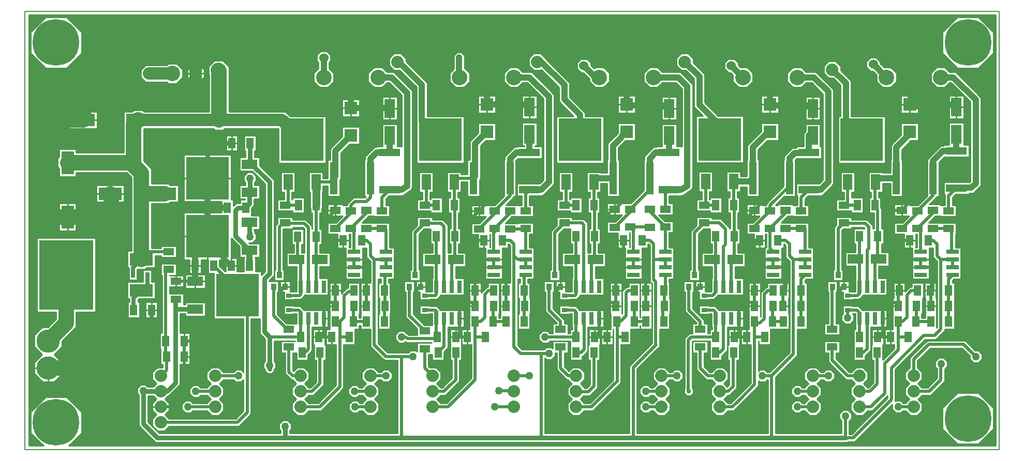
<source format=gbr>
G04 PROTEUS GERBER X2 FILE*
%TF.GenerationSoftware,Labcenter,Proteus,8.7-SP3-Build25561*%
%TF.CreationDate,2021-05-23T19:26:12+00:00*%
%TF.FileFunction,Copper,L1,Top*%
%TF.FilePolarity,Positive*%
%TF.Part,Single*%
%TF.SameCoordinates,{495e9ac3-030e-4fb4-ac65-1a152484cd29}*%
%FSLAX45Y45*%
%MOMM*%
G01*
%TA.AperFunction,Conductor*%
%ADD10C,0.508000*%
%ADD11C,1.016000*%
%ADD12C,1.270000*%
%ADD13C,2.032000*%
%ADD14C,0.254000*%
%ADD15C,0.762000*%
%ADD16C,2.540000*%
%ADD17C,0.635000*%
%TA.AperFunction,ViaPad*%
%ADD18C,0.762000*%
%ADD19C,1.270000*%
%ADD70C,2.032000*%
%ADD71C,1.524000*%
%TA.AperFunction,SMDPad,CuDef*%
%ADD20R,1.193800X5.308600*%
%TA.AperFunction,ComponentPad*%
%ADD21C,3.810000*%
%ADD22C,2.540000*%
%ADD23C,2.032000*%
%TA.AperFunction,SMDPad,CuDef*%
%ADD24R,1.143000X1.803400*%
%ADD25R,1.803400X1.143000*%
%ADD26R,2.108200X2.108200*%
%ADD27R,1.651000X3.048000*%
%ADD28R,3.403600X1.244600*%
%TA.AperFunction,SMDPad,CuDef*%
%ADD29R,6.985000X6.985000*%
%ADD72R,1.524000X2.540000*%
%TA.AperFunction,SMDPad,CuDef*%
%ADD73R,0.635000X2.032000*%
%TA.AperFunction,SMDPad,CuDef*%
%ADD30R,2.540000X1.524000*%
%ADD31R,0.889000X0.635000*%
%TA.AperFunction,SMDPad,CuDef*%
%ADD32R,0.889000X1.016000*%
%TA.AperFunction,SMDPad,CuDef*%
%ADD33R,2.032000X0.635000*%
%TA.AperFunction,OtherPad,Unknown*%
%ADD34C,7.620000*%
%TA.AperFunction,SMDPad,CuDef*%
%ADD35R,2.032000X3.810000*%
%ADD36R,0.635000X0.889000*%
%TA.AperFunction,SMDPad,CuDef*%
%ADD37R,8.890000X11.430000*%
%ADD38R,3.810000X2.032000*%
%TA.AperFunction,Profile*%
%ADD39C,0.203200*%
%TD.AperFunction*%
G36*
X+8448040Y-4193540D02*
X-6712345Y-4193540D01*
X-6502401Y-3983596D01*
X-6502401Y-3636404D01*
X-6747904Y-3390901D01*
X-7095096Y-3390901D01*
X-7340599Y-3636404D01*
X-7340599Y-3983596D01*
X-7130655Y-4193540D01*
X-7368540Y-4193540D01*
X-7368540Y+2860040D01*
X+8448040Y+2860040D01*
X+8448040Y-4193540D01*
G37*
%LPC*%
G36*
X+7701086Y+1930399D02*
X+7796722Y+1930399D01*
X+8216899Y+1510222D01*
X+8216899Y+69133D01*
X+8089309Y-58457D01*
X+8018779Y-58457D01*
X+8018779Y-75329D01*
X+7799971Y-75329D01*
X+7746999Y-128301D01*
X+7746999Y-249751D01*
X+7811769Y-249751D01*
X+7811769Y-440249D01*
X+7555231Y-440249D01*
X+7555231Y-430249D01*
X+7470051Y-430249D01*
X+7360549Y-539751D01*
X+7811769Y-539751D01*
X+7811769Y-730249D01*
X+7797799Y-730249D01*
X+7797799Y-946151D01*
X+7886699Y-946151D01*
X+7886699Y-1466849D01*
X+7766951Y-1466849D01*
X+7746999Y-1486801D01*
X+7746999Y-1522731D01*
X+7778749Y-1522731D01*
X+7778749Y-2287269D01*
X+7619999Y-2287269D01*
X+7619999Y-2312301D01*
X+7478001Y-2454299D01*
X+7302415Y-2454299D01*
X+6809731Y-2946983D01*
X+6809732Y-3460585D01*
X+6815916Y-3454401D01*
X+6900084Y-3454401D01*
X+6938184Y-3492501D01*
X+6977935Y-3492501D01*
X+7041436Y-3429000D01*
X+6972301Y-3359865D01*
X+6972301Y-3244135D01*
X+7041436Y-3175000D01*
X+6972301Y-3105865D01*
X+6972301Y-2990135D01*
X+7048501Y-2913935D01*
X+7048501Y-2753468D01*
X+7114236Y-2687734D01*
X+7332939Y-2469031D01*
X+7956331Y-2469031D01*
X+8116201Y-2628901D01*
X+8170084Y-2628901D01*
X+8229599Y-2688416D01*
X+8229599Y-2772584D01*
X+8170084Y-2832099D01*
X+8085916Y-2832099D01*
X+8026401Y-2772584D01*
X+8026401Y-2718701D01*
X+7903729Y-2596029D01*
X+7385541Y-2596029D01*
X+7175499Y-2806071D01*
X+7175499Y-2913935D01*
X+7251699Y-2990135D01*
X+7251699Y-3105865D01*
X+7182564Y-3175000D01*
X+7246065Y-3238501D01*
X+7339699Y-3238501D01*
X+7493001Y-3085199D01*
X+7493001Y-2933484D01*
X+7457001Y-2897484D01*
X+7457001Y-2813316D01*
X+7516516Y-2753801D01*
X+7600684Y-2753801D01*
X+7660199Y-2813316D01*
X+7660199Y-2897484D01*
X+7619999Y-2937684D01*
X+7619999Y-3137801D01*
X+7392301Y-3365499D01*
X+7246065Y-3365499D01*
X+7182564Y-3429000D01*
X+7251699Y-3498135D01*
X+7251699Y-3613865D01*
X+7169865Y-3695699D01*
X+7054135Y-3695699D01*
X+6977935Y-3619499D01*
X+6938184Y-3619499D01*
X+6900084Y-3657599D01*
X+6815916Y-3657599D01*
X+6756401Y-3598084D01*
X+6756401Y-3518730D01*
X+6653231Y-3621901D01*
X+6147633Y-4127499D01*
X+6036194Y-4127499D01*
X+6023494Y-4140199D01*
X-5296995Y-4140199D01*
X-5341631Y-4095563D01*
X-5341631Y-4095561D01*
X-5572677Y-3864515D01*
X-5572677Y-3364394D01*
X-5599013Y-3338058D01*
X-5599013Y-3253890D01*
X-5539498Y-3194375D01*
X-5455330Y-3194375D01*
X-5423904Y-3225801D01*
X-5328365Y-3225801D01*
X-5277564Y-3175000D01*
X-5346699Y-3105865D01*
X-5346699Y-2990135D01*
X-5264865Y-2908301D01*
X-5179499Y-2908301D01*
X-5179499Y-2858769D01*
X-5211249Y-2858769D01*
X-5211249Y-2604769D01*
X-5221249Y-2604769D01*
X-5221249Y-2348231D01*
X-5189499Y-2348231D01*
X-5189499Y-1401249D01*
X-5208269Y-1401249D01*
X-5208269Y-1210751D01*
X-4951731Y-1210751D01*
X-4951731Y-1401249D01*
X-5062501Y-1401249D01*
X-5062501Y-1403351D01*
X-4832351Y-1403351D01*
X-4832351Y-1593849D01*
X-5062501Y-1593849D01*
X-5062501Y-1703351D01*
X-4832351Y-1703351D01*
X-4832351Y-1879601D01*
X-4808219Y-1879601D01*
X-4808219Y-1841501D01*
X-4478021Y-1841501D01*
X-4478021Y-2070099D01*
X-4808219Y-2070099D01*
X-4808219Y-2031999D01*
X-4892654Y-2031999D01*
X-4892654Y-2348231D01*
X-4730751Y-2348231D01*
X-4730751Y-2858769D01*
X-4892654Y-2858769D01*
X-4892654Y-3194323D01*
X-5076530Y-3378199D01*
X-5085635Y-3378199D01*
X-5136436Y-3429000D01*
X-5067301Y-3498135D01*
X-5067301Y-3613865D01*
X-5136436Y-3683000D01*
X-5072935Y-3746501D01*
X-3980548Y-3746501D01*
X-3857037Y-3622990D01*
X-3857037Y-3111720D01*
X-3894916Y-3149599D01*
X-3979084Y-3149599D01*
X-4017184Y-3111499D01*
X-4183935Y-3111499D01*
X-4247436Y-3175000D01*
X-4178301Y-3244135D01*
X-4178301Y-3359865D01*
X-4247436Y-3429000D01*
X-4178301Y-3498135D01*
X-4178301Y-3613865D01*
X-4260135Y-3695699D01*
X-4375865Y-3695699D01*
X-4452065Y-3619499D01*
X-4540250Y-3619498D01*
X-4682316Y-3619499D01*
X-4720416Y-3657599D01*
X-4804584Y-3657599D01*
X-4864099Y-3598084D01*
X-4864099Y-3513916D01*
X-4804584Y-3454401D01*
X-4720416Y-3454401D01*
X-4682316Y-3492501D01*
X-4540250Y-3492502D01*
X-4452065Y-3492501D01*
X-4388564Y-3429000D01*
X-4452065Y-3365499D01*
X-4476750Y-3365498D01*
X-4555630Y-3365499D01*
X-4593573Y-3403442D01*
X-4677741Y-3403442D01*
X-4737256Y-3343927D01*
X-4737256Y-3259759D01*
X-4677741Y-3200244D01*
X-4593573Y-3200244D01*
X-4555316Y-3238501D01*
X-4476750Y-3238502D01*
X-4452065Y-3238501D01*
X-4388564Y-3175000D01*
X-4457699Y-3105865D01*
X-4457699Y-2990135D01*
X-4375865Y-2908301D01*
X-4260135Y-2908301D01*
X-4183935Y-2984501D01*
X-4017184Y-2984501D01*
X-3979084Y-2946401D01*
X-3894916Y-2946401D01*
X-3857037Y-2984280D01*
X-3857037Y-2114549D01*
X-4339589Y-2114549D01*
X-4339589Y-1372869D01*
X-4438369Y-1372869D01*
X-4438369Y-1149349D01*
X-4547871Y-1149349D01*
X-4547871Y-1372869D01*
X-4738369Y-1372869D01*
X-4738369Y-1149349D01*
X-4832349Y-1149349D01*
X-4832349Y-374651D01*
X-4212869Y-374651D01*
X-4212869Y-196849D01*
X-4832349Y-196849D01*
X-4832349Y+577849D01*
X-4057651Y+577849D01*
X-4057651Y-163831D01*
X-4022371Y-163831D01*
X-4022371Y-264426D01*
X-3973846Y-215901D01*
X-3912869Y-215901D01*
X-3912869Y-163831D01*
X-3830319Y-163831D01*
X-3830319Y-152399D01*
X-3919219Y-152399D01*
X-3919219Y+76199D01*
X-3822699Y+76199D01*
X-3822699Y+123016D01*
X-3848099Y+148416D01*
X-3848099Y+232584D01*
X-3788584Y+292099D01*
X-3704416Y+292099D01*
X-3644901Y+232584D01*
X-3644901Y+148416D01*
X-3670301Y+123016D01*
X-3670301Y+76199D01*
X-3589021Y+76199D01*
X-3589021Y-152399D01*
X-3677921Y-152399D01*
X-3677921Y-260161D01*
X-3722371Y-304611D01*
X-3722371Y-419101D01*
X-3589021Y-419101D01*
X-3589021Y-647699D01*
X-3677921Y-647699D01*
X-3677921Y-666939D01*
X-3673646Y-671214D01*
X-3673646Y-700595D01*
X-3648246Y-725995D01*
X-3648246Y-810163D01*
X-3707761Y-869678D01*
X-3767282Y-869678D01*
X-3760659Y-876301D01*
X-3589021Y-876301D01*
X-3589021Y-1104899D01*
X-3665221Y-1104899D01*
X-3665221Y-1116331D01*
X-3658871Y-1116331D01*
X-3658871Y-1339851D01*
X-3564891Y-1339851D01*
X-3564891Y-1398617D01*
X-3505199Y-1338925D01*
X-3505199Y+95439D01*
X-3714561Y+304801D01*
X-3919219Y+304801D01*
X-3919219Y+533399D01*
X-3822699Y+533399D01*
X-3822699Y+633731D01*
X-3841749Y+633731D01*
X-3841749Y+890269D01*
X-3651251Y+890269D01*
X-3651251Y+633731D01*
X-3670301Y+633731D01*
X-3670301Y+533399D01*
X-3589021Y+533399D01*
X-3589021Y+394781D01*
X-3352801Y+158561D01*
X-3352801Y-1402047D01*
X-3436856Y-1486102D01*
X-3436856Y-1498601D01*
X-3280411Y-1498601D01*
X-3280411Y-1676399D01*
X-3299461Y-1676399D01*
X-3299461Y-2038719D01*
X-3147429Y-2190751D01*
X-2990849Y-2190751D01*
X-2990849Y-2031999D01*
X-3028951Y-2031999D01*
X-3028951Y-2038349D01*
X-3194049Y-2038349D01*
X-3194049Y-1898651D01*
X-3028951Y-1898651D01*
X-3028951Y-1905001D01*
X-2926244Y-1905001D01*
X-2862744Y-1968501D01*
X-2470151Y-1968501D01*
X-2470151Y-2247899D01*
X-2730501Y-2247899D01*
X-2730501Y-2637510D01*
X-2798251Y-2705260D01*
X-2798251Y-2795269D01*
X-2988749Y-2795269D01*
X-2988749Y-2671249D01*
X-3048001Y-2671249D01*
X-3048001Y-2958199D01*
X-3038382Y-2967818D01*
X-2978865Y-2908301D01*
X-2863135Y-2908301D01*
X-2781301Y-2990135D01*
X-2781301Y-3105865D01*
X-2850436Y-3175000D01*
X-2786935Y-3238501D01*
X-2756801Y-3238501D01*
X-2666999Y-3148699D01*
X-2666999Y-2795269D01*
X-2698749Y-2795269D01*
X-2698749Y-2541269D01*
X-2716249Y-2541269D01*
X-2716249Y-2284731D01*
X-2525751Y-2284731D01*
X-2525751Y-2538731D01*
X-2508251Y-2538731D01*
X-2508251Y-2795269D01*
X-2540001Y-2795269D01*
X-2540001Y-3201301D01*
X-2704199Y-3365499D01*
X-2786935Y-3365499D01*
X-2850436Y-3429000D01*
X-2786935Y-3492501D01*
X-2629802Y-3492502D01*
X-2339597Y-3202297D01*
X-2339597Y-2831198D01*
X-2339596Y-2635250D01*
X-2339597Y-2541269D01*
X-2508249Y-2541269D01*
X-2508249Y-2284731D01*
X-2444749Y-2284731D01*
X-2444749Y-1522731D01*
X-2254251Y-1522731D01*
X-2254251Y-1698321D01*
X-2162108Y-1606178D01*
X-2144749Y-1606178D01*
X-2144749Y-1522731D01*
X-1954251Y-1522731D01*
X-1954251Y-2033269D01*
X-1964251Y-2033269D01*
X-1964251Y-2095501D01*
X-1936749Y-2095501D01*
X-1936749Y-1522731D01*
X-1777999Y-1522731D01*
X-1777999Y-1169301D01*
X-1841499Y-1105801D01*
X-1841499Y-953769D01*
X-1905001Y-953769D01*
X-1905001Y-1466849D01*
X-2184399Y-1466849D01*
X-2184399Y-953769D01*
X-2317749Y-953769D01*
X-2317749Y-730249D01*
X-2477769Y-730249D01*
X-2477769Y-539751D01*
X-2344051Y-539751D01*
X-2234549Y-430249D01*
X-2477769Y-430249D01*
X-2477769Y-239751D01*
X-2221231Y-239751D01*
X-2221231Y-249751D01*
X-2158999Y-249751D01*
X-2158999Y-227699D01*
X-2058301Y-127001D01*
X-1867801Y-127001D01*
X-1853829Y-113029D01*
X-1875789Y-113029D01*
X-1875789Y+494029D01*
X-1866899Y+494029D01*
X-1866899Y+544823D01*
X-1712823Y+698899D01*
X-1668779Y+698899D01*
X-1668779Y+710329D01*
X-1581149Y+710329D01*
X-1581149Y+1079499D01*
X-1339851Y+1079499D01*
X-1339851Y+710329D01*
X-1266267Y+710329D01*
X-1266267Y+1550677D01*
X-1468191Y+1752601D01*
X-1506414Y+1752601D01*
X-1582614Y+1676401D01*
X-1719386Y+1676401D01*
X-1816099Y+1773114D01*
X-1816099Y+1909886D01*
X-1719386Y+2006599D01*
X-1582614Y+2006599D01*
X-1506414Y+1930399D01*
X-1394545Y+1930399D01*
X-1088469Y+1624323D01*
X-1088469Y+41515D01*
X-1108968Y+2608D01*
X-1242456Y-88899D01*
X-1252221Y-88899D01*
X-1252221Y-100329D01*
X-1471029Y-100329D01*
X-1524001Y-153301D01*
X-1524001Y-249751D01*
X-1459231Y-249751D01*
X-1459231Y-440249D01*
X-1715769Y-440249D01*
X-1715769Y-430249D01*
X-1800949Y-430249D01*
X-1910451Y-539751D01*
X-1459231Y-539751D01*
X-1459231Y-730249D01*
X-1460501Y-730249D01*
X-1460501Y-946151D01*
X-1384301Y-946151D01*
X-1384301Y-1466849D01*
X-1478001Y-1466849D01*
X-1478001Y-1522731D01*
X-1456251Y-1522731D01*
X-1456251Y-1776731D01*
X-1446251Y-1776731D01*
X-1446251Y-2033269D01*
X-1456251Y-2033269D01*
X-1456251Y-2287269D01*
X-1646749Y-2287269D01*
X-1646749Y-2030731D01*
X-1636749Y-2030731D01*
X-1636749Y-1779269D01*
X-1646749Y-1779269D01*
X-1646749Y-1522731D01*
X-1604999Y-1522731D01*
X-1604999Y-1466849D01*
X-1651001Y-1466849D01*
X-1651001Y-2513699D01*
X-1497699Y-2667001D01*
X-1159684Y-2667001D01*
X-1121584Y-2628901D01*
X-1037416Y-2628901D01*
X-1017269Y-2649048D01*
X-1017269Y-2508251D01*
X-776249Y-2508251D01*
X-776249Y-2503925D01*
X-1191822Y-2503925D01*
X-1206263Y-2492946D01*
X-1227916Y-2514599D01*
X-1312084Y-2514599D01*
X-1371599Y-2455084D01*
X-1371599Y-2370916D01*
X-1312084Y-2311401D01*
X-1227916Y-2311401D01*
X-1189816Y-2349501D01*
X-1185104Y-2349501D01*
X-1149030Y-2376927D01*
X-1017269Y-2376927D01*
X-1017269Y-2275031D01*
X-1203959Y-2088341D01*
X-1203959Y-1676399D01*
X-1223009Y-1676399D01*
X-1223009Y-1498601D01*
X-1057911Y-1498601D01*
X-1057911Y-1676399D01*
X-1076961Y-1676399D01*
X-1076961Y-2035739D01*
X-894449Y-2218251D01*
X-768349Y-2218251D01*
X-768349Y-2031999D01*
X-806451Y-2031999D01*
X-806451Y-2038349D01*
X-971549Y-2038349D01*
X-971549Y-1898651D01*
X-806451Y-1898651D01*
X-806451Y-1905001D01*
X-695115Y-1905001D01*
X-631615Y-1968501D01*
X-247651Y-1968501D01*
X-247651Y-2247899D01*
X-508001Y-2247899D01*
X-508001Y-2593801D01*
X-575751Y-2661551D01*
X-575751Y-2795269D01*
X-766249Y-2795269D01*
X-766249Y-2698749D01*
X-825501Y-2698749D01*
X-825501Y-2895185D01*
X-818808Y-2901878D01*
X-812347Y-2908301D01*
X-704135Y-2908301D01*
X-622301Y-2990135D01*
X-622301Y-3105865D01*
X-691436Y-3175000D01*
X-627935Y-3238501D01*
X-597801Y-3238501D01*
X-444499Y-3085199D01*
X-444499Y-2795269D01*
X-476249Y-2795269D01*
X-476249Y-2284731D01*
X-285751Y-2284731D01*
X-285751Y-2795269D01*
X-317501Y-2795269D01*
X-317501Y-3137801D01*
X-545198Y-3365499D01*
X-627935Y-3365499D01*
X-691436Y-3429000D01*
X-627935Y-3492501D01*
X-534301Y-3492501D01*
X-126999Y-3085199D01*
X-126999Y-2742391D01*
X-126998Y-2594678D01*
X-126999Y-2541269D01*
X-285749Y-2541269D01*
X-285749Y-2284731D01*
X-158749Y-2284731D01*
X-158749Y-1522731D01*
X+31749Y-1522731D01*
X+31749Y-1685369D01*
X+129617Y-1587501D01*
X+141251Y-1587501D01*
X+141251Y-1522731D01*
X+331749Y-1522731D01*
X+331749Y-2033269D01*
X+321749Y-2033269D01*
X+321749Y-2095501D01*
X+349251Y-2095501D01*
X+349251Y-1522731D01*
X+508001Y-1522731D01*
X+508001Y-915301D01*
X+481699Y-888999D01*
X+476249Y-888999D01*
X+476249Y-953769D01*
X+380999Y-953769D01*
X+380999Y-1466849D01*
X+101601Y-1466849D01*
X+101601Y-953769D01*
X-14249Y-953769D01*
X-14249Y-740249D01*
X-128269Y-740249D01*
X-128269Y-549751D01*
X+5449Y-549751D01*
X+114951Y-440249D01*
X-128269Y-440249D01*
X-128269Y-249751D01*
X+259449Y-249751D01*
X+410211Y-98989D01*
X+410211Y+494029D01*
X+419101Y+494029D01*
X+419101Y+544823D01*
X+573177Y+698899D01*
X+617221Y+698899D01*
X+617221Y+710329D01*
X+736601Y+710329D01*
X+736601Y+716501D01*
X+704851Y+716501D01*
X+704851Y+1097499D01*
X+946149Y+1097499D01*
X+946149Y+716501D01*
X+914399Y+716501D01*
X+914399Y+710329D01*
X+1033779Y+710329D01*
X+1033779Y+509671D01*
X+635393Y+509671D01*
X+605789Y+480067D01*
X+605789Y-113029D01*
X+571499Y-113029D01*
X+571499Y-117301D01*
X+439049Y-249751D01*
X+698501Y-249751D01*
X+698501Y-100329D01*
X+617221Y-100329D01*
X+617221Y+100329D01*
X+990607Y+100329D01*
X+1054101Y+163823D01*
X+1054101Y+1487177D01*
X+788677Y+1752601D01*
X+716086Y+1752601D01*
X+639886Y+1676401D01*
X+503114Y+1676401D01*
X+406401Y+1773114D01*
X+406401Y+1909886D01*
X+503114Y+2006599D01*
X+639886Y+2006599D01*
X+716086Y+1930399D01*
X+862323Y+1930399D01*
X+1231899Y+1560823D01*
X+1231899Y+90177D01*
X+1052823Y-88899D01*
X+1033779Y-88899D01*
X+1033779Y-100329D01*
X+825499Y-100329D01*
X+825499Y-249751D01*
X+890269Y-249751D01*
X+890269Y-440249D01*
X+538551Y-440249D01*
X+429049Y-549751D01*
X+633731Y-549751D01*
X+633731Y-539751D01*
X+890269Y-539751D01*
X+890269Y-730249D01*
X+825499Y-730249D01*
X+825499Y-946151D01*
X+901699Y-946151D01*
X+901699Y-1466849D01*
X+797999Y-1466849D01*
X+797999Y-1522731D01*
X+829749Y-1522731D01*
X+829749Y-1776731D01*
X+839749Y-1776731D01*
X+839749Y-2033269D01*
X+829749Y-2033269D01*
X+829749Y-2287269D01*
X+639251Y-2287269D01*
X+639251Y-2030731D01*
X+649251Y-2030731D01*
X+649251Y-1779269D01*
X+639251Y-1779269D01*
X+639251Y-1522731D01*
X+671001Y-1522731D01*
X+671001Y-1466849D01*
X+634999Y-1466849D01*
X+634999Y-2550114D01*
X+702511Y-2617626D01*
X+846105Y-2617627D01*
X+1063400Y-2617626D01*
X+1101500Y-2579526D01*
X+1185668Y-2579526D01*
X+1205231Y-2599089D01*
X+1205231Y-2480751D01*
X+1461769Y-2480751D01*
X+1461769Y-2671249D01*
X+1396999Y-2671249D01*
X+1396999Y-2894699D01*
X+1470118Y-2967818D01*
X+1529635Y-2908301D01*
X+1645365Y-2908301D01*
X+1727199Y-2990135D01*
X+1727199Y-3105865D01*
X+1658064Y-3175000D01*
X+1727199Y-3244135D01*
X+1727199Y-3246864D01*
X+1757446Y-3246864D01*
X+1814002Y-3190308D01*
X+1814001Y-2795269D01*
X+1782251Y-2795269D01*
X+1782251Y-2538731D01*
X+1792251Y-2538731D01*
X+1792251Y-2284731D01*
X+1982749Y-2284731D01*
X+1982749Y-2541269D01*
X+1972749Y-2541269D01*
X+1972749Y-2795269D01*
X+1940999Y-2795269D01*
X+1940998Y-3242912D01*
X+1810050Y-3373860D01*
X+1713204Y-3373860D01*
X+1658064Y-3429000D01*
X+1721565Y-3492501D01*
X+1815199Y-3492501D01*
X+2196500Y-3111200D01*
X+2196499Y-2846790D01*
X+2196500Y-2801796D01*
X+2196499Y-2704198D01*
X+2196500Y-2571750D01*
X+2196499Y-2287269D01*
X+2190749Y-2287269D01*
X+2190749Y-2541269D01*
X+2000251Y-2541269D01*
X+2000251Y-2284731D01*
X+2154751Y-2284731D01*
X+2154751Y-2033269D01*
X+2144751Y-2033269D01*
X+2144751Y-1522731D01*
X+2335249Y-1522731D01*
X+2335249Y-2030731D01*
X+2338612Y-2030731D01*
X+2338612Y-1661894D01*
X+2410653Y-1589853D01*
X+2444751Y-1589853D01*
X+2444751Y-1522731D01*
X+2635249Y-1522731D01*
X+2635249Y-2095501D01*
X+2635251Y-2095501D01*
X+2635251Y-1522731D01*
X+2814253Y-1522731D01*
X+2794001Y-1502479D01*
X+2794001Y-915301D01*
X+2767699Y-888999D01*
X+2762249Y-888999D01*
X+2762249Y-953769D01*
X+2666999Y-953769D01*
X+2666999Y-1466849D01*
X+2387601Y-1466849D01*
X+2387601Y-953769D01*
X+2271751Y-953769D01*
X+2271751Y-712749D01*
X+2094231Y-712749D01*
X+2094231Y-522251D01*
X+2227949Y-522251D01*
X+2337451Y-412749D01*
X+2094231Y-412749D01*
X+2094231Y-222251D01*
X+2481949Y-222251D01*
X+2696211Y-7989D01*
X+2696211Y+494029D01*
X+2705101Y+494029D01*
X+2705101Y+548323D01*
X+2855677Y+698899D01*
X+2903221Y+698899D01*
X+2903221Y+710329D01*
X+2990851Y+710329D01*
X+2990851Y+1079499D01*
X+3232149Y+1079499D01*
X+3232149Y+710329D01*
X+3318934Y+710329D01*
X+3318934Y+1654942D01*
X+3221275Y+1752601D01*
X+3002086Y+1752601D01*
X+2925886Y+1676401D01*
X+2789114Y+1676401D01*
X+2692401Y+1773114D01*
X+2692401Y+1909886D01*
X+2789114Y+2006599D01*
X+2925886Y+2006599D01*
X+3002086Y+1930399D01*
X+3294921Y+1930399D01*
X+3496732Y+1728588D01*
X+3496732Y+40082D01*
X+3473652Y-681D01*
X+3338823Y-88899D01*
X+3319779Y-88899D01*
X+3319779Y-100329D01*
X+3111499Y-100329D01*
X+3111499Y-222251D01*
X+3176269Y-222251D01*
X+3176269Y-412749D01*
X+2943049Y-412749D01*
X+3042551Y-512251D01*
X+3176269Y-512251D01*
X+3176269Y-702749D01*
X+3111499Y-702749D01*
X+3111499Y-946151D01*
X+3187699Y-946151D01*
X+3187699Y-1466849D01*
X+3111499Y-1466849D01*
X+3111499Y-1522731D01*
X+3115749Y-1522731D01*
X+3115749Y-1776731D01*
X+3125749Y-1776731D01*
X+3125749Y-2033269D01*
X+3115749Y-2033269D01*
X+3115749Y-2287269D01*
X+2954969Y-2287269D01*
X+2954969Y-2509569D01*
X+2959098Y-2513698D01*
X+2959098Y-2566302D01*
X+2954969Y-2570432D01*
X+2917771Y-2607629D01*
X+2585207Y-2940193D01*
X+2585207Y-3987801D01*
X+4721997Y-3987801D01*
X+4721997Y-3111498D01*
X+4715685Y-3111498D01*
X+4677584Y-3149599D01*
X+4593416Y-3149599D01*
X+4571998Y-3128181D01*
X+4571998Y-3217574D01*
X+4170074Y-3619499D01*
X+4071065Y-3619499D01*
X+3994865Y-3695699D01*
X+3879135Y-3695699D01*
X+3797301Y-3613865D01*
X+3797301Y-3498135D01*
X+3866436Y-3429000D01*
X+3797301Y-3359865D01*
X+3797301Y-3244135D01*
X+3866436Y-3175000D01*
X+3802935Y-3111499D01*
X+3720198Y-3111499D01*
X+3556001Y-2947301D01*
X+3556001Y-2671249D01*
X+3491231Y-2671249D01*
X+3491231Y-2481216D01*
X+3486904Y-2485543D01*
X+3486904Y-3252142D01*
X+3505199Y-3270437D01*
X+3505199Y-3333563D01*
X+3460563Y-3378199D01*
X+3397437Y-3378199D01*
X+3352801Y-3333563D01*
X+3352801Y-3270437D01*
X+3359906Y-3263332D01*
X+3359906Y-2432941D01*
X+3443346Y-2349501D01*
X+3491231Y-2349501D01*
X+3491231Y-2190751D01*
X+3556001Y-2190751D01*
X+3556001Y-2185301D01*
X+3368041Y-1997341D01*
X+3368041Y-1676399D01*
X+3348991Y-1676399D01*
X+3348991Y-1498601D01*
X+3514089Y-1498601D01*
X+3514089Y-1676399D01*
X+3495039Y-1676399D01*
X+3495039Y-1944739D01*
X+3682999Y-2132699D01*
X+3682999Y-2190751D01*
X+3747769Y-2190751D01*
X+3747769Y-2349501D01*
X+3778251Y-2349501D01*
X+3778251Y-2284731D01*
X+3810001Y-2284731D01*
X+3810001Y-2247899D01*
X+3803651Y-2247899D01*
X+3803651Y-2031998D01*
X+3765549Y-2031998D01*
X+3765549Y-2038349D01*
X+3600451Y-2038349D01*
X+3600451Y-1898651D01*
X+3765549Y-1898651D01*
X+3765549Y-1905002D01*
X+3862709Y-1905002D01*
X+3926208Y-1968501D01*
X+4324349Y-1968501D01*
X+4324349Y-2247899D01*
X+4063999Y-2247899D01*
X+4063999Y-2629801D01*
X+3968749Y-2725051D01*
X+3968749Y-2795269D01*
X+3778251Y-2795269D01*
X+3778251Y-2476499D01*
X+3495948Y-2476499D01*
X+3491696Y-2480751D01*
X+3747769Y-2480751D01*
X+3747769Y-2671249D01*
X+3682999Y-2671249D01*
X+3682999Y-2894699D01*
X+3772801Y-2984501D01*
X+3802935Y-2984501D01*
X+3879135Y-2908301D01*
X+3994865Y-2908301D01*
X+4076699Y-2990135D01*
X+4076699Y-3105865D01*
X+4007564Y-3175000D01*
X+4060558Y-3227994D01*
X+4093399Y-3195154D01*
X+4093399Y-2795269D01*
X+4068251Y-2795269D01*
X+4068251Y-2538731D01*
X+4078251Y-2538731D01*
X+4078251Y-2284731D01*
X+4268749Y-2284731D01*
X+4268749Y-2541269D01*
X+4258749Y-2541269D01*
X+4258749Y-2795269D01*
X+4220397Y-2795269D01*
X+4220397Y-3247756D01*
X+4102654Y-3365499D01*
X+4071065Y-3365499D01*
X+4007564Y-3429000D01*
X+4071065Y-3492501D01*
X+4117471Y-3492501D01*
X+4445002Y-3164970D01*
X+4445001Y-2541269D01*
X+4286251Y-2541269D01*
X+4286251Y-2284731D01*
X+4413251Y-2284731D01*
X+4413251Y-1522731D01*
X+4603749Y-1522731D01*
X+4603749Y-2081352D01*
X+4607018Y-2078083D01*
X+4607018Y-1683496D01*
X+4703013Y-1587501D01*
X+4713251Y-1587501D01*
X+4713251Y-1522731D01*
X+5075749Y-1522731D01*
X+5075749Y-1779269D01*
X+5065749Y-1779269D01*
X+5065749Y-2030731D01*
X+5075749Y-2030731D01*
X+5075749Y-2287269D01*
X+4766749Y-2287269D01*
X+4766749Y-2541269D01*
X+4576251Y-2541269D01*
X+4576251Y-2476499D01*
X+4571999Y-2476499D01*
X+4571999Y-2967818D01*
X+4593416Y-2946401D01*
X+4677584Y-2946401D01*
X+4715685Y-2984502D01*
X+4757889Y-2984501D01*
X+4759195Y-2983196D01*
X+5080001Y-2662390D01*
X+5080001Y-1169301D01*
X+5016501Y-1105802D01*
X+5016501Y-915301D01*
X+4990199Y-888999D01*
X+4984749Y-888999D01*
X+4984749Y-953769D01*
X+4952999Y-953769D01*
X+4952999Y-1466849D01*
X+4673601Y-1466849D01*
X+4673601Y-953769D01*
X+4494251Y-953769D01*
X+4494251Y-730249D01*
X+4380231Y-730249D01*
X+4380231Y-539751D01*
X+4477949Y-539751D01*
X+4587451Y-430249D01*
X+4380231Y-430249D01*
X+4380231Y-239751D01*
X+4636769Y-239751D01*
X+4636769Y-249751D01*
X+4699001Y-249751D01*
X+4699001Y-227699D01*
X+4982211Y+55511D01*
X+4982211Y+494029D01*
X+4991101Y+494029D01*
X+4991101Y+553446D01*
X+5125492Y+687837D01*
X+5189221Y+687837D01*
X+5189221Y+710329D01*
X+5308601Y+710329D01*
X+5308601Y+925823D01*
X+5340351Y+957573D01*
X+5340351Y+1079499D01*
X+5581649Y+1079499D01*
X+5581649Y+710329D01*
X+5605779Y+710329D01*
X+5605779Y+509671D01*
X+5198770Y+509671D01*
X+5177789Y+488690D01*
X+5177789Y-113029D01*
X+4993271Y-113029D01*
X+4856549Y-249751D01*
X+4888231Y-249751D01*
X+4888231Y-239751D01*
X+5144769Y-239751D01*
X+5144769Y-249751D01*
X+5207001Y-249751D01*
X+5207001Y-100699D01*
X+5207371Y-100329D01*
X+5189221Y-100329D01*
X+5189221Y+100329D01*
X+5562607Y+100329D01*
X+5626101Y+163823D01*
X+5626101Y+1569977D01*
X+5443477Y+1752601D01*
X+5351586Y+1752601D01*
X+5275386Y+1676401D01*
X+5138614Y+1676401D01*
X+5041901Y+1773114D01*
X+5041901Y+1909886D01*
X+5138614Y+2006599D01*
X+5275386Y+2006599D01*
X+5351586Y+1930399D01*
X+5517123Y+1930399D01*
X+5803899Y+1643623D01*
X+5803899Y+90177D01*
X+5624823Y-88899D01*
X+5605779Y-88899D01*
X+5605779Y-100329D01*
X+5386971Y-100329D01*
X+5333999Y-153301D01*
X+5333999Y-249751D01*
X+5398769Y-249751D01*
X+5398769Y-440249D01*
X+5142231Y-440249D01*
X+5142231Y-430249D01*
X+5057051Y-430249D01*
X+4947549Y-539751D01*
X+5398769Y-539751D01*
X+5398769Y-730249D01*
X+5397499Y-730249D01*
X+5397499Y-946151D01*
X+5473699Y-946151D01*
X+5473699Y-1466849D01*
X+5353951Y-1466849D01*
X+5333999Y-1486801D01*
X+5333999Y-1522731D01*
X+5365749Y-1522731D01*
X+5365749Y-2287269D01*
X+5206999Y-2287269D01*
X+5206999Y-2714992D01*
X+4848995Y-3072996D01*
X+4848995Y-3987801D01*
X+5931796Y-3987801D01*
X+5931795Y-3786035D01*
X+5893695Y-3747935D01*
X+5893695Y-3663767D01*
X+5953210Y-3604252D01*
X+6037378Y-3604252D01*
X+6096893Y-3663767D01*
X+6096893Y-3747935D01*
X+6058793Y-3786035D01*
X+6058792Y-4000501D01*
X+6095031Y-4000501D01*
X+6563431Y-3532101D01*
X+6563431Y-3532099D01*
X+6600629Y-3494902D01*
X+6682734Y-3412797D01*
X+6682734Y-3376567D01*
X+6603998Y-3455302D01*
X+6439802Y-3619499D01*
X+6357065Y-3619499D01*
X+6280865Y-3695699D01*
X+6165135Y-3695699D01*
X+6083301Y-3613865D01*
X+6083301Y-3498135D01*
X+6152436Y-3429000D01*
X+6083301Y-3359865D01*
X+6083301Y-3244135D01*
X+6152436Y-3175000D01*
X+6088935Y-3111499D01*
X+6006199Y-3111499D01*
X+5715001Y-2820301D01*
X+5715001Y-2671249D01*
X+5650231Y-2671249D01*
X+5650231Y-2480751D01*
X+5906769Y-2480751D01*
X+5906769Y-2671249D01*
X+5841999Y-2671249D01*
X+5841999Y-2767699D01*
X+6058801Y-2984501D01*
X+6088935Y-2984501D01*
X+6165135Y-2908301D01*
X+6280865Y-2908301D01*
X+6362699Y-2990135D01*
X+6362699Y-3105865D01*
X+6293564Y-3175000D01*
X+6357065Y-3238501D01*
X+6371323Y-3238501D01*
X+6449501Y-3160323D01*
X+6449501Y-2795269D01*
X+6417751Y-2795269D01*
X+6417751Y-2538731D01*
X+6427751Y-2538731D01*
X+6427751Y-2284731D01*
X+6618249Y-2284731D01*
X+6618249Y-2541269D01*
X+6608249Y-2541269D01*
X+6608249Y-2783930D01*
X+6794501Y-2597678D01*
X+6794501Y-2541269D01*
X+6635751Y-2541269D01*
X+6635751Y-2284731D01*
X+6762751Y-2284731D01*
X+6762751Y-1776731D01*
X+6780251Y-1776731D01*
X+6780251Y-1522731D01*
X+6970749Y-1522731D01*
X+6970749Y-1664038D01*
X+7047286Y-1587501D01*
X+7080251Y-1587501D01*
X+7080251Y-1522731D01*
X+7270749Y-1522731D01*
X+7270749Y-1779269D01*
X+7253249Y-1779269D01*
X+7253249Y-2033269D01*
X+7243249Y-2033269D01*
X+7243249Y-2095501D01*
X+7298251Y-2095501D01*
X+7298251Y-1779269D01*
X+7288251Y-1779269D01*
X+7288251Y-1522731D01*
X+7478749Y-1522731D01*
X+7478749Y-1776731D01*
X+7488749Y-1776731D01*
X+7488749Y-2263951D01*
X+7493001Y-2259699D01*
X+7493001Y-1169301D01*
X+7429501Y-1105801D01*
X+7429501Y-953769D01*
X+7365999Y-953769D01*
X+7365999Y-1466849D01*
X+7086601Y-1466849D01*
X+7086601Y-953769D01*
X+6953251Y-953769D01*
X+6953251Y-730249D01*
X+6793231Y-730249D01*
X+6793231Y-539751D01*
X+6926949Y-539751D01*
X+7036451Y-430249D01*
X+6793231Y-430249D01*
X+6793231Y-239751D01*
X+7049769Y-239751D01*
X+7049769Y-249751D01*
X+7180949Y-249751D01*
X+7331711Y-98989D01*
X+7331711Y+494029D01*
X+7340601Y+494029D01*
X+7340601Y+509823D01*
X+7554677Y+723899D01*
X+7602221Y+723899D01*
X+7602221Y+735329D01*
X+7689851Y+735329D01*
X+7689851Y+1097499D01*
X+7931149Y+1097499D01*
X+7931149Y+735329D01*
X+8018779Y+735329D01*
X+8018779Y+534671D01*
X+7616893Y+534671D01*
X+7527289Y+445067D01*
X+7527289Y-113029D01*
X+7492999Y-113029D01*
X+7492999Y-117301D01*
X+7370549Y-239751D01*
X+7557769Y-239751D01*
X+7557769Y-249751D01*
X+7620001Y-249751D01*
X+7620001Y-75699D01*
X+7620371Y-75329D01*
X+7602221Y-75329D01*
X+7602221Y+125329D01*
X+8018779Y+125329D01*
X+8018779Y+122457D01*
X+8039101Y+142779D01*
X+8039101Y+1436576D01*
X+7723076Y+1752601D01*
X+7701086Y+1752601D01*
X+7624886Y+1676401D01*
X+7488114Y+1676401D01*
X+7391401Y+1773114D01*
X+7391401Y+1909886D01*
X+7488114Y+2006599D01*
X+7624886Y+2006599D01*
X+7701086Y+1930399D01*
G37*
G36*
X-1951991Y+745491D02*
X-2113287Y+745491D01*
X-2260601Y+598177D01*
X-2260601Y+182177D01*
X-2280211Y+162567D01*
X-2280211Y-113029D01*
X-2475789Y-113029D01*
X-2475789Y+63501D01*
X-2552701Y+63501D01*
X-2552701Y-38099D01*
X-2565401Y-38099D01*
X-2565401Y-296084D01*
X-2571751Y-302434D01*
X-2571751Y-382269D01*
X-2603501Y-382269D01*
X-2603501Y-640081D01*
X-2571751Y-640081D01*
X-2571751Y-896619D01*
X-2603501Y-896619D01*
X-2603501Y-1028701D01*
X-2438401Y-1028701D01*
X-2438401Y-1257299D01*
X-2603501Y-1257299D01*
X-2603501Y-1447801D01*
X-2470151Y-1447801D01*
X-2470151Y-1727199D01*
X-2857501Y-1727199D01*
X-2857501Y-1740801D01*
X-2913749Y-1797049D01*
X-3028951Y-1797049D01*
X-3028951Y-1803399D01*
X-3194049Y-1803399D01*
X-3194049Y-1676399D01*
X-3257549Y-1676399D01*
X-3257549Y-1498601D01*
X-3092451Y-1498601D01*
X-3092451Y-1663701D01*
X-3028951Y-1663701D01*
X-3028951Y-1670051D01*
X-2990849Y-1670051D01*
X-2990849Y-1447801D01*
X-2984499Y-1447801D01*
X-2984499Y-1257299D01*
X-3149599Y-1257299D01*
X-3149599Y-1028701D01*
X-3030499Y-1028701D01*
X-3030499Y-896619D01*
X-3062249Y-896619D01*
X-3062249Y-640081D01*
X-2871751Y-640081D01*
X-2871751Y-896619D01*
X-2903501Y-896619D01*
X-2903501Y-1028701D01*
X-2857499Y-1028701D01*
X-2857499Y-641801D01*
X-2885229Y-614071D01*
X-3046731Y-614071D01*
X-3046731Y-639249D01*
X-3205481Y-639249D01*
X-3205481Y-1308101D01*
X-3186431Y-1308101D01*
X-3186431Y-1485899D01*
X-3351529Y-1485899D01*
X-3351529Y-1308101D01*
X-3332479Y-1308101D01*
X-3332479Y-581199D01*
X-3303269Y-551989D01*
X-3303269Y-448751D01*
X-3046731Y-448751D01*
X-3046731Y-487073D01*
X-2832627Y-487073D01*
X-2730501Y-589199D01*
X-2730501Y-640081D01*
X-2730499Y-640081D01*
X-2730499Y-382269D01*
X-2762249Y-382269D01*
X-2762249Y-302434D01*
X-2768599Y-296084D01*
X-2768599Y-38099D01*
X-2781299Y-38099D01*
X-2781299Y+292099D01*
X-2552701Y+292099D01*
X-2552701Y+190499D01*
X-2475789Y+190499D01*
X-2475789Y+494029D01*
X-2438399Y+494029D01*
X-2438399Y+671823D01*
X-2239009Y+871213D01*
X-2239009Y+1032509D01*
X-1951991Y+1032509D01*
X-1951991Y+745491D01*
G37*
G36*
X-6273801Y-2005815D02*
X-6591301Y-2005815D01*
X-6591301Y-2252785D01*
X-6819901Y-2481385D01*
X-6819901Y-2571189D01*
X-6947462Y-2698750D01*
X-6819901Y-2826311D01*
X-6819901Y-3015689D01*
X-6953811Y-3149599D01*
X-7143189Y-3149599D01*
X-7277099Y-3015689D01*
X-7277099Y-2826311D01*
X-7149538Y-2698750D01*
X-7277099Y-2571189D01*
X-7277099Y-2381811D01*
X-7143189Y-2247901D01*
X-7053385Y-2247901D01*
X-6921499Y-2116015D01*
X-6921499Y-2005815D01*
X-7238999Y-2005815D01*
X-7238999Y-786617D01*
X-6273801Y-786617D01*
X-6273801Y-2005815D01*
G37*
G36*
X-1951991Y+1195491D02*
X-2239009Y+1195491D01*
X-2239009Y+1482509D01*
X-1951991Y+1482509D01*
X-1951991Y+1195491D01*
G37*
G36*
X-1339851Y+1143001D02*
X-1581149Y+1143001D01*
X-1581149Y+1523999D01*
X-1339851Y+1523999D01*
X-1339851Y+1143001D01*
G37*
G36*
X-4147219Y+2071825D02*
X-4089401Y+2014007D01*
X-4089401Y+1282699D01*
X-3162855Y+1282699D01*
X-3085385Y+1205229D01*
X-2508251Y+1205229D01*
X-2508251Y+430531D01*
X-3282949Y+430531D01*
X-3282949Y+998227D01*
X-3288023Y+1003301D01*
X-4160714Y+1003301D01*
X-4186114Y+977901D01*
X-4322886Y+977901D01*
X-4348286Y+1003301D01*
X-5478012Y+1003301D01*
X-5486401Y+994912D01*
X-5486401Y+470551D01*
X-5359401Y+343551D01*
X-5359401Y+101599D01*
X-5075114Y+101599D01*
X-5049714Y+76199D01*
X-4914901Y+76199D01*
X-4914901Y-203199D01*
X-5049714Y-203199D01*
X-5075114Y-228599D01*
X-5359401Y-228599D01*
X-5359401Y-952501D01*
X-5208269Y-952501D01*
X-5208269Y-920751D01*
X-4951731Y-920751D01*
X-4951731Y-1111249D01*
X-5208269Y-1111249D01*
X-5208269Y-1079499D01*
X-5295901Y-1079499D01*
X-5295901Y-1281915D01*
X-5430714Y-1281915D01*
X-5456114Y-1307315D01*
X-5590819Y-1307315D01*
X-5594351Y-1310847D01*
X-5594351Y-1479549D01*
X-5734049Y-1479549D01*
X-5734049Y-1281915D01*
X-5753099Y-1281915D01*
X-5753099Y-1002517D01*
X-5689599Y-1002517D01*
X-5689599Y+206781D01*
X-5762219Y+279401D01*
X-6591301Y+279401D01*
X-6591301Y+215901D01*
X-6870699Y+215901D01*
X-6870699Y+350714D01*
X-6896099Y+376114D01*
X-6896099Y+512886D01*
X-6870699Y+538286D01*
X-6870699Y+673099D01*
X-6591301Y+673099D01*
X-6591301Y+609599D01*
X-5816599Y+609599D01*
X-5816599Y+1282699D01*
X-5681786Y+1282699D01*
X-5656386Y+1308099D01*
X-5503412Y+1308099D01*
X-5478012Y+1282699D01*
X-4419599Y+1282699D01*
X-4419599Y+1877237D01*
X-4429059Y+1886697D01*
X-4429059Y+2023469D01*
X-4332347Y+2120181D01*
X-4195575Y+2120181D01*
X-4147219Y+2071825D01*
G37*
G36*
X-3009901Y-38099D02*
X-3060701Y-38099D01*
X-3060701Y-158751D01*
X-3052249Y-158751D01*
X-3052249Y-125731D01*
X-2861751Y-125731D01*
X-2861751Y-382269D01*
X-3052249Y-382269D01*
X-3052249Y-349249D01*
X-3303269Y-349249D01*
X-3303269Y-158751D01*
X-3187699Y-158751D01*
X-3187699Y-38099D01*
X-3238499Y-38099D01*
X-3238499Y+292099D01*
X-3009901Y+292099D01*
X-3009901Y-38099D01*
G37*
G36*
X-1193801Y+2153365D02*
X-1193801Y+2100676D01*
X-849428Y+1756303D01*
X-849428Y+1205229D01*
X-247651Y+1205229D01*
X-247651Y+430531D01*
X-1022349Y+430531D01*
X-1022349Y+1079507D01*
X-1027226Y+1084384D01*
X-1027226Y+1682657D01*
X-1300370Y+1955801D01*
X-1391365Y+1955801D01*
X-1473199Y+2037635D01*
X-1473199Y+2153365D01*
X-1391365Y+2235199D01*
X-1275635Y+2235199D01*
X-1193801Y+2153365D01*
G37*
G36*
X-749301Y-38099D02*
X-800101Y-38099D01*
X-800101Y-158751D01*
X-793749Y-158751D01*
X-793749Y-125731D01*
X-603251Y-125731D01*
X-603251Y-382269D01*
X-793749Y-382269D01*
X-793749Y-349249D01*
X-1017269Y-349249D01*
X-1017269Y-158751D01*
X-927099Y-158751D01*
X-927099Y-38099D01*
X-977899Y-38099D01*
X-977899Y+292099D01*
X-749301Y+292099D01*
X-749301Y-38099D01*
G37*
G36*
X+270509Y+803491D02*
X+109213Y+803491D01*
X+25399Y+719677D01*
X+25399Y+182177D01*
X+5789Y+162567D01*
X+5789Y-113029D01*
X-189789Y-113029D01*
X-189789Y+127001D01*
X-292101Y+127001D01*
X-292101Y-38099D01*
X-345001Y-38099D01*
X-345001Y-125731D01*
X-313251Y-125731D01*
X-313251Y-382269D01*
X-335001Y-382269D01*
X-335001Y-633731D01*
X-303251Y-633731D01*
X-303251Y-890269D01*
X-335001Y-890269D01*
X-335001Y-1028701D01*
X-215901Y-1028701D01*
X-215901Y-1257299D01*
X-381001Y-1257299D01*
X-381001Y-1447801D01*
X-247651Y-1447801D01*
X-247651Y-1727199D01*
X-635001Y-1727199D01*
X-635001Y-1740801D01*
X-691249Y-1797049D01*
X-806451Y-1797049D01*
X-806451Y-1803399D01*
X-971549Y-1803399D01*
X-971549Y-1676399D01*
X-1035049Y-1676399D01*
X-1035049Y-1498601D01*
X-869951Y-1498601D01*
X-869951Y-1663701D01*
X-806451Y-1663701D01*
X-806451Y-1670051D01*
X-768349Y-1670051D01*
X-768349Y-1447801D01*
X-761999Y-1447801D01*
X-761999Y-1257299D01*
X-927099Y-1257299D01*
X-927099Y-1028701D01*
X-761998Y-1028701D01*
X-761999Y-890269D01*
X-793749Y-890269D01*
X-793749Y-639249D01*
X-894449Y-639249D01*
X-982981Y-727781D01*
X-982981Y-1308101D01*
X-963931Y-1308101D01*
X-963931Y-1485899D01*
X-1129029Y-1485899D01*
X-1129029Y-1308101D01*
X-1109979Y-1308101D01*
X-1109979Y-675179D01*
X-1017269Y-582469D01*
X-1017269Y-448751D01*
X-760731Y-448751D01*
X-760731Y-488375D01*
X-595346Y-488375D01*
X-508001Y-575720D01*
X-508001Y-1028701D01*
X-461999Y-1028701D01*
X-461999Y-890269D01*
X-493749Y-890269D01*
X-493749Y-633731D01*
X-461999Y-633731D01*
X-461999Y-382269D01*
X-503749Y-382269D01*
X-503749Y-125731D01*
X-471999Y-125731D01*
X-471999Y-38099D01*
X-520699Y-38099D01*
X-520699Y+292099D01*
X-292101Y+292099D01*
X-292101Y+253999D01*
X-189789Y+253999D01*
X-189789Y+494029D01*
X-152399Y+494029D01*
X-152399Y+793323D01*
X-16509Y+929213D01*
X-16509Y+1090509D01*
X+270509Y+1090509D01*
X+270509Y+803491D01*
G37*
G36*
X+270509Y+1253491D02*
X-16509Y+1253491D01*
X-16509Y+1540509D01*
X+270509Y+1540509D01*
X+270509Y+1253491D01*
G37*
G36*
X+946149Y+1161001D02*
X+704851Y+1161001D01*
X+704851Y+1541999D01*
X+946149Y+1541999D01*
X+946149Y+1161001D01*
G37*
G36*
X+3232149Y+1143001D02*
X+2990851Y+1143001D01*
X+2990851Y+1523999D01*
X+3232149Y+1523999D01*
X+3232149Y+1143001D01*
G37*
G36*
X+2556509Y+1253491D02*
X+2269491Y+1253491D01*
X+2269491Y+1540509D01*
X+2556509Y+1540509D01*
X+2556509Y+1253491D01*
G37*
G36*
X+2556509Y+803491D02*
X+2395467Y+803491D01*
X+2383036Y+784905D01*
X+2282899Y+684768D01*
X+2282899Y+494029D01*
X+2291789Y+494029D01*
X+2291789Y-113029D01*
X+2096211Y-113029D01*
X+2096211Y+101601D01*
X+1993899Y+101602D01*
X+1993899Y-38099D01*
X+1943099Y-38099D01*
X+1943099Y-125731D01*
X+1972749Y-125731D01*
X+1972749Y-382269D01*
X+1950999Y-382269D01*
X+1950999Y-633731D01*
X+1982749Y-633731D01*
X+1982749Y-890269D01*
X+1950999Y-890269D01*
X+1950998Y-1028701D01*
X+2070099Y-1028701D01*
X+2070099Y-1257299D01*
X+1904999Y-1257299D01*
X+1904999Y-1447801D01*
X+2038349Y-1447801D01*
X+2038349Y-1727199D01*
X+1650999Y-1727199D01*
X+1650999Y-1740801D01*
X+1594751Y-1797049D01*
X+1479549Y-1797049D01*
X+1479549Y-1803399D01*
X+1314451Y-1803399D01*
X+1314451Y-1676399D01*
X+1250951Y-1676399D01*
X+1250951Y-1498601D01*
X+1416049Y-1498601D01*
X+1416049Y-1663701D01*
X+1479549Y-1663701D01*
X+1479549Y-1670051D01*
X+1517651Y-1670051D01*
X+1517651Y-1447801D01*
X+1524001Y-1447801D01*
X+1524001Y-1257299D01*
X+1358901Y-1257299D01*
X+1358901Y-1028701D01*
X+1524002Y-1028701D01*
X+1524001Y-890269D01*
X+1492251Y-890269D01*
X+1492251Y-639249D01*
X+1391551Y-639249D01*
X+1303019Y-727781D01*
X+1303019Y-1308101D01*
X+1322069Y-1308101D01*
X+1322069Y-1485899D01*
X+1156971Y-1485899D01*
X+1156971Y-1308101D01*
X+1176021Y-1308101D01*
X+1176021Y-675179D01*
X+1268731Y-582469D01*
X+1268731Y-448751D01*
X+1525269Y-448751D01*
X+1525269Y-478296D01*
X+1711187Y-478296D01*
X+1777999Y-545108D01*
X+1777999Y-1028701D01*
X+1824002Y-1028701D01*
X+1824001Y-890269D01*
X+1792251Y-890269D01*
X+1792251Y-633731D01*
X+1824001Y-633731D01*
X+1824001Y-382269D01*
X+1782251Y-382269D01*
X+1782251Y-125731D01*
X+1814001Y-125731D01*
X+1814001Y-100698D01*
X+1816101Y-98598D01*
X+1816101Y-38099D01*
X+1765301Y-38099D01*
X+1765301Y+292099D01*
X+1993899Y+292099D01*
X+1993899Y+279398D01*
X+2096211Y+279399D01*
X+2096211Y+494029D01*
X+2105101Y+494029D01*
X+2105101Y+758414D01*
X+2244964Y+898277D01*
X+2269491Y+934949D01*
X+2269491Y+1090509D01*
X+2556509Y+1090509D01*
X+2556509Y+803491D01*
G37*
G36*
X+1228089Y-1676399D02*
X+1209039Y-1676399D01*
X+1209039Y-1944739D01*
X+1396999Y-2132699D01*
X+1396999Y-2190751D01*
X+1461769Y-2190751D01*
X+1461769Y-2349501D01*
X+1492251Y-2349501D01*
X+1492251Y-2284731D01*
X+1524001Y-2284731D01*
X+1524001Y-2247899D01*
X+1517651Y-2247899D01*
X+1517651Y-2031999D01*
X+1479549Y-2031999D01*
X+1479549Y-2038349D01*
X+1314451Y-2038349D01*
X+1314451Y-1898651D01*
X+1479549Y-1898651D01*
X+1479549Y-1905001D01*
X+1584461Y-1905001D01*
X+1647961Y-1968501D01*
X+2038349Y-1968501D01*
X+2038349Y-2247899D01*
X+1780090Y-2247899D01*
X+1780090Y-2643912D01*
X+1693504Y-2730498D01*
X+1682749Y-2730498D01*
X+1682749Y-2795269D01*
X+1492251Y-2795269D01*
X+1492251Y-2476499D01*
X+1365250Y-2476498D01*
X+1159684Y-2476499D01*
X+1121584Y-2514599D01*
X+1037416Y-2514599D01*
X+977901Y-2455084D01*
X+977901Y-2370916D01*
X+1037416Y-2311401D01*
X+1121584Y-2311401D01*
X+1159684Y-2349501D01*
X+1205231Y-2349501D01*
X+1205231Y-2190751D01*
X+1270001Y-2190751D01*
X+1270001Y-2185301D01*
X+1082041Y-1997341D01*
X+1082041Y-1676399D01*
X+1062991Y-1676399D01*
X+1062991Y-1498601D01*
X+1228089Y-1498601D01*
X+1228089Y-1676399D01*
G37*
G36*
X+1092199Y+2153365D02*
X+1092199Y+2145023D01*
X+1484789Y+1752433D01*
X+1484789Y+1517670D01*
X+1739899Y+1262560D01*
X+1739899Y+1205229D01*
X+2038349Y+1205229D01*
X+2038349Y+430531D01*
X+1263651Y+430531D01*
X+1263651Y+1205229D01*
X+1545786Y+1205229D01*
X+1306991Y+1444024D01*
X+1306991Y+1678787D01*
X+1020171Y+1965607D01*
X+1010365Y+1955801D01*
X+894635Y+1955801D01*
X+812801Y+2037635D01*
X+812801Y+2153365D01*
X+894635Y+2235199D01*
X+1010365Y+2235199D01*
X+1092199Y+2153365D01*
G37*
G36*
X+1536699Y-38099D02*
X+1485899Y-38099D01*
X+1485899Y-158751D01*
X+1492251Y-158751D01*
X+1492251Y-125731D01*
X+1682749Y-125731D01*
X+1682749Y-382269D01*
X+1492251Y-382269D01*
X+1492251Y-349249D01*
X+1268731Y-349249D01*
X+1268731Y-158751D01*
X+1358901Y-158751D01*
X+1358901Y-38099D01*
X+1308101Y-38099D01*
X+1308101Y+292099D01*
X+1536699Y+292099D01*
X+1536699Y-38099D01*
G37*
G36*
X+5581649Y+1143001D02*
X+5340351Y+1143001D01*
X+5340351Y+1523999D01*
X+5581649Y+1523999D01*
X+5581649Y+1143001D01*
G37*
G36*
X+4906009Y+1253491D02*
X+4618991Y+1253491D01*
X+4618991Y+1540509D01*
X+4906009Y+1540509D01*
X+4906009Y+1253491D01*
G37*
G36*
X+4906009Y+803491D02*
X+4716213Y+803491D01*
X+4568899Y+656177D01*
X+4568899Y+494029D01*
X+4577789Y+494029D01*
X+4577789Y-113029D01*
X+4382211Y-113029D01*
X+4382211Y+45721D01*
X+4279899Y+45721D01*
X+4279899Y-30479D01*
X+4229099Y-30479D01*
X+4229099Y-125731D01*
X+4258749Y-125731D01*
X+4258749Y-382269D01*
X+4236999Y-382269D01*
X+4236999Y-633731D01*
X+4268749Y-633731D01*
X+4268749Y-890269D01*
X+4236999Y-890269D01*
X+4236999Y-1028701D01*
X+4356099Y-1028701D01*
X+4356099Y-1257299D01*
X+4190999Y-1257299D01*
X+4190999Y-1447801D01*
X+4324349Y-1447801D01*
X+4324349Y-1727199D01*
X+3916470Y-1727199D01*
X+3846620Y-1797049D01*
X+3765549Y-1797049D01*
X+3765549Y-1803399D01*
X+3600451Y-1803399D01*
X+3600451Y-1676399D01*
X+3536951Y-1676399D01*
X+3536951Y-1498601D01*
X+3702049Y-1498601D01*
X+3702049Y-1663701D01*
X+3765549Y-1663701D01*
X+3765549Y-1670051D01*
X+3794018Y-1670051D01*
X+3803077Y-1660992D01*
X+3803651Y-1652720D01*
X+3803651Y-1447801D01*
X+3810001Y-1447801D01*
X+3810001Y-1257299D01*
X+3644901Y-1257299D01*
X+3644901Y-1028701D01*
X+3810002Y-1028701D01*
X+3810001Y-890269D01*
X+3778251Y-890269D01*
X+3778251Y-639249D01*
X+3677551Y-639249D01*
X+3589019Y-727781D01*
X+3589019Y-1308101D01*
X+3608069Y-1308101D01*
X+3608069Y-1485899D01*
X+3442971Y-1485899D01*
X+3442971Y-1308101D01*
X+3462021Y-1308101D01*
X+3462021Y-675179D01*
X+3554731Y-582469D01*
X+3554731Y-448751D01*
X+3811269Y-448751D01*
X+3811269Y-475420D01*
X+3954124Y-475420D01*
X+4095978Y-617274D01*
X+4095978Y-633731D01*
X+4110001Y-633731D01*
X+4110001Y-382269D01*
X+4068251Y-382269D01*
X+4068251Y-125731D01*
X+4100001Y-125731D01*
X+4100001Y-100698D01*
X+4102101Y-98598D01*
X+4102101Y-30479D01*
X+4051301Y-30479D01*
X+4051301Y+299719D01*
X+4279899Y+299719D01*
X+4279899Y+223519D01*
X+4382211Y+223519D01*
X+4382211Y+494029D01*
X+4391101Y+494029D01*
X+4391101Y+729823D01*
X+4618991Y+957713D01*
X+4618991Y+1090509D01*
X+4906009Y+1090509D01*
X+4906009Y+803491D01*
G37*
G36*
X+3505199Y+2153365D02*
X+3505199Y+2081523D01*
X+3693684Y+1893038D01*
X+3693684Y+1427342D01*
X+3908177Y+1212849D01*
X+4324349Y+1212849D01*
X+4324349Y+438151D01*
X+3549651Y+438151D01*
X+3549651Y+1212849D01*
X+3656733Y+1212849D01*
X+3515886Y+1353696D01*
X+3515886Y+1819392D01*
X+3379477Y+1955801D01*
X+3307635Y+1955801D01*
X+3225801Y+2037635D01*
X+3225801Y+2153365D01*
X+3307635Y+2235199D01*
X+3423365Y+2235199D01*
X+3505199Y+2153365D01*
G37*
G36*
X+3822699Y-30479D02*
X+3771899Y-30479D01*
X+3771899Y-158751D01*
X+3778251Y-158751D01*
X+3778251Y-125731D01*
X+3968749Y-125731D01*
X+3968749Y-382269D01*
X+3778251Y-382269D01*
X+3778251Y-349249D01*
X+3554731Y-349249D01*
X+3554731Y-158751D01*
X+3644901Y-158751D01*
X+3644901Y-30479D01*
X+3594101Y-30479D01*
X+3594101Y+299719D01*
X+3822699Y+299719D01*
X+3822699Y-30479D01*
G37*
G36*
X+7192009Y+803491D02*
X+7065713Y+803491D01*
X+6918399Y+656177D01*
X+6918399Y+494029D01*
X+6927289Y+494029D01*
X+6927289Y-113029D01*
X+6731711Y-113029D01*
X+6731711Y+101601D01*
X+6603999Y+101601D01*
X+6603999Y-38099D01*
X+6540499Y-38099D01*
X+6540499Y-125731D01*
X+6572249Y-125731D01*
X+6572249Y-299351D01*
X+6586499Y-313601D01*
X+6586499Y-633731D01*
X+6618249Y-633731D01*
X+6618249Y-890269D01*
X+6586499Y-890269D01*
X+6586499Y-1021081D01*
X+6705599Y-1021081D01*
X+6705599Y-1249679D01*
X+6540499Y-1249679D01*
X+6540499Y-1447801D01*
X+6673849Y-1447801D01*
X+6673849Y-1727199D01*
X+6289333Y-1727199D01*
X+6289333Y-1727574D01*
X+6219858Y-1797049D01*
X+6115049Y-1797049D01*
X+6115049Y-1803399D01*
X+5949951Y-1803399D01*
X+5949951Y-1676399D01*
X+5886451Y-1676399D01*
X+5886451Y-1498601D01*
X+6051549Y-1498601D01*
X+6051549Y-1663701D01*
X+6115049Y-1663701D01*
X+6115049Y-1670051D01*
X+6153151Y-1670051D01*
X+6153151Y-1447801D01*
X+6159501Y-1447801D01*
X+6159501Y-1249679D01*
X+5994401Y-1249679D01*
X+5994401Y-1021081D01*
X+6159501Y-1021081D01*
X+6159501Y-890269D01*
X+6127751Y-890269D01*
X+6127751Y-633731D01*
X+6313279Y-633731D01*
X+6293674Y-614126D01*
X+6097269Y-614126D01*
X+6097269Y-639249D01*
X+5963551Y-639249D01*
X+5938519Y-664281D01*
X+5938519Y-1308101D01*
X+5957569Y-1308101D01*
X+5957569Y-1485899D01*
X+5792471Y-1485899D01*
X+5792471Y-1308101D01*
X+5811521Y-1308101D01*
X+5811521Y-611679D01*
X+5840731Y-582469D01*
X+5840731Y-448751D01*
X+6097269Y-448751D01*
X+6097269Y-487128D01*
X+6346276Y-487128D01*
X+6440588Y-581440D01*
X+6440588Y-633731D01*
X+6459501Y-633731D01*
X+6459501Y-382269D01*
X+6381751Y-382269D01*
X+6381751Y-125731D01*
X+6413501Y-125731D01*
X+6413501Y-38099D01*
X+6375401Y-38099D01*
X+6375401Y+292099D01*
X+6603999Y+292099D01*
X+6603999Y+279399D01*
X+6731711Y+279399D01*
X+6731711Y+494029D01*
X+6740601Y+494029D01*
X+6740601Y+729823D01*
X+6904991Y+894213D01*
X+6904991Y+1090509D01*
X+7192009Y+1090509D01*
X+7192009Y+803491D01*
G37*
G36*
X+5863589Y-1676399D02*
X+5841999Y-1676399D01*
X+5841999Y-2190751D01*
X+5906769Y-2190751D01*
X+5906769Y-2381249D01*
X+5650231Y-2381249D01*
X+5650231Y-2190751D01*
X+5715001Y-2190751D01*
X+5715001Y-1676399D01*
X+5698491Y-1676399D01*
X+5698491Y-1498601D01*
X+5863589Y-1498601D01*
X+5863589Y-1676399D01*
G37*
G36*
X+5918199Y+2026365D02*
X+5918199Y+1954523D01*
X+6089649Y+1783073D01*
X+6089649Y+1205229D01*
X+6648449Y+1205229D01*
X+6648449Y+430531D01*
X+5873751Y+430531D01*
X+5873751Y+1205229D01*
X+5911851Y+1205229D01*
X+5911851Y+1709427D01*
X+5792477Y+1828801D01*
X+5720635Y+1828801D01*
X+5638801Y+1910635D01*
X+5638801Y+2026365D01*
X+5720635Y+2108199D01*
X+5836365Y+2108199D01*
X+5918199Y+2026365D01*
G37*
G36*
X+6146799Y-38099D02*
X+6095999Y-38099D01*
X+6095999Y-125731D01*
X+6282249Y-125731D01*
X+6282249Y-382269D01*
X+6091751Y-382269D01*
X+6091751Y-349249D01*
X+5840731Y-349249D01*
X+5840731Y-158751D01*
X+5969001Y-158751D01*
X+5969001Y-38099D01*
X+5918201Y-38099D01*
X+5918201Y+292099D01*
X+6146799Y+292099D01*
X+6146799Y-38099D01*
G37*
G36*
X+6115049Y-1905001D02*
X+6208194Y-1905001D01*
X+6271694Y-1968501D01*
X+6673849Y-1968501D01*
X+6673849Y-2247899D01*
X+6413499Y-2247899D01*
X+6413499Y-2629801D01*
X+6318249Y-2725051D01*
X+6318249Y-2795269D01*
X+6127751Y-2795269D01*
X+6127751Y-2284731D01*
X+6159501Y-2284731D01*
X+6159501Y-2247899D01*
X+6153151Y-2247899D01*
X+6153151Y-2031999D01*
X+6115049Y-2031999D01*
X+6115049Y-2034366D01*
X+6134099Y-2053416D01*
X+6134099Y-2137584D01*
X+6074584Y-2197099D01*
X+5990416Y-2197099D01*
X+5930901Y-2137584D01*
X+5930901Y-2053416D01*
X+5949951Y-2034366D01*
X+5949951Y-1898651D01*
X+6115049Y-1898651D01*
X+6115049Y-1905001D01*
G37*
G36*
X+7931149Y+1161001D02*
X+7689851Y+1161001D01*
X+7689851Y+1541999D01*
X+7931149Y+1541999D01*
X+7931149Y+1161001D01*
G37*
G36*
X+7192009Y+1253491D02*
X+6904991Y+1253491D01*
X+6904991Y+1540509D01*
X+7192009Y+1540509D01*
X+7192009Y+1253491D01*
G37*
G36*
X+5595065Y-2984501D02*
X+5634816Y-2984501D01*
X+5672916Y-2946401D01*
X+5757084Y-2946401D01*
X+5816599Y-3005916D01*
X+5816599Y-3090084D01*
X+5757084Y-3149599D01*
X+5672916Y-3149599D01*
X+5634816Y-3111499D01*
X+5595065Y-3111499D01*
X+5531564Y-3175000D01*
X+5600699Y-3244135D01*
X+5600699Y-3359865D01*
X+5531564Y-3429000D01*
X+5600699Y-3498135D01*
X+5600699Y-3613865D01*
X+5518865Y-3695699D01*
X+5403135Y-3695699D01*
X+5326935Y-3619499D01*
X+5287184Y-3619499D01*
X+5249084Y-3657599D01*
X+5164916Y-3657599D01*
X+5105401Y-3598084D01*
X+5105401Y-3513916D01*
X+5164916Y-3454401D01*
X+5249084Y-3454401D01*
X+5287184Y-3492501D01*
X+5326935Y-3492501D01*
X+5390436Y-3429000D01*
X+5326935Y-3365499D01*
X+5287184Y-3365499D01*
X+5249084Y-3403599D01*
X+5164916Y-3403599D01*
X+5105401Y-3344084D01*
X+5105401Y-3259916D01*
X+5164916Y-3200401D01*
X+5249084Y-3200401D01*
X+5287184Y-3238501D01*
X+5326935Y-3238501D01*
X+5390436Y-3175000D01*
X+5321301Y-3105865D01*
X+5321301Y-2990135D01*
X+5403135Y-2908301D01*
X+5518865Y-2908301D01*
X+5595065Y-2984501D01*
G37*
G36*
X+3118565Y-2984501D02*
X+3158316Y-2984501D01*
X+3196416Y-2946401D01*
X+3280584Y-2946401D01*
X+3340099Y-3005916D01*
X+3340099Y-3090084D01*
X+3280584Y-3149599D01*
X+3196416Y-3149599D01*
X+3158316Y-3111499D01*
X+3118565Y-3111499D01*
X+3055064Y-3175000D01*
X+3124199Y-3244135D01*
X+3124199Y-3359865D01*
X+3055064Y-3429000D01*
X+3124199Y-3498135D01*
X+3124199Y-3613865D01*
X+3042365Y-3695699D01*
X+2926635Y-3695699D01*
X+2850435Y-3619499D01*
X+2810684Y-3619499D01*
X+2772584Y-3657599D01*
X+2688416Y-3657599D01*
X+2628901Y-3598084D01*
X+2628901Y-3513916D01*
X+2688416Y-3454401D01*
X+2772584Y-3454401D01*
X+2810684Y-3492501D01*
X+2850435Y-3492501D01*
X+2913936Y-3429000D01*
X+2850435Y-3365499D01*
X+2810684Y-3365499D01*
X+2772584Y-3403599D01*
X+2688416Y-3403599D01*
X+2628901Y-3344084D01*
X+2628901Y-3259916D01*
X+2688416Y-3200401D01*
X+2772584Y-3200401D01*
X+2810684Y-3238501D01*
X+2850435Y-3238501D01*
X+2913936Y-3175000D01*
X+2844801Y-3105865D01*
X+2844801Y-2990135D01*
X+2926635Y-2908301D01*
X+3042365Y-2908301D01*
X+3118565Y-2984501D01*
G37*
G36*
X+6565753Y+2103673D02*
X+6565753Y+2068969D01*
X+6628123Y+2006599D01*
X+6735886Y+2006599D01*
X+6832599Y+1909886D01*
X+6832599Y+1773114D01*
X+6735886Y+1676401D01*
X+6599114Y+1676401D01*
X+6502401Y+1773114D01*
X+6502401Y+1880877D01*
X+6441248Y+1942030D01*
X+6404110Y+1942030D01*
X+6337155Y+2008985D01*
X+6337155Y+2103673D01*
X+6404110Y+2170628D01*
X+6498798Y+2170628D01*
X+6565753Y+2103673D01*
G37*
G36*
X+4241799Y+2079344D02*
X+4241799Y+2043423D01*
X+4278623Y+2006599D01*
X+4386386Y+2006599D01*
X+4483099Y+1909886D01*
X+4483099Y+1773114D01*
X+4386386Y+1676401D01*
X+4249614Y+1676401D01*
X+4152901Y+1773114D01*
X+4152901Y+1880877D01*
X+4116077Y+1917701D01*
X+4080156Y+1917701D01*
X+4013201Y+1984656D01*
X+4013201Y+2079344D01*
X+4080156Y+2146299D01*
X+4174844Y+2146299D01*
X+4241799Y+2079344D01*
G37*
G36*
X+1828799Y+2079344D02*
X+1828799Y+2043423D01*
X+1882868Y+1989354D01*
X+1900114Y+2006599D01*
X+2036886Y+2006599D01*
X+2133599Y+1909886D01*
X+2133599Y+1773114D01*
X+2036886Y+1676401D01*
X+1900114Y+1676401D01*
X+1803401Y+1773114D01*
X+1803401Y+1817377D01*
X+1703077Y+1917701D01*
X+1667156Y+1917701D01*
X+1600201Y+1984656D01*
X+1600201Y+2079344D01*
X+1667156Y+2146299D01*
X+1761844Y+2146299D01*
X+1828799Y+2079344D01*
G37*
G36*
X-235658Y+2200685D02*
X-235658Y+1993143D01*
X-152401Y+1909886D01*
X-152401Y+1773114D01*
X-249114Y+1676401D01*
X-385886Y+1676401D01*
X-482599Y+1773114D01*
X-482599Y+1909886D01*
X-413456Y+1979029D01*
X-413456Y+2200685D01*
X-361380Y+2252761D01*
X-287734Y+2252761D01*
X-235658Y+2200685D01*
G37*
G36*
X-2425701Y+2206344D02*
X-2425701Y+2111656D01*
X-2451101Y+2086256D01*
X-2451101Y+1986086D01*
X-2374901Y+1909886D01*
X-2374901Y+1773114D01*
X-2471614Y+1676401D01*
X-2608386Y+1676401D01*
X-2705099Y+1773114D01*
X-2705099Y+1909886D01*
X-2628899Y+1986086D01*
X-2628899Y+2086256D01*
X-2654299Y+2111656D01*
X-2654299Y+2206344D01*
X-2587344Y+2273299D01*
X-2492656Y+2273299D01*
X-2425701Y+2206344D01*
G37*
G36*
X-4851401Y+1973386D02*
X-4851401Y+1836614D01*
X-4948114Y+1739901D01*
X-5084886Y+1739901D01*
X-5110286Y+1765301D01*
X-5455365Y+1765301D01*
X-5537199Y+1847135D01*
X-5537199Y+1962865D01*
X-5455365Y+2044699D01*
X-5110286Y+2044699D01*
X-5084886Y+2070099D01*
X-4948114Y+2070099D01*
X-4851401Y+1973386D01*
G37*
G36*
X-4141749Y+890269D02*
X-3951251Y+890269D01*
X-3951251Y+633731D01*
X-4141749Y+633731D01*
X-4141749Y+890269D01*
G37*
G36*
X-7340599Y+2239404D02*
X-7340599Y+2586596D01*
X-7095096Y+2832099D01*
X-6747904Y+2832099D01*
X-6502401Y+2586596D01*
X-6502401Y+2239404D01*
X-6747904Y+1993901D01*
X-7095096Y+1993901D01*
X-7340599Y+2239404D01*
G37*
G36*
X+7581901Y+2239404D02*
X+7581901Y+2586596D01*
X+7827404Y+2832099D01*
X+8174596Y+2832099D01*
X+8420099Y+2586596D01*
X+8420099Y+2239404D01*
X+8174596Y+1993901D01*
X+7827404Y+1993901D01*
X+7581901Y+2239404D01*
G37*
G36*
X+7581901Y-3920096D02*
X+7581901Y-3572904D01*
X+7827404Y-3327401D01*
X+8174596Y-3327401D01*
X+8420099Y-3572904D01*
X+8420099Y-3920096D01*
X+8174596Y-4165599D01*
X+7827404Y-4165599D01*
X+7581901Y-3920096D01*
G37*
G36*
X-4478021Y-1384301D02*
X-4478021Y-1612899D01*
X-4808219Y-1612899D01*
X-4808219Y-1384301D01*
X-4478021Y-1384301D01*
G37*
G36*
X-4577635Y+1765301D02*
X-4693365Y+1765301D01*
X-4775199Y+1847135D01*
X-4775199Y+1962865D01*
X-4693365Y+2044699D01*
X-4577635Y+2044699D01*
X-4495801Y+1962865D01*
X-4495801Y+1847135D01*
X-4577635Y+1765301D01*
G37*
G36*
X-6870699Y-215901D02*
X-6591301Y-215901D01*
X-6591301Y-673099D01*
X-6870699Y-673099D01*
X-6870699Y-215901D01*
G37*
G36*
X-5359401Y-1479549D02*
X-5359401Y-1510517D01*
X-5295901Y-1510517D01*
X-5295901Y-1789915D01*
X-5565419Y-1789915D01*
X-5581651Y-1806147D01*
X-5581651Y-1840231D01*
X-5556251Y-1840231D01*
X-5556251Y-2096769D01*
X-5746749Y-2096769D01*
X-5746749Y-1840231D01*
X-5721349Y-1840231D01*
X-5721349Y-1789915D01*
X-5753099Y-1789915D01*
X-5753099Y-1510517D01*
X-5499099Y-1510517D01*
X-5499099Y-1314451D01*
X-5359401Y-1314451D01*
X-5359401Y-1479549D01*
G37*
G36*
X-5266251Y-2096769D02*
X-5456749Y-2096769D01*
X-5456749Y-1840231D01*
X-5266251Y-1840231D01*
X-5266251Y-2096769D01*
G37*
G36*
X-5803901Y+76199D02*
X-5803901Y-203199D01*
X-6261099Y-203199D01*
X-6261099Y+76199D01*
X-5803901Y+76199D01*
G37*
G36*
X-6248401Y+1282699D02*
X-6248401Y+1003301D01*
X-6705599Y+1003301D01*
X-6705599Y+1282699D01*
X-6248401Y+1282699D01*
G37*
G36*
X-3022600Y+1571718D02*
X-3022600Y+1603282D01*
X-3000282Y+1625600D01*
X-2968718Y+1625600D01*
X-2946400Y+1603282D01*
X-2946400Y+1571718D01*
X-2968718Y+1549400D01*
X-3000282Y+1549400D01*
X-3022600Y+1571718D01*
G37*
G36*
X-609600Y+1635218D02*
X-609600Y+1666782D01*
X-587282Y+1689100D01*
X-555718Y+1689100D01*
X-533400Y+1666782D01*
X-533400Y+1635218D01*
X-555718Y+1612900D01*
X-587282Y+1612900D01*
X-609600Y+1635218D01*
G37*
G36*
X+1676400Y+1635218D02*
X+1676400Y+1666782D01*
X+1698718Y+1689100D01*
X+1730282Y+1689100D01*
X+1752600Y+1666782D01*
X+1752600Y+1635218D01*
X+1730282Y+1612900D01*
X+1698718Y+1612900D01*
X+1676400Y+1635218D01*
G37*
G36*
X+4096246Y+1629227D02*
X+4096246Y+1660791D01*
X+4118564Y+1683109D01*
X+4150128Y+1683109D01*
X+4172446Y+1660791D01*
X+4172446Y+1629227D01*
X+4150128Y+1606909D01*
X+4118564Y+1606909D01*
X+4096246Y+1629227D01*
G37*
G36*
X+6399056Y+1691247D02*
X+6399056Y+1722811D01*
X+6421374Y+1745129D01*
X+6452938Y+1745129D01*
X+6475256Y+1722811D01*
X+6475256Y+1691247D01*
X+6452938Y+1668929D01*
X+6421374Y+1668929D01*
X+6399056Y+1691247D01*
G37*
G36*
X-4673600Y-2492282D02*
X-4673600Y-2460718D01*
X-4651282Y-2438400D01*
X-4619718Y-2438400D01*
X-4597400Y-2460718D01*
X-4597400Y-2492282D01*
X-4619718Y-2514600D01*
X-4651282Y-2514600D01*
X-4673600Y-2492282D01*
G37*
G36*
X-4673600Y+1444718D02*
X-4673600Y+1476282D01*
X-4651282Y+1498600D01*
X-4619718Y+1498600D01*
X-4597400Y+1476282D01*
X-4597400Y+1444718D01*
X-4619718Y+1422400D01*
X-4651282Y+1422400D01*
X-4673600Y+1444718D01*
G37*
G36*
X-5432660Y+702904D02*
X-5432660Y+734468D01*
X-5410342Y+756786D01*
X-5378778Y+756786D01*
X-5356460Y+734468D01*
X-5356460Y+702904D01*
X-5378778Y+680586D01*
X-5410342Y+680586D01*
X-5432660Y+702904D01*
G37*
%LPD*%
G36*
X+7162801Y-946151D02*
X+7143749Y-946151D01*
X+7143749Y-730249D01*
X+7162801Y-730249D01*
X+7162801Y-946151D01*
G37*
G36*
X+4699001Y-946151D02*
X+4684749Y-946151D01*
X+4684749Y-730249D01*
X+4699001Y-730249D01*
X+4699001Y-946151D01*
G37*
G36*
X+2463801Y-946151D02*
X+2462249Y-946151D01*
X+2462249Y-702749D01*
X+2463801Y-702749D01*
X+2463801Y-946151D01*
G37*
G36*
X+177801Y-946151D02*
X+176249Y-946151D01*
X+176249Y-730249D01*
X+177802Y-730249D01*
X+177801Y-946151D01*
G37*
G36*
X-2108199Y-946151D02*
X-2127251Y-946151D01*
X-2127251Y-730249D01*
X-2108199Y-730249D01*
X-2108199Y-946151D01*
G37*
G36*
X-3919219Y-933261D02*
X-3919219Y-1104899D01*
X-3843019Y-1104899D01*
X-3843019Y-1116331D01*
X-3849369Y-1116331D01*
X-3849369Y-1339851D01*
X-3958871Y-1339851D01*
X-3958871Y-1116331D01*
X-4057651Y-1116331D01*
X-4057651Y-794829D01*
X-3919219Y-933261D01*
G37*
G36*
X-4149369Y-1339851D02*
X-4158069Y-1339851D01*
X-4247871Y-1250049D01*
X-4247871Y-1149349D01*
X-4149369Y-1149349D01*
X-4149369Y-1339851D01*
G37*
G36*
X+2827971Y-1536449D02*
X+2827971Y-2517829D01*
X+2458209Y-2887591D01*
X+2458209Y-3987801D01*
X+1079499Y-3987801D01*
X+1079499Y-2760723D01*
X+1101500Y-2782724D01*
X+1185668Y-2782724D01*
X+1245183Y-2723209D01*
X+1245183Y-2671249D01*
X+1270001Y-2671249D01*
X+1270001Y-2947301D01*
X+1434199Y-3111499D01*
X+1453435Y-3111499D01*
X+1516936Y-3175000D01*
X+1447801Y-3244135D01*
X+1447801Y-3359865D01*
X+1516936Y-3429000D01*
X+1447801Y-3498135D01*
X+1447801Y-3613865D01*
X+1529635Y-3695699D01*
X+1645365Y-3695699D01*
X+1721565Y-3619499D01*
X+1867802Y-3619499D01*
X+1904999Y-3582301D01*
X+2323496Y-3163804D01*
X+2323496Y-3137502D01*
X+2323497Y-2846790D01*
X+2323496Y-2801796D01*
X+2323497Y-2704198D01*
X+2323496Y-2571750D01*
X+2323497Y-2541269D01*
X+2480749Y-2541269D01*
X+2480749Y-2287269D01*
X+2635249Y-2287269D01*
X+2635249Y-2222499D01*
X+2635251Y-2222499D01*
X+2635251Y-2287269D01*
X+2825749Y-2287269D01*
X+2825749Y-1534227D01*
X+2827971Y-1536449D01*
G37*
G36*
X-3589254Y-2328945D02*
X-3589254Y-2360508D01*
X-3544618Y-2405144D01*
X-3544616Y-2405144D01*
X-3505199Y-2444561D01*
X-3505199Y-2809088D01*
X-3530599Y-2834488D01*
X-3530599Y-2918656D01*
X-3505199Y-2944056D01*
X-3505199Y-2968610D01*
X-3460563Y-3013246D01*
X-3397437Y-3013246D01*
X-3352801Y-2968610D01*
X-3352801Y-2968608D01*
X-3348560Y-2964367D01*
X-3348560Y-2939815D01*
X-3327401Y-2918656D01*
X-3327401Y-2834488D01*
X-3352801Y-2809088D01*
X-3352801Y-2476499D01*
X-3016249Y-2476499D01*
X-3016249Y-2480751D01*
X-3239769Y-2480751D01*
X-3239769Y-2671249D01*
X-3174999Y-2671249D01*
X-3174999Y-3010801D01*
X-3074301Y-3111499D01*
X-3055065Y-3111499D01*
X-2991564Y-3175000D01*
X-3060699Y-3244135D01*
X-3060699Y-3359865D01*
X-2991564Y-3429000D01*
X-3060699Y-3498135D01*
X-3060699Y-3613865D01*
X-2978865Y-3695699D01*
X-2863135Y-3695699D01*
X-2786935Y-3619499D01*
X-2577198Y-3619498D01*
X-2212599Y-3254899D01*
X-2212599Y-2831198D01*
X-2212600Y-2635250D01*
X-2212599Y-2541269D01*
X-2027751Y-2541269D01*
X-2027751Y-2287269D01*
X-1964251Y-2287269D01*
X-1964251Y-2222499D01*
X-1936749Y-2222499D01*
X-1936749Y-2287269D01*
X-1777999Y-2287269D01*
X-1777999Y-2566302D01*
X-1740801Y-2603499D01*
X-1550302Y-2793999D01*
X-1333499Y-2793999D01*
X-1333499Y-3987801D01*
X-3098801Y-3987801D01*
X-3098801Y-3940984D01*
X-3073401Y-3915584D01*
X-3073401Y-3831416D01*
X-3132916Y-3771901D01*
X-3217084Y-3771901D01*
X-3276599Y-3831416D01*
X-3276599Y-3915584D01*
X-3251199Y-3940984D01*
X-3251199Y-3987801D01*
X-5233871Y-3987801D01*
X-5420279Y-3801393D01*
X-5420279Y-3378199D01*
X-5328365Y-3378199D01*
X-5277564Y-3429000D01*
X-5346699Y-3498135D01*
X-5346699Y-3613865D01*
X-5277564Y-3683000D01*
X-5346699Y-3752135D01*
X-5346699Y-3867865D01*
X-5264865Y-3949699D01*
X-5149135Y-3949699D01*
X-5072935Y-3873499D01*
X-3927946Y-3873499D01*
X-3730039Y-3675593D01*
X-3730039Y-2114549D01*
X-3589254Y-2114549D01*
X-3589254Y-2328945D01*
G37*
%LPC*%
G36*
X-1643935Y-2984501D02*
X-1604184Y-2984501D01*
X-1566084Y-2946401D01*
X-1481916Y-2946401D01*
X-1422401Y-3005916D01*
X-1422401Y-3090084D01*
X-1481916Y-3149599D01*
X-1566084Y-3149599D01*
X-1604184Y-3111499D01*
X-1643935Y-3111499D01*
X-1707436Y-3175000D01*
X-1638301Y-3244135D01*
X-1638301Y-3359865D01*
X-1707436Y-3429000D01*
X-1638301Y-3498135D01*
X-1638301Y-3613865D01*
X-1720135Y-3695699D01*
X-1835865Y-3695699D01*
X-1912065Y-3619499D01*
X-1951816Y-3619499D01*
X-1989916Y-3657599D01*
X-2074084Y-3657599D01*
X-2134993Y-3596690D01*
X-2134993Y-3512522D01*
X-2075478Y-3453007D01*
X-1991310Y-3453007D01*
X-1951816Y-3492501D01*
X-1912065Y-3492501D01*
X-1848564Y-3429000D01*
X-1912065Y-3365499D01*
X-1962734Y-3365499D01*
X-1997320Y-3400085D01*
X-2081488Y-3400085D01*
X-2141003Y-3340570D01*
X-2141003Y-3256402D01*
X-2081488Y-3196887D01*
X-1997320Y-3196887D01*
X-1955706Y-3238501D01*
X-1912065Y-3238501D01*
X-1848564Y-3175000D01*
X-1917699Y-3105865D01*
X-1917699Y-2990135D01*
X-1835865Y-2908301D01*
X-1720135Y-2908301D01*
X-1643935Y-2984501D01*
G37*
%LPD*%
D10*
X-2921000Y-2413000D02*
X-2921000Y-2108200D01*
X-2349500Y-2159000D02*
X-2276098Y-2159000D01*
X-1551500Y-2159000D02*
X-1551500Y-1915000D01*
X-1541500Y-1905000D01*
X-2222500Y-825500D02*
X-2349500Y-825500D01*
X-2349500Y-1143000D01*
X-2059500Y-2159000D02*
X-2059500Y-1915000D01*
X-2049500Y-1905000D01*
X-2276098Y-2159000D02*
X-2205301Y-2088203D01*
X-2205301Y-1739171D01*
X-2135807Y-1669677D01*
X-2068177Y-1669677D01*
X-2049500Y-1651000D01*
X-2349500Y-1651000D02*
X-2349500Y-1905000D01*
X-2540000Y-2108200D02*
X-2540000Y-2413000D01*
X-2621000Y-2413000D01*
X-2349500Y-1651000D02*
X-2349500Y-1333500D01*
X-2540000Y-2108200D02*
X-2540000Y-1841500D01*
X-2406650Y-1841500D01*
X-2349500Y-1905000D01*
X-2059500Y-2159000D02*
X-1841500Y-2159000D01*
D11*
X-1460500Y+889000D02*
X-1460500Y+610000D01*
D10*
X-2378000Y+190500D02*
X-2441500Y+127000D01*
X-2667000Y+127000D01*
X-1587500Y-635000D02*
X-1841500Y-635000D01*
X-2794000Y-2108200D02*
X-2794000Y-2611207D01*
X-2794000Y-2611208D01*
X-2821896Y-2639104D01*
X-2893500Y-2667000D02*
X-2849793Y-2667000D01*
X-2821896Y-2639104D01*
X-2794000Y-2611208D01*
X-2794000Y-2611207D01*
D11*
X-2095500Y+1841500D02*
X-2095500Y+1339000D01*
X-1778000Y+1339000D01*
D10*
X-2349500Y-825500D02*
X-2445146Y-825500D01*
X-2503273Y-767373D01*
X-2503273Y-488773D01*
X-2349500Y-335000D01*
X-2095500Y-635000D02*
X-1841500Y-381000D01*
X-1841500Y-335000D01*
X-889000Y-254000D02*
X-698500Y-254000D01*
X-406400Y+127000D02*
X-342900Y+190500D01*
X-92000Y+190500D01*
D11*
X+508000Y+190500D02*
X+508000Y+508000D01*
X+571500Y+571500D01*
X+610000Y+610000D01*
X+825500Y+610000D01*
X+825500Y+907000D01*
D10*
X+254000Y-635000D02*
X+508000Y-381000D01*
X+508000Y-345000D01*
X+0Y-645000D02*
X+254000Y-391000D01*
X+254000Y-345000D01*
X+508000Y-645000D02*
X+752000Y-645000D01*
X+762000Y-635000D01*
X-571500Y-2108200D02*
X-571500Y-2567500D01*
X-671000Y-2667000D01*
X+226500Y-2159000D02*
X+226500Y-1915000D01*
X+236500Y-1905000D01*
X-63500Y-1651000D02*
X-63500Y-1905000D01*
X-317500Y-2108200D02*
X-317500Y-1845210D01*
X-79168Y-1845210D01*
X-67673Y-1856705D01*
X-63500Y-1905000D01*
X+81000Y-825500D02*
X-63500Y-825500D01*
X-177574Y-762000D02*
X-114074Y-825500D01*
X+0Y-345000D02*
X-177574Y-522574D01*
X-177574Y-645173D01*
X-177574Y-762000D01*
X-63500Y-1143000D02*
X-63500Y-853822D01*
X-63500Y-825500D01*
X-114074Y-825500D01*
X+444500Y-2159000D02*
X+226500Y-2159000D01*
X+734500Y-2159000D02*
X+734500Y-1915000D01*
X+744500Y-1905000D01*
X+744500Y-1661000D01*
X+734500Y-1651000D01*
X+444500Y-1651000D02*
X+444500Y-1905000D01*
D11*
X+127000Y+1841500D02*
X+127000Y+1397000D01*
D10*
X-3362960Y-1587500D02*
X-3362960Y-2065020D01*
X-3141980Y-2286000D01*
X-3111500Y-2286000D01*
X-2540000Y-1841500D02*
X-3236132Y-1841500D01*
X-3264020Y-1813612D01*
X-3264020Y-1676520D01*
X-3175000Y-1587500D01*
X-317500Y-1845210D02*
X-1003101Y-1845210D01*
X-1044386Y-1803925D01*
X-1044386Y-1679386D01*
X-952500Y-1587500D01*
X-1140460Y-1587500D02*
X-1140460Y-2062040D01*
X-889000Y-2313500D01*
D11*
X-2095500Y+889000D02*
X-2349500Y+635000D01*
X-2349500Y+219000D01*
X-2378000Y+190500D01*
X-92000Y+190500D02*
X-63500Y+219000D01*
X-63500Y+756500D01*
X+127000Y+947000D01*
D10*
X+1397000Y-254000D02*
X+1587500Y-254000D01*
X+1887500Y-793977D02*
X+1892195Y-798672D01*
X+1887500Y-762000D01*
X+1968500Y-2413000D02*
X+1887500Y-2413000D01*
X+3048000Y-607500D02*
X+2758000Y-317500D01*
X+2794000Y-317500D01*
X+2527300Y-1016000D02*
X+2527300Y-607500D01*
X+2476500Y-607500D01*
X+2527300Y-607500D02*
X+2754826Y-607500D01*
X+2760115Y-612789D01*
X+2794000Y-617500D01*
X+2794000Y+190500D02*
X+2794000Y+196074D01*
X+2788426Y+196074D02*
X+2794000Y+190500D01*
X+2788426Y+196074D02*
X+2794000Y+196074D01*
D11*
X+1879600Y+127000D02*
X+1943100Y+190500D01*
X+2159000Y+190500D01*
X+2194000Y+190500D01*
X+2194000Y+721591D01*
X+2313999Y+841590D01*
X+2384500Y+947000D01*
X+2413000Y+947000D01*
D10*
X+3111500Y+610000D02*
X+3175000Y+610000D01*
D11*
X+2794000Y+196074D02*
X+2794000Y+511500D01*
X+2892500Y+610000D01*
X+2984500Y+610000D02*
X+3111500Y+610000D01*
X+2892500Y+610000D02*
X+2984500Y+610000D01*
X+3111500Y+889000D02*
X+3111500Y+610000D01*
D10*
X+2222500Y-617500D02*
X+2476500Y-363500D01*
X+2476500Y-317500D01*
D11*
X+2667000Y+1379000D02*
X+2413000Y+1379000D01*
X+2413000Y+1397000D01*
D10*
X+2367000Y-825500D02*
X+2367000Y-1125500D01*
X+2349500Y-1143000D01*
X+2527300Y-1143000D02*
X+2349500Y-1143000D01*
X+3048000Y-1016000D02*
X+3048000Y-607500D01*
X+1333500Y-2286000D02*
X+1333500Y-2159000D01*
X+1145540Y-1971040D01*
X+1145540Y-1587500D01*
X+2240000Y-1905000D02*
X+2240000Y-1651000D01*
X+2349500Y-1143000D02*
X+2222500Y-1143000D01*
X+2050031Y-970531D01*
X+2050031Y-460180D01*
X+2192711Y-317500D01*
X+2222500Y-317500D01*
X+2250000Y-2159000D02*
X+2311085Y-2159000D01*
X+2402111Y-2067974D01*
X+2402111Y-1688195D01*
X+2436954Y-1653352D01*
X+2537648Y-1653352D01*
X+2540000Y-1651000D01*
X+2540000Y-1905000D02*
X+2540000Y-2159000D01*
X+1968500Y-2108200D02*
X+1968500Y-2413000D01*
X+1587500Y-2667000D02*
X+1667202Y-2667000D01*
X+1716591Y-2617611D01*
X+1716591Y-2110291D01*
X+1714500Y-2108200D01*
X+1587500Y-2108200D02*
X+1587500Y-2413000D01*
X-317500Y-2108200D02*
X-317500Y-2413000D01*
X-63500Y-2159000D02*
X+25540Y-2159000D01*
X+39651Y-2144889D01*
X+91324Y-2093216D01*
X+236500Y-1651000D02*
X+155918Y-1651000D01*
X+91324Y-1715594D01*
X+91324Y-1797080D01*
X+91324Y-2093216D01*
X-3111500Y-1968500D02*
X-2952545Y-1968500D01*
X-2919775Y-2001270D01*
X-2921000Y-2002495D01*
X-2921000Y-2108200D01*
X-889000Y-1968500D02*
X-721416Y-1968500D01*
X-692669Y-1997247D01*
X-692669Y-2102369D01*
X-698500Y-2108200D01*
X-698500Y-2395500D01*
X-681000Y-2413000D01*
X+1397000Y-1968500D02*
X+1558160Y-1968500D01*
X+1587209Y-1997549D01*
X+1587209Y-2107909D01*
X+1587500Y-2108200D01*
X-1551500Y-1714500D02*
X-1551500Y-1651000D01*
X-1841500Y-1651000D02*
X-1841500Y-1905000D01*
X+3873500Y-254000D02*
X+3683000Y-254000D01*
X+3683000Y-1733550D02*
X+3820319Y-1733550D01*
X+3864769Y-1689100D01*
X+3873500Y-1587500D01*
X+3683000Y-1968500D02*
X+3836407Y-1968500D01*
X+3874507Y-2006600D01*
X+3873500Y-2108200D01*
X+3873500Y-2413000D02*
X+3873500Y-2108200D01*
X+3619500Y-2286000D02*
X+3619500Y-2159000D01*
X+3431540Y-1971040D01*
X+3431540Y-1587500D01*
X+3873500Y-2667000D02*
X+3937000Y-2667000D01*
X+4000500Y-2603500D01*
X+4000500Y-2108200D01*
X+4508500Y-635000D02*
X+4508500Y-599000D01*
X+4762500Y-345000D01*
X+4762500Y-635000D02*
X+5016500Y-381000D01*
X+5016500Y-335000D01*
X+5016500Y-635000D02*
X+5270500Y-635000D01*
D11*
X+4762500Y+947000D02*
X+4734000Y+947000D01*
X+4480000Y+693000D01*
X+4480000Y+190500D01*
X+4165600Y+134620D02*
X+4424120Y+134620D01*
X+4480000Y+190500D01*
D10*
X+5397500Y+610000D02*
X+5397500Y+635000D01*
D11*
X+5397500Y+889000D01*
X+5461000Y+889000D01*
D10*
X+5397500Y+635000D02*
X+5461000Y+635000D01*
D11*
X+5117814Y+1379000D02*
X+4780500Y+1379000D01*
X+4762500Y+1397000D01*
X+5080000Y+190500D02*
X+5080000Y+516623D01*
X+5162315Y+598938D01*
X+5386438Y+598938D01*
X+5397500Y+610000D01*
D10*
X+4980500Y-2159000D02*
X+4798500Y-2159000D01*
X+4798500Y-1915000D01*
X+4808500Y-1905000D01*
X+5270500Y-1905000D02*
X+5270500Y-2159000D01*
X+5270500Y-1905000D02*
X+5270500Y-1651000D01*
X+4970500Y-1905000D02*
X+4970500Y-1661000D01*
X+4980500Y-1651000D01*
X+4808500Y-1651000D02*
X+4729314Y-1651000D01*
X+4670517Y-1709797D01*
X+4670517Y-2104384D01*
X+4662677Y-2112224D01*
X+4589508Y-2185393D01*
X+4565650Y-2185393D01*
X+4508500Y-2159000D01*
X+4508500Y-1905000D02*
X+4508500Y-1651000D01*
X+4254500Y-1841500D02*
X+4451350Y-1841500D01*
X+4508500Y-1905000D01*
X+3619500Y-1587500D02*
X+3530378Y-1676622D01*
X+3530378Y-1815878D01*
X+3556000Y-1841500D01*
X+4254500Y-1841500D01*
X+4254500Y-2108200D01*
X+4594735Y-1143000D02*
X+4508500Y-1143000D01*
X+4318000Y-762000D02*
X+4318000Y-525500D01*
X+4508500Y-335000D01*
X+4508500Y-1143000D02*
X+4508500Y-825500D01*
X+4589500Y-825500D02*
X+4508500Y-825500D01*
X+4381500Y-825500D01*
X+4318000Y-762000D01*
X+6032500Y-1733550D02*
X+6193557Y-1733550D01*
X+6225834Y-1701273D01*
X+6225834Y-1590334D01*
X+6223000Y-1587500D01*
X+6032500Y-1968500D02*
X+6181893Y-1968500D01*
X+6219993Y-2006600D01*
X+6223000Y-2108200D01*
X+6523000Y-762000D02*
X+6523000Y-339902D01*
X+6474286Y-291188D01*
X+6477000Y-254000D01*
X+6223000Y-2413000D02*
X+6223000Y-2108200D01*
X+6350000Y-2108200D02*
X+6350000Y-2603500D01*
X+6286500Y-2667000D01*
X+6223000Y-2667000D01*
D11*
X+7810500Y+635000D02*
X+7810500Y+907000D01*
X+2413000Y+1397000D02*
X+2413000Y+1778000D01*
X+2413000Y+1841500D01*
X+4762500Y+1397000D02*
X+4762500Y+1778000D01*
X+4762500Y+1841500D01*
X+6489700Y+127000D02*
X+6553200Y+190500D01*
X+6794500Y+190500D01*
X+6829500Y+190500D01*
X+7048500Y+947000D02*
X+7083500Y+947000D01*
X+6829500Y+693000D01*
X+6829500Y+190500D01*
X+7429500Y+190500D02*
X+7429500Y+473000D01*
X+7591500Y+635000D01*
X+7771739Y+635000D01*
X+7775313Y+631426D01*
X+7810500Y+635000D01*
D10*
X+7048500Y-825500D02*
X+6921500Y-825500D01*
X+6921500Y-635000D02*
X+7175500Y-381000D01*
X+7175500Y-345000D01*
X+7175500Y-635000D02*
X+7429500Y-381000D01*
X+7429500Y-335000D01*
X+7429500Y-635000D02*
X+7683500Y-635000D01*
X+7393500Y-1905000D02*
X+7393500Y-1661000D01*
X+7383500Y-1651000D01*
X+7148000Y-2159000D02*
X+7393500Y-2159000D01*
X+7683500Y-1905000D02*
X+7683500Y-1937728D01*
X+7683500Y-2159000D01*
X+7683500Y-1937728D02*
X+7679972Y-1941256D01*
X+7683500Y-1905000D01*
X+6858000Y-2159000D02*
X+6930123Y-2159000D01*
X+7001855Y-2087268D01*
X+7001855Y-1722732D01*
X+7048892Y-1675695D01*
X+7073587Y-1651000D01*
X+7175500Y-1651000D01*
X+7158000Y-1905000D02*
X+7158000Y-2149000D01*
X+7148000Y-2159000D01*
X+6858000Y-1905000D02*
X+6858000Y-1668500D01*
X+6875500Y-1651000D01*
X+6921500Y-335000D02*
X+6742680Y-335000D01*
X+6742250Y-334570D01*
X+6742250Y-773250D01*
X+6794500Y-825500D01*
X+6874463Y-825500D01*
X+6921500Y-825500D01*
X+6875500Y-1143000D02*
X+6875500Y-826537D01*
X+6874463Y-825500D01*
X+6540500Y-1841500D02*
X+5937904Y-1841500D01*
X+5886927Y-1790523D01*
X+5886927Y-1669573D01*
X+5969000Y-1587500D01*
X+6604000Y-2108200D02*
X+6604000Y-1841500D01*
X+6540500Y-1841500D02*
X+6604000Y-1841500D01*
X+6800850Y-1841500D01*
X+6858000Y-1905000D01*
X+1905000Y-1841500D02*
X+1968500Y-1841500D01*
X+2182850Y-1841500D01*
X+2240000Y-1905000D01*
X+1968500Y-2108200D02*
X+1968500Y-1841500D01*
X+1905000Y-1841500D02*
X+1272709Y-1841500D01*
X+1249128Y-1817919D01*
X+1249128Y-1671872D01*
X+1333500Y-1587500D01*
X+7359092Y-836092D02*
X+7357250Y-834250D01*
X+7348500Y-825500D01*
X+7357250Y-834250D01*
X+7359092Y-836092D01*
X-381000Y-2413000D02*
X-317500Y-2413000D01*
X-1524000Y-1143000D02*
X-1524000Y-1270000D01*
X-2044700Y-1270000D02*
X-2044700Y-1143000D01*
X-2349500Y-1333500D02*
X-2349500Y-1143000D01*
X+241300Y-1143000D02*
X+241300Y-1270000D01*
X+762000Y-1143000D02*
X+762000Y-1270000D01*
X-63500Y-1651000D02*
X-63500Y-1143000D01*
X-3268980Y-1397000D02*
X-3268980Y-607500D01*
X-3205480Y-544000D01*
X-3175000Y-544000D01*
X-1046480Y-1397000D02*
X-1046480Y-701480D01*
X-889000Y-544000D01*
X+1239520Y-1397000D02*
X+1239520Y-701480D01*
X+1397000Y-544000D01*
X+3048000Y-1270000D02*
X+3048000Y-1143000D01*
X+2527300Y-1143000D02*
X+2527300Y-1270000D01*
X+2240000Y-1651000D02*
X+2240000Y-1160500D01*
X+2222500Y-1143000D01*
X+3525520Y-1397000D02*
X+3525520Y-701480D01*
X+3683000Y-544000D01*
X+4813300Y-1143000D02*
X+4813300Y-1270000D01*
X+5334000Y-1143000D02*
X+5334000Y-1270000D01*
X+4508500Y-1651000D02*
X+4508500Y-1143000D01*
X+7747000Y-1143000D02*
X+7747000Y-1270000D01*
X+6875500Y-1651000D02*
X+6875500Y-1143000D01*
X+7226300Y-1270000D02*
X+7226300Y-1143000D01*
X-889000Y-1733550D02*
X-717550Y-1733550D01*
X-698500Y-1714500D01*
X-698500Y-1587500D01*
X-3111500Y-1733550D02*
X-2940050Y-1733550D01*
X-2921000Y-1714500D01*
X-2921000Y-1587500D01*
X+1397000Y-1733550D02*
X+1568450Y-1733550D01*
X+1587500Y-1714500D01*
X+1587500Y-1587500D01*
X+2527300Y-1270000D02*
X+2667000Y-1270000D01*
X+2730500Y-1333500D01*
X+2730500Y-1651000D01*
X+2748000Y-1668500D01*
X+2730500Y-1651000D01*
X-2044700Y-1016000D02*
X-2044700Y-635000D01*
X-2095500Y-635000D01*
X-1524000Y-1016000D02*
X-1524000Y-647700D01*
X-1536700Y-635000D01*
X-1587500Y-635000D01*
X-2044700Y-1143000D02*
X-2349500Y-1143000D01*
X-1551500Y-1651000D02*
X-1551500Y-1618171D01*
X-1541500Y-1608171D01*
X-1541500Y-1905000D02*
X-1541500Y-1608171D01*
X-1541500Y-1414500D01*
X-1524000Y-1397000D01*
X-1922500Y-825500D02*
X-1841500Y-825500D01*
X-1778000Y-889000D01*
X-1778000Y-1079500D01*
X-1714500Y-1143000D01*
X-1524000Y-1143000D01*
X-1968500Y-1270000D02*
X-1905000Y-1270000D01*
X-1841500Y-1333500D01*
X-2044700Y-1270000D02*
X-1968500Y-1270000D01*
X-1841500Y-1333500D02*
X-1841500Y-1651000D01*
X+241300Y-1016000D02*
X+241300Y-698500D01*
X+304800Y-635000D01*
X+254000Y-635000D01*
X+762000Y-1016000D02*
X+762000Y-685800D01*
X+802800Y-645000D01*
X+752000Y-645000D01*
X-63500Y-1143000D02*
X+241300Y-1143000D01*
X+444500Y-1651000D02*
X+444500Y-1333500D01*
X+381000Y-1270000D01*
X+241300Y-1270000D01*
X+381000Y-825500D02*
X+508000Y-825500D01*
X+571500Y-889000D01*
X+571500Y-1079500D01*
X+635000Y-1143000D01*
X+762000Y-1143000D01*
X+734500Y-1651000D02*
X+734500Y-1424500D01*
X+762000Y-1397000D01*
X+3048000Y-1678500D02*
X+3048000Y-1397000D01*
X+3048000Y-1678500D02*
X+3020500Y-1651000D01*
X+2730500Y-1905000D02*
X+2730500Y-1668500D01*
X+2748000Y-1668500D01*
X+3030500Y-1905000D02*
X+3030500Y-1678500D01*
X+3048000Y-1678500D01*
X+2540000Y-2159000D02*
X+2730500Y-2159000D01*
X+3020500Y-2159000D02*
X+3003000Y-2159000D01*
X+3003000Y-1905000D01*
X+3030500Y-1905000D01*
X+2667000Y-825500D02*
X+2794000Y-825500D01*
X+2857500Y-889000D01*
X+2857500Y-1079500D01*
X+5270500Y-635000D02*
X+5334000Y-635000D01*
X+5334000Y-1016000D01*
X+4813300Y-1143000D02*
X+4594735Y-1143000D01*
X+4762500Y-635000D02*
X+4762500Y-965200D01*
X+4813300Y-1016000D01*
X+4813300Y-1270000D02*
X+4964137Y-1270000D01*
X+5018788Y-1324651D01*
X+5018788Y-1612712D01*
X+4980500Y-1651000D01*
X+5143500Y-1143000D02*
X+5334000Y-1143000D01*
X+5270500Y-1651000D02*
X+5270500Y-1460500D01*
X+5334000Y-1397000D01*
X+7175500Y-635000D02*
X+7226300Y-635000D01*
X+7226300Y-1016000D01*
X+7683500Y-635000D02*
X+7734300Y-635000D01*
X+7734300Y-1003300D01*
X+7747000Y-1016000D01*
X+7226300Y-1143000D02*
X+6875500Y-1143000D01*
X+7226300Y-1270000D02*
X+7365104Y-1270000D01*
X+7427365Y-1332261D01*
X+7427365Y-1644065D01*
X+7434300Y-1651000D01*
X+7383500Y-1651000D01*
X+7683500Y-1714500D02*
X+7683500Y-1651000D01*
X+7683500Y-1460500D01*
X+7747000Y-1397000D01*
X+7683500Y-1714500D02*
X+7683500Y-1937728D01*
X+7348500Y-825500D02*
X+7429500Y-825500D01*
X+7493000Y-889000D01*
X+7493000Y-1079500D01*
X+7556500Y-1143000D01*
X+7747000Y-1143000D01*
D12*
X-2667000Y-254000D02*
X-2667000Y-127000D01*
X-2667000Y+127000D01*
D10*
X-2667000Y-641350D02*
X-2667000Y-254000D01*
X-863600Y+127000D02*
X-863600Y-228600D01*
X-889000Y-254000D01*
X-408500Y-254000D02*
X-408500Y-127000D01*
X-408500Y+124900D01*
X-406400Y+127000D01*
X+254000Y-345000D02*
X+508000Y-91000D01*
X+508000Y+190500D01*
X+0Y-345000D02*
X+190500Y-154500D01*
X+190500Y+508000D01*
X+444500Y+762000D01*
X+444500Y+1397000D01*
X+1422400Y+127000D02*
X+1422400Y-228600D01*
X+1397000Y-254000D01*
X+1879600Y+127000D02*
X+1879600Y-251900D01*
X+1877500Y-254000D01*
X+1877500Y-127000D02*
X+1877500Y-254000D01*
X+2222500Y-317500D02*
X+2389742Y-150258D01*
X+2389742Y+85712D01*
X+2389742Y+341802D01*
X+2666738Y+618798D01*
X+2666738Y+1378738D01*
X+2667000Y+1379000D01*
X+3708400Y+134620D02*
X+3708400Y-228600D01*
X+3683000Y-254000D01*
X+4165600Y+134620D02*
X+4165600Y-251900D01*
X+4163500Y-254000D01*
X+4163500Y-127000D02*
X+4163500Y-254000D01*
X+4762500Y-345000D02*
X+4762500Y-254000D01*
X+5080000Y+63500D01*
X+5080000Y+190500D01*
X+4508500Y-335000D02*
X+4746804Y-96696D01*
X+4746804Y+142438D01*
X+4746804Y+500477D01*
X+4920633Y+674306D01*
X+5117814Y+871487D01*
X+5117814Y+1379000D01*
X+2476500Y-317500D02*
X+2794000Y+0D01*
X+2794000Y+190500D01*
X+6477000Y-254000D02*
X+6477000Y+114300D01*
X+6489700Y+127000D01*
X+6921500Y-335000D02*
X+7151255Y-105245D01*
X+7151255Y+285159D01*
X+7151255Y+597564D01*
X+7386045Y+832354D01*
X+7413211Y+859520D01*
X+7413211Y+1395786D01*
X+7411997Y+1397000D01*
X+7175500Y-345000D02*
X+7429500Y-91000D01*
X+7429500Y+190500D01*
X-2349500Y-635000D02*
X-2095500Y-381000D01*
X-2095500Y-345000D01*
X-2095500Y-254000D01*
X-2032000Y-190500D01*
X-1841500Y-190500D01*
X-1778000Y-127000D01*
X-1778000Y-74930D01*
X-1778000Y+174625D01*
X-1778000Y+190500D01*
D11*
X-1460500Y+610000D02*
X-1676000Y+610000D01*
X-1778000Y+508000D01*
X-1778000Y+190500D01*
D10*
X-2349500Y-335000D02*
X-2349500Y-254000D01*
X-2286000Y-190500D01*
X-2034797Y+60703D01*
X-2034797Y+505203D01*
X-1778000Y+762000D01*
X-1778000Y+1339000D01*
X-3124200Y+127000D02*
X-3124200Y-250178D01*
X-3120378Y-254000D01*
X-3175000Y-254000D01*
X-3120378Y-254000D02*
X-2957000Y-254000D01*
X-2667000Y-641350D02*
X-2667000Y-768350D01*
X-398500Y-762000D02*
X-398500Y-264000D01*
X-408500Y-254000D01*
D11*
X+952500Y+0D02*
X+825500Y+0D01*
D10*
X+1887500Y-762000D02*
X+1887500Y-264000D01*
X+1877500Y-254000D01*
D11*
X+3302000Y+0D02*
X+3111500Y+0D01*
D10*
X+4173500Y-762000D02*
X+4173500Y-264000D01*
X+4163500Y-254000D01*
X+6032500Y+127000D02*
X+6032500Y-246160D01*
X+6040340Y-254000D01*
X+5969000Y-254000D01*
X+6040340Y-254000D02*
X+6187000Y-254000D01*
D11*
X+3302000Y+0D02*
X+3407833Y+63500D01*
X+3407833Y+1691765D01*
X+3258098Y+1841500D01*
X+2857500Y+1841500D01*
X+7112000Y+1397000D02*
X+7048500Y+1397000D01*
X+7411997Y+1397000D02*
X+7112000Y+1397000D01*
X-2984500Y+1587500D02*
X-2984500Y+1841500D01*
X+1714500Y+1651000D02*
X+1524000Y+1841500D01*
X-571500Y+1651000D02*
X-762000Y+1841500D01*
X+4134346Y+1645009D02*
X+4069991Y+1645009D01*
X+3873500Y+1841500D01*
D13*
X+7112000Y+1841500D02*
X+7112000Y+1397000D01*
D14*
X-698500Y-1483150D02*
X-703844Y-1488494D01*
D10*
X+1079500Y-2413000D02*
X+1143000Y-2413000D01*
X+1587500Y-2413000D02*
X+1143000Y-2413000D01*
D15*
X-3424759Y-2876572D02*
X-3424759Y-2932806D01*
X-3429000Y-2937047D01*
D10*
X-1270000Y-2413000D02*
X-1206500Y-2413000D01*
X-1170426Y-2440426D01*
X-708426Y-2440426D01*
X-681000Y-2413000D01*
X+571500Y-2540000D02*
X+571500Y-2576415D01*
X+676210Y-2681125D01*
X+571500Y-1079500D02*
X+571500Y-2540000D01*
X+676210Y-2681125D02*
X+1016000Y-2681125D01*
X-1333500Y-2730500D02*
X-1270000Y-2730500D01*
X+3048000Y-1143000D02*
X+2921000Y-1143000D01*
X+2857500Y-1143000D01*
X+2857500Y-1079500D02*
X+2857500Y-1143000D01*
X+5080000Y-1079500D02*
X+5143500Y-1143000D01*
X+4889500Y-825500D02*
X+5016500Y-825500D01*
X+5080000Y-889000D01*
X+5080000Y-1079500D01*
X-1270000Y-2730500D02*
X-1079500Y-2730500D01*
X-3111500Y-2576000D02*
X-3111500Y-2984500D01*
X-3048000Y-3048000D01*
X-2921000Y-3048000D01*
X-2603500Y-2667000D02*
X-2603500Y-3175000D01*
X-2730500Y-3302000D01*
X-2921000Y-3302000D01*
X-2032000Y-3556000D02*
X-1778000Y-3556000D01*
X-1524000Y-3048000D02*
X-1778000Y-3048000D01*
X-2459833Y-3412333D02*
X-2571750Y-3524250D01*
X-2603500Y-3556000D01*
X-2921000Y-3556000D01*
X-1778000Y-3302000D02*
X-2035890Y-3302000D01*
X-2039404Y-3298486D01*
X-889000Y-2603500D02*
X-889000Y-2921486D01*
X-863600Y-2946886D01*
X-762000Y-3048000D01*
X+825500Y-3048000D02*
X+571500Y-3048000D01*
X+319343Y-3295127D02*
X+564627Y-3295127D01*
X+571500Y-3302000D01*
X+571500Y-3556000D02*
X+254000Y-3556000D01*
X+1333500Y-2576000D02*
X+1333500Y-2921000D01*
X+1460500Y-3048000D01*
X+1587500Y-3048000D01*
X+1877500Y-2667000D02*
X+1877500Y-3216610D01*
X+1783748Y-3310362D01*
X+1595862Y-3310362D01*
X+1587500Y-3302000D01*
X+3238500Y-3048000D02*
X+2984500Y-3048000D01*
X+2984500Y-3302000D02*
X+2730500Y-3302000D01*
X+2730500Y-3556000D02*
X+2984500Y-3556000D01*
X+3937000Y-3302000D02*
X+4076353Y-3302000D01*
X+4156898Y-3221455D01*
X+4156898Y-2673602D01*
X+4163500Y-2667000D01*
X+5207000Y-3556000D02*
X+5461000Y-3556000D01*
X+5207000Y-3302000D02*
X+5461000Y-3302000D01*
X+6032500Y-2095500D02*
X+6032500Y-1968500D01*
X+1016000Y-2681125D02*
X+1016000Y-4064000D01*
D15*
X-1270000Y-4064000D02*
X+1016000Y-4064000D01*
D10*
X-1270000Y-4064000D02*
X-1270000Y-2730500D01*
D15*
X-3164856Y-4064000D02*
X-1270000Y-4064000D01*
D10*
X+1016000Y-2681125D02*
X+1143584Y-2681125D01*
X+1145382Y-2682923D01*
D11*
X+7747000Y+1841500D02*
X+7759899Y+1841500D01*
X+8128000Y+1473399D01*
X+7556500Y+1841500D02*
X+7747000Y+1841500D01*
D10*
X+6223000Y-3302000D02*
X+6397624Y-3302000D01*
X+6462006Y-3237618D01*
X+6513000Y-3186624D01*
X+6513000Y-2812930D01*
X+6513000Y-2667000D01*
X+6413500Y-3556000D02*
X+6212613Y-3556000D01*
X+6189095Y-3532482D01*
X+6223000Y-3556000D01*
X+6858000Y-3556000D02*
X+7112000Y-3556000D01*
X-4826000Y-2476500D02*
X-4826000Y-2730500D01*
X-5126000Y-2476500D02*
X-5126000Y-2720500D01*
X-5116000Y-2730500D01*
X-3937000Y-3048000D02*
X-4318000Y-3048000D01*
X-4635500Y-3302000D02*
X-4318000Y-3302000D01*
X-4762500Y-3556000D02*
X-4318000Y-3556000D01*
X+2259998Y-2730500D02*
X+2259998Y-2873092D01*
X+2259998Y-3137502D01*
X+2222500Y-3175000D01*
X+1841500Y-3556000D01*
X+1587500Y-3556000D02*
X+1841500Y-3556000D01*
X-444500Y-3492500D02*
X-381000Y-3429000D01*
X-63500Y-3111500D01*
X-63500Y-2803911D01*
X-63500Y-2768693D01*
X-444500Y-3492500D02*
X-508000Y-3556000D01*
X-762000Y-3556000D01*
X-2459833Y-3412333D02*
X-2276098Y-3228598D01*
X-2276098Y-2932410D01*
X-2276098Y-2898987D01*
X-2276098Y-2857500D02*
X-2276098Y-2898987D01*
D15*
X-3429000Y-2540000D02*
X-3429000Y-2603500D01*
D10*
X-571500Y-3302000D02*
X-490483Y-3220983D01*
X-381000Y-3111500D01*
X-381000Y-2871854D01*
X-381000Y-2794000D01*
X-381000Y-2667000D02*
X-381000Y-2794000D01*
X-571500Y-3302000D02*
X-762000Y-3302000D01*
X-1714500Y-2540000D02*
X-1524000Y-2730500D01*
X-1460500Y-2730500D01*
X-1424214Y-2730500D01*
X-1714500Y-1143000D02*
X-1714500Y-2540000D01*
X-1424214Y-2730500D02*
X-1333500Y-2730500D01*
X+4143772Y-3556000D02*
X+4215694Y-3484078D01*
X+4256851Y-3442921D01*
X+4508500Y-3191272D01*
X+4508500Y-2857500D01*
X+4508500Y-2760810D01*
X+3937000Y-3556000D02*
X+4143772Y-3556000D01*
X+3619500Y-2693856D02*
X+3619500Y-2921000D01*
X+3674769Y-2976269D01*
X+3746500Y-3048000D01*
X+3619500Y-2576000D02*
X+3619500Y-2693856D01*
X+3746500Y-3048000D02*
X+3937000Y-3048000D01*
X+6540500Y-3429000D02*
X+6604000Y-3365500D01*
X+6540500Y-3429000D02*
X+6413500Y-3556000D01*
X+6635750Y-3333750D02*
X+6636353Y-3333147D01*
X+6636353Y-2845626D01*
X+6858000Y-2623979D01*
X+6858000Y-2508337D01*
X+6604000Y-3365500D02*
X+6635750Y-3333750D01*
X+5143500Y-1143000D02*
X+5143500Y-2603500D01*
D15*
X+3429000Y-4064000D02*
X+4784189Y-4064000D01*
X+1016000Y-4064000D02*
X+2540000Y-4064000D01*
X+3429000Y-4064000D01*
D10*
X+2781300Y-2654300D02*
X+2891470Y-2544130D01*
X+2891470Y-2535870D01*
X+2891470Y-2360107D01*
X+2895600Y-2540000D02*
X+2891470Y-2544130D01*
X+2781300Y-2654300D02*
X+2521708Y-2913892D01*
X+2521708Y-3435794D01*
X+2521708Y-4045708D01*
X+2540000Y-4064000D01*
X+2857500Y-1143000D02*
X+2857500Y-1476178D01*
X+2891470Y-1510148D01*
X+2891470Y-2360107D01*
X+2891470Y-2535870D02*
X+2895600Y-2540000D01*
X+6746233Y-3439098D02*
X+6626930Y-3558401D01*
X+6746233Y-3439098D02*
X+6746233Y-2920681D01*
X+7276114Y-2390800D01*
X+7451700Y-2390800D01*
X+7556500Y-2286000D01*
X+7556500Y-1143000D01*
D15*
X+5143500Y-4064000D02*
X+5542139Y-4064000D01*
X+5629938Y-4064000D01*
X+5715000Y-4064000D01*
D10*
X+6626930Y-3558402D02*
X+6648416Y-3536916D01*
X+6626930Y-3558401D02*
X+6626930Y-3558402D01*
D15*
X+4784189Y-4064000D02*
X+5143500Y-4064000D01*
D10*
X+5995294Y-3705851D02*
X+5995294Y-4060637D01*
X+5991931Y-4064000D01*
D15*
X+5715000Y-4064000D02*
X+5991931Y-4064000D01*
D10*
X+6121332Y-4064000D01*
X+6626930Y-3558402D01*
X+5778500Y-2286000D02*
X+5778500Y-1587500D01*
X+5781040Y-1587500D01*
X+5778500Y-2576000D02*
X+5778500Y-2794000D01*
X+6032500Y-3048000D01*
X+6159500Y-3048000D01*
X+6223000Y-3048000D01*
X+5715000Y-3048000D02*
X+5461000Y-3048000D01*
X+7112000Y-2921000D02*
X+7112000Y-2779770D01*
X+7159136Y-2732634D01*
X+7359240Y-2532530D01*
X+7930030Y-2532530D01*
X+8128000Y-2730500D01*
X+7112000Y-3048000D02*
X+7112000Y-2921000D01*
X+7556500Y-2857500D02*
X+7556500Y-3111500D01*
X+7366000Y-3302000D01*
X+7112000Y-3302000D01*
X+4785496Y-3048000D02*
X+4785496Y-3266460D01*
X+4785496Y-4062693D01*
X+4784189Y-4064000D01*
X+4784191Y-3048000D02*
X+4785496Y-3046695D01*
X+5143500Y-2688691D01*
X+5143500Y-2603500D01*
X+4635500Y-3048000D02*
X+4784191Y-3048000D01*
X+4785496Y-3048000D01*
X+4785496Y-3046695D02*
X+4785496Y-3048000D01*
X+3873500Y-2413000D02*
X+3469647Y-2413000D01*
X+3423405Y-2459242D01*
X+3423405Y-3296405D01*
X+3429000Y-3302000D01*
X-1587500Y-345000D02*
X-1587500Y-127000D01*
X-1460500Y+0D01*
X+3048000Y-317500D02*
X+3048000Y-63500D01*
X+3111500Y+0D01*
X+5270500Y-345000D02*
X+5270500Y-127000D01*
X+5397500Y+0D01*
X+5471175Y+0D01*
D11*
X+5588000Y+0D01*
D10*
X+7683500Y-345000D02*
X+7683500Y-102000D01*
X+7810500Y+25000D01*
X+7815942Y+30442D01*
D11*
X+8128000Y+1473399D02*
X+8128000Y+105956D01*
X+8052486Y+30442D01*
X+7815942Y+30442D01*
D10*
X+762000Y-345000D02*
X+762000Y-63500D01*
X+825500Y+0D01*
X-5116000Y-2730500D02*
X-5116000Y-2957000D01*
X-5207000Y-3048000D01*
X-4826000Y-2730500D02*
X-4826000Y-3258089D01*
X-4927456Y-3359545D01*
X-4927456Y-3466956D01*
X-5016500Y-3556000D01*
X-5207000Y-3556000D01*
D11*
X-2893108Y+825500D02*
X-2887980Y+825500D01*
X-2878079Y+835401D01*
X-2895600Y+817880D01*
D10*
X-2878079Y+871451D02*
X-2893108Y+825500D01*
X-2895600Y+817880D01*
X-2878079Y+871451D02*
X-2878079Y+835401D01*
X-2887980Y+825500D02*
X-2895600Y+817880D01*
D13*
X-4635500Y+1905000D02*
X-4635500Y+1587500D01*
X-4635500Y+1460500D01*
D11*
X-2984500Y+1841500D02*
X-2984500Y+2370912D01*
X-2095500Y+1841500D02*
X-2095500Y+2370912D01*
D13*
X-2984500Y+2370912D01*
D11*
X-762000Y+1841500D02*
X-762000Y+2370912D01*
D13*
X-2095500Y+2370912D01*
D11*
X+127000Y+1841500D02*
X+127000Y+2370912D01*
D13*
X-762000Y+2370912D01*
D11*
X+1524000Y+1841500D02*
X+1524000Y+2370912D01*
D13*
X+127000Y+2370912D01*
D11*
X+2413000Y+1841500D02*
X+2413000Y+2354682D01*
X+2396770Y+2370912D01*
D13*
X+1524000Y+2370912D01*
D11*
X+4762500Y+1841500D02*
X+4762500Y+2370912D01*
X+3873500Y+1841500D02*
X+3873500Y+2370912D01*
D13*
X+4762500Y+2370912D02*
X+3873500Y+2370912D01*
X+2396770Y+2370912D01*
X+6223000Y+2370912D02*
X+4762500Y+2370912D01*
X+7112000Y+1841500D02*
X+7112000Y+2032000D01*
X+7112000Y+2159000D01*
X+7112000Y+2238005D01*
X+6979093Y+2370912D01*
X+6223000Y+2370912D01*
D11*
X+6000750Y+1746250D02*
X+6000750Y+1078230D01*
X+6261100Y+817880D01*
X+6000750Y+1746250D02*
X+5778500Y+1968500D01*
X-4643120Y-1244600D02*
X-4643120Y-1498600D01*
D10*
X-4960620Y-1498600D01*
D11*
X-4643120Y-1244600D02*
X-4643120Y-960120D01*
X-4490860Y-807860D01*
D15*
X-4054120Y-1244600D02*
X-4490860Y-807860D01*
D11*
X-3754120Y-1244600D02*
X-3754120Y-990600D01*
X-4445000Y-292100D02*
X-4445000Y-412750D01*
X-4445000Y-762000D01*
X-4117620Y-292100D02*
X-4445000Y-292100D01*
D15*
X-3754120Y-990600D02*
X-3985975Y-758745D01*
X-3985975Y-706393D01*
X-3985975Y-335790D01*
X-3942285Y-292100D01*
X-3817620Y-292100D01*
X-3754120Y-38100D02*
X-3754120Y-228600D01*
X-3817620Y-292100D01*
X-3746500Y+762000D02*
X-3746500Y+426720D01*
X-3754120Y+419100D01*
D10*
X-4445000Y-762000D02*
X-4484521Y-801521D01*
X-4493273Y-801521D01*
X-4490860Y-807860D02*
X-4484521Y-801521D01*
X-4490860Y-807860D02*
X-4493273Y-805447D01*
X-4493273Y-801521D01*
X-4493273Y-716778D01*
X-4445000Y-762000D01*
D11*
X+3937000Y+825500D02*
X+3937000Y+1058304D01*
X+3604785Y+1390519D01*
X+3604785Y+1856215D01*
X+3365500Y+2095500D01*
X+1651000Y+817880D02*
X+1651000Y+1225737D01*
X+1395890Y+1480847D01*
X+1395890Y+1715610D01*
X+1016000Y+2095500D01*
X+952500Y+2095500D01*
X-635000Y+817880D02*
X-938327Y+1121207D01*
X-938327Y+1391571D01*
X-938327Y+1719480D01*
X-1063245Y+1844398D01*
X-1314347Y+2095500D01*
X-1333500Y+2095500D01*
X-2936240Y+777240D02*
X-2895600Y+817880D01*
D10*
X-5207000Y-3810000D02*
X-3954247Y-3810000D01*
X-3793538Y-3649291D01*
D15*
X-3175000Y-3873500D02*
X-3175000Y-4043877D01*
X-3195123Y-4064000D01*
X-3656466Y-4064000D02*
X-3195123Y-4064000D01*
X-3164856Y-4064000D01*
D10*
X-3944620Y-1689100D02*
X-3793538Y-1840182D01*
X-3793538Y-3649291D01*
X-4343120Y-1244600D02*
X-3944620Y-1643100D01*
X-3944620Y-1689100D01*
X-3952240Y-1727200D01*
X-4826000Y-2476500D02*
X-4635500Y-2476500D01*
D15*
X-4643120Y-1955800D02*
X-4956153Y-1955800D01*
X-4968853Y-1968500D01*
X-5207000Y-3302000D02*
X-5108091Y-3302000D01*
X-4968853Y-3162762D01*
X-4968853Y-1968500D01*
X-4968853Y-1806833D01*
X-4960620Y-1798600D01*
X-3429000Y-2540000D02*
X-3429000Y-2413000D01*
X-3513055Y-2328945D01*
X-3754120Y+419100D02*
X-3721100Y+419100D01*
X-3429000Y+127000D01*
X-3429000Y-1370486D01*
X-3513055Y-1454541D01*
X-3513055Y-2328945D01*
D10*
X-3429000Y-2413000D02*
X-3302000Y-2413000D01*
X-3263500Y-2413000D01*
X-2921000Y-2413000D02*
X-3263500Y-2413000D01*
D11*
X+6437156Y+1707029D02*
X+6302685Y+1841500D01*
X+6223000Y+1905000D01*
X+6223000Y+2370912D01*
D15*
X-4064000Y-4064000D02*
X-4233153Y-4064000D01*
X-5265432Y-4064000D01*
X-4064000Y-4064000D02*
X-3656466Y-4064000D01*
X-5207000Y-3302000D02*
X-5491205Y-3302000D01*
D10*
X-5491388Y-3302000D01*
X-5497414Y-3295974D01*
D15*
X-5265432Y-4064000D02*
X-5496478Y-3832954D01*
X-5496478Y-3731585D01*
X-5496478Y-3307273D01*
X-5491205Y-3302000D01*
X-3429000Y-2603500D02*
X-3429000Y-2876572D01*
X-3429000Y-2937047D01*
X-3749845Y-768079D02*
X-3749845Y-758655D01*
X-3749845Y-702775D01*
X-3754120Y-698500D01*
X-3754120Y-533400D02*
X-3754120Y-698500D01*
X-3754120Y-754380D01*
X-3749845Y-758655D01*
X-3746500Y-762000D01*
X-3746500Y+190500D02*
X-3746500Y-30480D01*
X-3754120Y-38100D01*
D11*
X-1460500Y+1841500D02*
X-1431368Y+1841500D01*
X-1177368Y+1587500D01*
X-1651000Y+1841500D02*
X-1460500Y+1841500D01*
X-1177368Y+1587500D02*
X-1177368Y+63500D01*
X-1270000Y+0D01*
X-1460500Y+0D01*
X+825500Y+1841500D02*
X+1143000Y+1524000D01*
X+571500Y+1841500D02*
X+825500Y+1841500D01*
X+1143000Y+1524000D02*
X+1143000Y+127000D01*
X+1016000Y+0D01*
X+952500Y+0D01*
X+5461000Y+1841500D02*
X+5480300Y+1841500D01*
X+5715000Y+1606800D01*
X+5588000Y+0D02*
X+5715000Y+127000D01*
X+5715000Y+1606800D01*
X+5461000Y+1841500D02*
X+5207000Y+1841500D01*
D10*
X+7021000Y-2413000D02*
X+6862943Y-2413000D01*
X+6858000Y-2417943D01*
X+6858000Y-2159000D02*
X+6858000Y-2417943D01*
X+6858000Y-2508337D01*
X+6604000Y-2286000D02*
X+6604000Y-2332000D01*
X+6604000Y-2408184D01*
X+6599184Y-2413000D01*
X+6604000Y-2286000D02*
X+6604000Y-2108200D01*
X+6731000Y-2413000D02*
X+6599184Y-2413000D01*
X+6523000Y-2413000D01*
X+4254500Y-2286000D02*
X+4254500Y-2332000D01*
X+4254500Y-2413000D01*
X+4254500Y-2286000D02*
X+4254500Y-2108200D01*
X+4381500Y-2413000D02*
X+4254500Y-2413000D01*
X+4173500Y-2413000D01*
X+4671500Y-2413000D02*
X+4508500Y-2413000D01*
X+4508500Y-2760810D02*
X+4508500Y-2413000D01*
X+4508500Y-2159000D01*
X+2095500Y-2413000D02*
X+1968500Y-2413000D01*
X+2385500Y-2413000D02*
X+2259998Y-2413000D01*
X+2259998Y-2730500D02*
X+2259998Y-2413000D01*
X+2259998Y-2168998D01*
X+2250000Y-2159000D01*
X-190500Y-2413000D02*
X-317500Y-2413000D01*
X+99500Y-2413000D02*
X-55836Y-2413000D01*
X-63500Y-2420664D01*
X-63500Y-2159000D02*
X-63500Y-2420664D01*
X-63500Y-2768693D01*
X-2413000Y-2413000D02*
X-2540000Y-2413000D01*
X-2123000Y-2413000D02*
X-2276098Y-2413000D01*
X-2276098Y-2159000D02*
X-2276098Y-2413000D01*
X-2276098Y-2857500D01*
X-2667000Y-768350D02*
X-2667000Y-1079500D01*
X-2603500Y-1143000D01*
X-2667000Y-1587500D02*
X-2667000Y-1206500D01*
X-2603500Y-1143000D01*
X-2921000Y-1587500D02*
X-2921000Y-1206500D01*
X-2984500Y-1143000D01*
X-2967000Y-768350D02*
X-2967000Y-1125500D01*
X-2984500Y-1143000D01*
X-2794000Y-1587500D02*
X-2794000Y-615500D01*
X-2858928Y-550572D01*
X-3168428Y-550572D01*
X-3175000Y-544000D01*
X-571500Y-1587500D02*
X-571500Y-602021D01*
X-621647Y-551874D01*
X-881126Y-551874D01*
X-889000Y-544000D01*
X-698500Y-762000D02*
X-698500Y-1079500D01*
X-762000Y-1143000D01*
X-698500Y-1587500D02*
X-698500Y-1524000D01*
X-698500Y-1483150D01*
X-698500Y-1206500D01*
X-762000Y-1143000D01*
X-444500Y-1587500D02*
X-444500Y-1206500D01*
X-381000Y-1143000D01*
X-398500Y-762000D02*
X-398500Y-1125500D01*
X-381000Y-1143000D01*
X+1587500Y-762000D02*
X+1587500Y-1079500D01*
X+1524000Y-1143000D01*
X+1587500Y-1587500D02*
X+1587500Y-1206500D01*
X+1524000Y-1143000D01*
X+1714500Y-1587500D02*
X+1714500Y-571409D01*
X+1684885Y-541794D01*
X+1365114Y-541794D01*
X+1354213Y-530893D01*
X+1397000Y-544000D01*
X+1887500Y-762000D02*
X+1887500Y-793977D01*
X+1887500Y-1125500D01*
X+1905000Y-1143000D01*
X+1841500Y-1587500D02*
X+1841500Y-1206500D01*
X+1905000Y-1143000D01*
X+4000500Y-1587500D02*
X+4000500Y-930974D01*
X+4032480Y-898994D01*
X+4032480Y-643576D01*
X+3927823Y-538919D01*
X+3688081Y-538919D01*
X+3683000Y-544000D01*
X+3873500Y-762000D02*
X+3873500Y-1079500D01*
X+3810000Y-1143000D01*
X+3873500Y-1587500D02*
X+3873500Y-1206500D01*
X+3810000Y-1143000D01*
X+4127500Y-1587500D02*
X+4127500Y-1171500D01*
X+4173500Y-1125500D01*
X+4191000Y-1143000D01*
X+4173500Y-762000D02*
X+4173500Y-1125500D01*
X+6350000Y-1587500D02*
X+6350000Y-992390D01*
X+6377090Y-965300D01*
X+6377090Y-607742D01*
X+6319975Y-550627D01*
X+5962373Y-550627D01*
X+5923500Y-589500D01*
X+5969000Y-544000D01*
X+5875020Y-1397000D02*
X+5875020Y-637980D01*
X+5923500Y-589500D01*
X+5962373Y-550627D01*
X+5969000Y-544000D01*
X+6223000Y-1587500D02*
X+6223000Y-1198880D01*
X+6159500Y-1135380D01*
X+6223000Y-762000D02*
X+6223000Y-1071880D01*
X+6159500Y-1135380D01*
X+6477000Y-1587500D02*
X+6477000Y-1163880D01*
X+6523000Y-1117880D01*
X+6540500Y-1135380D01*
X+6523000Y-762000D02*
X+6523000Y-1117880D01*
D11*
X-1500500Y+1339000D02*
X-1466000Y+1339000D01*
X-1460500Y+1333500D01*
X-1778000Y+1339000D02*
X-1500500Y+1339000D01*
X-1460500Y+1379000D01*
X+127000Y+1397000D02*
X+232937Y+1397000D01*
X+444500Y+1397000D02*
X+232937Y+1397000D01*
X+762000Y+1397000D02*
X+813860Y+1345140D01*
X+813860Y+1319080D01*
X+825500Y+1351500D01*
X+825500Y+1397000D02*
X+762000Y+1397000D01*
X+444500Y+1397000D01*
X+2857500Y+1379000D02*
X+3028950Y+1379000D01*
X+3111500Y+1333500D01*
X+3111500Y+1379000D02*
X+3028950Y+1379000D01*
X+2857500Y+1379000D02*
X+2667000Y+1379000D01*
X+5397500Y+1379000D02*
X+5401560Y+1379000D01*
X+5479069Y+1301491D01*
X+5461000Y+1333500D01*
X+5461000Y+1379000D02*
X+5401560Y+1379000D01*
X+5397500Y+1379000D02*
X+5117814Y+1379000D01*
X+7683500Y+1397000D02*
X+7765000Y+1397000D01*
X+7810500Y+1351500D01*
X+7810500Y+1397000D02*
X+7765000Y+1397000D01*
X+7683500Y+1397000D02*
X+7411997Y+1397000D01*
D16*
X-7048500Y-2476500D02*
X-6756400Y-2184400D01*
X-6756400Y-1396216D01*
D14*
X-4445000Y+63500D02*
X-4445000Y+152400D01*
X-4445000Y+190500D01*
D11*
X-4445000Y+63500D02*
X-4445000Y-292100D01*
D16*
X-6477000Y+444500D02*
X-5693834Y+444500D01*
X-6731000Y+444500D02*
X-6477000Y+444500D01*
D13*
X-2984500Y+2370912D02*
X-4169588Y+2370912D01*
X-4635500Y+1905000D02*
X-4635500Y+2370912D01*
D16*
X-6477000Y+1143000D02*
X-6477000Y+1619382D01*
X-6115339Y+1981043D01*
X-5725470Y+2370912D01*
X-4635500Y+2370912D01*
D13*
X-4169588Y+2370912D01*
X-5397500Y+1905000D02*
X-5016500Y+1905000D01*
X-3302000Y+1143000D02*
X-3220720Y+1143000D01*
X-2895600Y+817880D01*
D11*
X-2936240Y+777240D02*
X-3302000Y+1143000D01*
D16*
X-5651500Y+444500D02*
X-5651500Y+1063298D01*
X-5571798Y+1143000D01*
X-5588000Y+1143000D01*
X-5693834Y+444500D02*
X-5651500Y+444500D01*
X-4254500Y+1143000D02*
X-4254500Y+1945622D01*
X-4263961Y+1955083D01*
D13*
X-5571798Y+1143000D02*
X-4254500Y+1143000D01*
X-3302000Y+1143000D01*
D17*
X-5664200Y-1397000D02*
X-5664200Y-1281916D01*
X-5524500Y-1142216D01*
X-5429250Y-1397000D02*
X-5429250Y-1554966D01*
X-5524500Y-1650216D01*
X-5651500Y-1968500D02*
X-5651500Y-1777216D01*
X-5524500Y-1650216D01*
X-5361500Y-1968500D02*
X-5361500Y-2186500D01*
X-5397500Y-2222500D01*
X-6016037Y-2222500D01*
D16*
X-7048500Y-2921000D02*
X-6233975Y-2921000D01*
X-6117166Y-2804191D01*
X-6016037Y-2703062D01*
X-6016037Y-2222500D01*
D10*
X-5080000Y-1306000D02*
X-5126000Y-1352000D01*
X-5126000Y-2476500D01*
X-5080000Y-1016000D02*
X-5398284Y-1016000D01*
X-5524500Y-1142216D01*
D15*
X-4445000Y+190500D02*
X-4445000Y+762000D01*
X-4254500Y+762000D02*
X-4266893Y+762000D01*
X-4318000Y+762000D01*
X-4445000Y+762000D01*
X-5351246Y+762000D01*
X-5394560Y+718686D01*
X-4046500Y+762000D02*
X-4254500Y+762000D01*
D16*
X-7048500Y-444500D02*
X-6731000Y-444500D01*
X-6016037Y-444500D01*
X-7048500Y-444500D02*
X-7135256Y-444500D01*
X-7147277Y-432479D01*
X-7147277Y+781076D01*
X-6865055Y+1063298D01*
X-6785353Y+1143000D01*
X-6477000Y+1143000D01*
X-6016037Y-2222500D02*
X-6016037Y-444500D01*
X-6016037Y-165100D01*
X-6032500Y-63500D01*
X-5524500Y-698500D02*
X-5524500Y-444500D01*
X-5524500Y-1142216D02*
X-5524500Y-698500D01*
X-5143500Y-63500D02*
X-5524500Y-63500D01*
X-5524500Y-444500D02*
X-5524500Y-63500D01*
X-5524500Y+275166D01*
X-5693834Y+444500D01*
D11*
X-2540000Y+2159000D02*
X-2540000Y+1841500D01*
X-324557Y+2163862D02*
X-324557Y+1848557D01*
X-317500Y+1841500D01*
X+1714500Y+2032000D02*
X+1904738Y+1841762D01*
X+1968762Y+1841762D01*
X+1968500Y+1841500D01*
X+4127500Y+2032000D02*
X+4318000Y+1841500D01*
X+6451454Y+2056329D02*
X+6452671Y+2056329D01*
X+6667500Y+1841500D01*
D18*
X+1145382Y-2682923D03*
D19*
X-1079500Y-2730500D03*
X-2032000Y-3556000D03*
X-1524000Y-3048000D03*
X-1270000Y-2413000D03*
X+825500Y-3048000D03*
X+319343Y-3295127D03*
X+254000Y-3556000D03*
X+2730500Y-3302000D03*
X+2730500Y-3556000D03*
X-2039404Y-3298486D03*
X-2033394Y-3554606D03*
X+5207000Y-3302000D03*
X+5207000Y-3556000D03*
X+6032500Y-2095500D03*
X+3238500Y-3048000D03*
X+1079500Y-2413000D03*
X+1143584Y-2681125D03*
D18*
X-3424759Y-2876572D03*
D19*
X+6858000Y-3556000D03*
D18*
X-4635500Y-3302000D03*
D19*
X+5715000Y-3048000D03*
D18*
X+7556500Y-2857500D03*
X+3429000Y-3302000D03*
D19*
X-3937000Y-3048000D03*
X-4635657Y-3301843D03*
X-4762500Y-3556000D03*
X+4635500Y-3048000D03*
X+5995294Y-3705851D03*
X+8128000Y-2730500D03*
X+7558600Y-2855400D03*
X-5497414Y-3295974D03*
D70*
X-2984500Y+1587500D03*
X-571500Y+1651000D03*
X+1714500Y+1651000D03*
X+4134346Y+1645009D03*
X+5778500Y+1968500D03*
X+6437156Y+1707029D03*
X+3365500Y+2095500D03*
X+952500Y+2095500D03*
X-1333500Y+2095500D03*
D19*
X-4635500Y-2476500D03*
X-3429000Y-2876572D03*
X-3175000Y-3873500D03*
X-3749845Y-768079D03*
X-3746500Y+190500D03*
D70*
X-5397500Y+1905000D03*
X-4635500Y+1460500D03*
X-4263961Y+1955083D03*
D19*
X-5394560Y+718686D03*
D18*
X-324557Y+2163862D03*
D71*
X-2540000Y+2159000D03*
X+1714500Y+2032000D03*
X+4127500Y+2032000D03*
X+6451454Y+2056329D03*
D14*
X+8448040Y-4193540D02*
X-6712345Y-4193540D01*
X-6502401Y-3983596D01*
X-6502401Y-3636404D01*
X-6747904Y-3390901D01*
X-7095096Y-3390901D01*
X-7340599Y-3636404D01*
X-7340599Y-3983596D01*
X-7130655Y-4193540D01*
X-7368540Y-4193540D01*
X-7368540Y+2860040D01*
X+8448040Y+2860040D01*
X+8448040Y-4193540D01*
X+7701086Y+1930399D02*
X+7796722Y+1930399D01*
X+8216899Y+1510222D01*
X+8216899Y+69133D01*
X+8089309Y-58457D01*
X+8018779Y-58457D01*
X+8018779Y-75329D01*
X+7799971Y-75329D01*
X+7746999Y-128301D01*
X+7746999Y-249751D01*
X+7811769Y-249751D01*
X+7811769Y-440249D01*
X+7555231Y-440249D01*
X+7555231Y-430249D01*
X+7470051Y-430249D01*
X+7360549Y-539751D01*
X+7811769Y-539751D01*
X+7811769Y-730249D01*
X+7797799Y-730249D01*
X+7797799Y-946151D01*
X+7886699Y-946151D01*
X+7886699Y-1466849D01*
X+7766951Y-1466849D01*
X+7746999Y-1486801D01*
X+7746999Y-1522731D01*
X+7778749Y-1522731D01*
X+7778749Y-2287269D01*
X+7619999Y-2287269D01*
X+7619999Y-2312301D01*
X+7478001Y-2454299D01*
X+7302415Y-2454299D01*
X+6809731Y-2946983D01*
X+6809732Y-3460585D01*
X+6815916Y-3454401D01*
X+6900084Y-3454401D01*
X+6938184Y-3492501D01*
X+6977935Y-3492501D01*
X+7041436Y-3429000D01*
X+6972301Y-3359865D01*
X+6972301Y-3244135D01*
X+7041436Y-3175000D01*
X+6972301Y-3105865D01*
X+6972301Y-2990135D01*
X+7048501Y-2913935D01*
X+7048501Y-2753468D01*
X+7114236Y-2687734D01*
X+7332939Y-2469031D01*
X+7956331Y-2469031D01*
X+8116201Y-2628901D01*
X+8170084Y-2628901D01*
X+8229599Y-2688416D01*
X+8229599Y-2772584D01*
X+8170084Y-2832099D01*
X+8085916Y-2832099D01*
X+8026401Y-2772584D01*
X+8026401Y-2718701D01*
X+7903729Y-2596029D01*
X+7385541Y-2596029D01*
X+7175499Y-2806071D01*
X+7175499Y-2913935D01*
X+7251699Y-2990135D01*
X+7251699Y-3105865D01*
X+7182564Y-3175000D01*
X+7246065Y-3238501D01*
X+7339699Y-3238501D01*
X+7493001Y-3085199D01*
X+7493001Y-2933484D01*
X+7457001Y-2897484D01*
X+7457001Y-2813316D01*
X+7516516Y-2753801D01*
X+7600684Y-2753801D01*
X+7660199Y-2813316D01*
X+7660199Y-2897484D01*
X+7619999Y-2937684D01*
X+7619999Y-3137801D01*
X+7392301Y-3365499D01*
X+7246065Y-3365499D01*
X+7182564Y-3429000D01*
X+7251699Y-3498135D01*
X+7251699Y-3613865D01*
X+7169865Y-3695699D01*
X+7054135Y-3695699D01*
X+6977935Y-3619499D01*
X+6938184Y-3619499D01*
X+6900084Y-3657599D01*
X+6815916Y-3657599D01*
X+6756401Y-3598084D01*
X+6756401Y-3518730D01*
X+6653231Y-3621901D01*
X+6147633Y-4127499D01*
X+6036194Y-4127499D01*
X+6023494Y-4140199D01*
X-5296995Y-4140199D01*
X-5341631Y-4095563D01*
X-5341631Y-4095561D01*
X-5572677Y-3864515D01*
X-5572677Y-3364394D01*
X-5599013Y-3338058D01*
X-5599013Y-3253890D01*
X-5539498Y-3194375D01*
X-5455330Y-3194375D01*
X-5423904Y-3225801D01*
X-5328365Y-3225801D01*
X-5277564Y-3175000D01*
X-5346699Y-3105865D01*
X-5346699Y-2990135D01*
X-5264865Y-2908301D01*
X-5179499Y-2908301D01*
X-5179499Y-2858769D01*
X-5211249Y-2858769D01*
X-5211249Y-2604769D01*
X-5221249Y-2604769D01*
X-5221249Y-2348231D01*
X-5189499Y-2348231D01*
X-5189499Y-1401249D01*
X-5208269Y-1401249D01*
X-5208269Y-1210751D01*
X-4951731Y-1210751D01*
X-4951731Y-1401249D01*
X-5062501Y-1401249D01*
X-5062501Y-1403351D01*
X-4832351Y-1403351D01*
X-4832351Y-1593849D01*
X-5062501Y-1593849D01*
X-5062501Y-1703351D01*
X-4832351Y-1703351D01*
X-4832351Y-1879601D01*
X-4808219Y-1879601D01*
X-4808219Y-1841501D01*
X-4478021Y-1841501D01*
X-4478021Y-2070099D01*
X-4808219Y-2070099D01*
X-4808219Y-2031999D01*
X-4892654Y-2031999D01*
X-4892654Y-2348231D01*
X-4730751Y-2348231D01*
X-4730751Y-2858769D01*
X-4892654Y-2858769D01*
X-4892654Y-3194323D01*
X-5076530Y-3378199D01*
X-5085635Y-3378199D01*
X-5136436Y-3429000D01*
X-5067301Y-3498135D01*
X-5067301Y-3613865D01*
X-5136436Y-3683000D01*
X-5072935Y-3746501D01*
X-3980548Y-3746501D01*
X-3857037Y-3622990D01*
X-3857037Y-3111720D01*
X-3894916Y-3149599D01*
X-3979084Y-3149599D01*
X-4017184Y-3111499D01*
X-4183935Y-3111499D01*
X-4247436Y-3175000D01*
X-4178301Y-3244135D01*
X-4178301Y-3359865D01*
X-4247436Y-3429000D01*
X-4178301Y-3498135D01*
X-4178301Y-3613865D01*
X-4260135Y-3695699D01*
X-4375865Y-3695699D01*
X-4452065Y-3619499D01*
X-4540250Y-3619498D01*
X-4682316Y-3619499D01*
X-4720416Y-3657599D01*
X-4804584Y-3657599D01*
X-4864099Y-3598084D01*
X-4864099Y-3513916D01*
X-4804584Y-3454401D01*
X-4720416Y-3454401D01*
X-4682316Y-3492501D01*
X-4540250Y-3492502D01*
X-4452065Y-3492501D01*
X-4388564Y-3429000D01*
X-4452065Y-3365499D01*
X-4476750Y-3365498D01*
X-4555630Y-3365499D01*
X-4593573Y-3403442D01*
X-4677741Y-3403442D01*
X-4737256Y-3343927D01*
X-4737256Y-3259759D01*
X-4677741Y-3200244D01*
X-4593573Y-3200244D01*
X-4555316Y-3238501D01*
X-4476750Y-3238502D01*
X-4452065Y-3238501D01*
X-4388564Y-3175000D01*
X-4457699Y-3105865D01*
X-4457699Y-2990135D01*
X-4375865Y-2908301D01*
X-4260135Y-2908301D01*
X-4183935Y-2984501D01*
X-4017184Y-2984501D01*
X-3979084Y-2946401D01*
X-3894916Y-2946401D01*
X-3857037Y-2984280D01*
X-3857037Y-2114549D01*
X-4339589Y-2114549D01*
X-4339589Y-1372869D01*
X-4438369Y-1372869D01*
X-4438369Y-1149349D01*
X-4547871Y-1149349D01*
X-4547871Y-1372869D01*
X-4738369Y-1372869D01*
X-4738369Y-1149349D01*
X-4832349Y-1149349D01*
X-4832349Y-374651D01*
X-4212869Y-374651D01*
X-4212869Y-196849D01*
X-4832349Y-196849D01*
X-4832349Y+577849D01*
X-4057651Y+577849D01*
X-4057651Y-163831D01*
X-4022371Y-163831D01*
X-4022371Y-264426D01*
X-3973846Y-215901D01*
X-3912869Y-215901D01*
X-3912869Y-163831D01*
X-3830319Y-163831D01*
X-3830319Y-152399D01*
X-3919219Y-152399D01*
X-3919219Y+76199D01*
X-3822699Y+76199D01*
X-3822699Y+123016D01*
X-3848099Y+148416D01*
X-3848099Y+232584D01*
X-3788584Y+292099D01*
X-3704416Y+292099D01*
X-3644901Y+232584D01*
X-3644901Y+148416D01*
X-3670301Y+123016D01*
X-3670301Y+76199D01*
X-3589021Y+76199D01*
X-3589021Y-152399D01*
X-3677921Y-152399D01*
X-3677921Y-260161D01*
X-3722371Y-304611D01*
X-3722371Y-419101D01*
X-3589021Y-419101D01*
X-3589021Y-647699D01*
X-3677921Y-647699D01*
X-3677921Y-666939D01*
X-3673646Y-671214D01*
X-3673646Y-700595D01*
X-3648246Y-725995D01*
X-3648246Y-810163D01*
X-3707761Y-869678D01*
X-3767282Y-869678D01*
X-3760659Y-876301D01*
X-3589021Y-876301D01*
X-3589021Y-1104899D01*
X-3665221Y-1104899D01*
X-3665221Y-1116331D01*
X-3658871Y-1116331D01*
X-3658871Y-1339851D01*
X-3564891Y-1339851D01*
X-3564891Y-1398617D01*
X-3505199Y-1338925D01*
X-3505199Y+95439D01*
X-3714561Y+304801D01*
X-3919219Y+304801D01*
X-3919219Y+533399D01*
X-3822699Y+533399D01*
X-3822699Y+633731D01*
X-3841749Y+633731D01*
X-3841749Y+890269D01*
X-3651251Y+890269D01*
X-3651251Y+633731D01*
X-3670301Y+633731D01*
X-3670301Y+533399D01*
X-3589021Y+533399D01*
X-3589021Y+394781D01*
X-3352801Y+158561D01*
X-3352801Y-1402047D01*
X-3436856Y-1486102D01*
X-3436856Y-1498601D01*
X-3280411Y-1498601D01*
X-3280411Y-1676399D01*
X-3299461Y-1676399D01*
X-3299461Y-2038719D01*
X-3147429Y-2190751D01*
X-2990849Y-2190751D01*
X-2990849Y-2031999D01*
X-3028951Y-2031999D01*
X-3028951Y-2038349D01*
X-3194049Y-2038349D01*
X-3194049Y-1898651D01*
X-3028951Y-1898651D01*
X-3028951Y-1905001D01*
X-2926244Y-1905001D01*
X-2862744Y-1968501D01*
X-2470151Y-1968501D01*
X-2470151Y-2247899D01*
X-2730501Y-2247899D01*
X-2730501Y-2637510D01*
X-2798251Y-2705260D01*
X-2798251Y-2795269D01*
X-2988749Y-2795269D01*
X-2988749Y-2671249D01*
X-3048001Y-2671249D01*
X-3048001Y-2958199D01*
X-3038382Y-2967818D01*
X-2978865Y-2908301D01*
X-2863135Y-2908301D01*
X-2781301Y-2990135D01*
X-2781301Y-3105865D01*
X-2850436Y-3175000D01*
X-2786935Y-3238501D01*
X-2756801Y-3238501D01*
X-2666999Y-3148699D01*
X-2666999Y-2795269D01*
X-2698749Y-2795269D01*
X-2698749Y-2541269D01*
X-2716249Y-2541269D01*
X-2716249Y-2284731D01*
X-2525751Y-2284731D01*
X-2525751Y-2538731D01*
X-2508251Y-2538731D01*
X-2508251Y-2795269D01*
X-2540001Y-2795269D01*
X-2540001Y-3201301D01*
X-2704199Y-3365499D01*
X-2786935Y-3365499D01*
X-2850436Y-3429000D01*
X-2786935Y-3492501D01*
X-2629802Y-3492502D01*
X-2339597Y-3202297D01*
X-2339597Y-2831198D01*
X-2339596Y-2635250D01*
X-2339597Y-2541269D01*
X-2508249Y-2541269D01*
X-2508249Y-2284731D01*
X-2444749Y-2284731D01*
X-2444749Y-1522731D01*
X-2254251Y-1522731D01*
X-2254251Y-1698321D01*
X-2162108Y-1606178D01*
X-2144749Y-1606178D01*
X-2144749Y-1522731D01*
X-1954251Y-1522731D01*
X-1954251Y-2033269D01*
X-1964251Y-2033269D01*
X-1964251Y-2095501D01*
X-1936749Y-2095501D01*
X-1936749Y-1522731D01*
X-1777999Y-1522731D01*
X-1777999Y-1169301D01*
X-1841499Y-1105801D01*
X-1841499Y-953769D01*
X-1905001Y-953769D01*
X-1905001Y-1466849D01*
X-2184399Y-1466849D01*
X-2184399Y-953769D01*
X-2317749Y-953769D01*
X-2317749Y-730249D01*
X-2477769Y-730249D01*
X-2477769Y-539751D01*
X-2344051Y-539751D01*
X-2234549Y-430249D01*
X-2477769Y-430249D01*
X-2477769Y-239751D01*
X-2221231Y-239751D01*
X-2221231Y-249751D01*
X-2158999Y-249751D01*
X-2158999Y-227699D01*
X-2058301Y-127001D01*
X-1867801Y-127001D01*
X-1853829Y-113029D01*
X-1875789Y-113029D01*
X-1875789Y+494029D01*
X-1866899Y+494029D01*
X-1866899Y+544823D01*
X-1712823Y+698899D01*
X-1668779Y+698899D01*
X-1668779Y+710329D01*
X-1581149Y+710329D01*
X-1581149Y+1079499D01*
X-1339851Y+1079499D01*
X-1339851Y+710329D01*
X-1266267Y+710329D01*
X-1266267Y+1550677D01*
X-1468191Y+1752601D01*
X-1506414Y+1752601D01*
X-1582614Y+1676401D01*
X-1719386Y+1676401D01*
X-1816099Y+1773114D01*
X-1816099Y+1909886D01*
X-1719386Y+2006599D01*
X-1582614Y+2006599D01*
X-1506414Y+1930399D01*
X-1394545Y+1930399D01*
X-1088469Y+1624323D01*
X-1088469Y+41515D01*
X-1108968Y+2608D01*
X-1242456Y-88899D01*
X-1252221Y-88899D01*
X-1252221Y-100329D01*
X-1471029Y-100329D01*
X-1524001Y-153301D01*
X-1524001Y-249751D01*
X-1459231Y-249751D01*
X-1459231Y-440249D01*
X-1715769Y-440249D01*
X-1715769Y-430249D01*
X-1800949Y-430249D01*
X-1910451Y-539751D01*
X-1459231Y-539751D01*
X-1459231Y-730249D01*
X-1460501Y-730249D01*
X-1460501Y-946151D01*
X-1384301Y-946151D01*
X-1384301Y-1466849D01*
X-1478001Y-1466849D01*
X-1478001Y-1522731D01*
X-1456251Y-1522731D01*
X-1456251Y-1776731D01*
X-1446251Y-1776731D01*
X-1446251Y-2033269D01*
X-1456251Y-2033269D01*
X-1456251Y-2287269D01*
X-1646749Y-2287269D01*
X-1646749Y-2030731D01*
X-1636749Y-2030731D01*
X-1636749Y-1779269D01*
X-1646749Y-1779269D01*
X-1646749Y-1522731D01*
X-1604999Y-1522731D01*
X-1604999Y-1466849D01*
X-1651001Y-1466849D01*
X-1651001Y-2513699D01*
X-1497699Y-2667001D01*
X-1159684Y-2667001D01*
X-1121584Y-2628901D01*
X-1037416Y-2628901D01*
X-1017269Y-2649048D01*
X-1017269Y-2508251D01*
X-776249Y-2508251D01*
X-776249Y-2503925D01*
X-1191822Y-2503925D01*
X-1206263Y-2492946D01*
X-1227916Y-2514599D01*
X-1312084Y-2514599D01*
X-1371599Y-2455084D01*
X-1371599Y-2370916D01*
X-1312084Y-2311401D01*
X-1227916Y-2311401D01*
X-1189816Y-2349501D01*
X-1185104Y-2349501D01*
X-1149030Y-2376927D01*
X-1017269Y-2376927D01*
X-1017269Y-2275031D01*
X-1203959Y-2088341D01*
X-1203959Y-1676399D01*
X-1223009Y-1676399D01*
X-1223009Y-1498601D01*
X-1057911Y-1498601D01*
X-1057911Y-1676399D01*
X-1076961Y-1676399D01*
X-1076961Y-2035739D01*
X-894449Y-2218251D01*
X-768349Y-2218251D01*
X-768349Y-2031999D01*
X-806451Y-2031999D01*
X-806451Y-2038349D01*
X-971549Y-2038349D01*
X-971549Y-1898651D01*
X-806451Y-1898651D01*
X-806451Y-1905001D01*
X-695115Y-1905001D01*
X-631615Y-1968501D01*
X-247651Y-1968501D01*
X-247651Y-2247899D01*
X-508001Y-2247899D01*
X-508001Y-2593801D01*
X-575751Y-2661551D01*
X-575751Y-2795269D01*
X-766249Y-2795269D01*
X-766249Y-2698749D01*
X-825501Y-2698749D01*
X-825501Y-2895185D01*
X-818808Y-2901878D01*
X-812347Y-2908301D01*
X-704135Y-2908301D01*
X-622301Y-2990135D01*
X-622301Y-3105865D01*
X-691436Y-3175000D01*
X-627935Y-3238501D01*
X-597801Y-3238501D01*
X-444499Y-3085199D01*
X-444499Y-2795269D01*
X-476249Y-2795269D01*
X-476249Y-2284731D01*
X-285751Y-2284731D01*
X-285751Y-2795269D01*
X-317501Y-2795269D01*
X-317501Y-3137801D01*
X-545198Y-3365499D01*
X-627935Y-3365499D01*
X-691436Y-3429000D01*
X-627935Y-3492501D01*
X-534301Y-3492501D01*
X-126999Y-3085199D01*
X-126999Y-2742391D01*
X-126998Y-2594678D01*
X-126999Y-2541269D01*
X-285749Y-2541269D01*
X-285749Y-2284731D01*
X-158749Y-2284731D01*
X-158749Y-1522731D01*
X+31749Y-1522731D01*
X+31749Y-1685369D01*
X+129617Y-1587501D01*
X+141251Y-1587501D01*
X+141251Y-1522731D01*
X+331749Y-1522731D01*
X+331749Y-2033269D01*
X+321749Y-2033269D01*
X+321749Y-2095501D01*
X+349251Y-2095501D01*
X+349251Y-1522731D01*
X+508001Y-1522731D01*
X+508001Y-915301D01*
X+481699Y-888999D01*
X+476249Y-888999D01*
X+476249Y-953769D01*
X+380999Y-953769D01*
X+380999Y-1466849D01*
X+101601Y-1466849D01*
X+101601Y-953769D01*
X-14249Y-953769D01*
X-14249Y-740249D01*
X-128269Y-740249D01*
X-128269Y-549751D01*
X+5449Y-549751D01*
X+114951Y-440249D01*
X-128269Y-440249D01*
X-128269Y-249751D01*
X+259449Y-249751D01*
X+410211Y-98989D01*
X+410211Y+494029D01*
X+419101Y+494029D01*
X+419101Y+544823D01*
X+573177Y+698899D01*
X+617221Y+698899D01*
X+617221Y+710329D01*
X+736601Y+710329D01*
X+736601Y+716501D01*
X+704851Y+716501D01*
X+704851Y+1097499D01*
X+946149Y+1097499D01*
X+946149Y+716501D01*
X+914399Y+716501D01*
X+914399Y+710329D01*
X+1033779Y+710329D01*
X+1033779Y+509671D01*
X+635393Y+509671D01*
X+605789Y+480067D01*
X+605789Y-113029D01*
X+571499Y-113029D01*
X+571499Y-117301D01*
X+439049Y-249751D01*
X+698501Y-249751D01*
X+698501Y-100329D01*
X+617221Y-100329D01*
X+617221Y+100329D01*
X+990607Y+100329D01*
X+1054101Y+163823D01*
X+1054101Y+1487177D01*
X+788677Y+1752601D01*
X+716086Y+1752601D01*
X+639886Y+1676401D01*
X+503114Y+1676401D01*
X+406401Y+1773114D01*
X+406401Y+1909886D01*
X+503114Y+2006599D01*
X+639886Y+2006599D01*
X+716086Y+1930399D01*
X+862323Y+1930399D01*
X+1231899Y+1560823D01*
X+1231899Y+90177D01*
X+1052823Y-88899D01*
X+1033779Y-88899D01*
X+1033779Y-100329D01*
X+825499Y-100329D01*
X+825499Y-249751D01*
X+890269Y-249751D01*
X+890269Y-440249D01*
X+538551Y-440249D01*
X+429049Y-549751D01*
X+633731Y-549751D01*
X+633731Y-539751D01*
X+890269Y-539751D01*
X+890269Y-730249D01*
X+825499Y-730249D01*
X+825499Y-946151D01*
X+901699Y-946151D01*
X+901699Y-1466849D01*
X+797999Y-1466849D01*
X+797999Y-1522731D01*
X+829749Y-1522731D01*
X+829749Y-1776731D01*
X+839749Y-1776731D01*
X+839749Y-2033269D01*
X+829749Y-2033269D01*
X+829749Y-2287269D01*
X+639251Y-2287269D01*
X+639251Y-2030731D01*
X+649251Y-2030731D01*
X+649251Y-1779269D01*
X+639251Y-1779269D01*
X+639251Y-1522731D01*
X+671001Y-1522731D01*
X+671001Y-1466849D01*
X+634999Y-1466849D01*
X+634999Y-2550114D01*
X+702511Y-2617626D01*
X+846105Y-2617627D01*
X+1063400Y-2617626D01*
X+1101500Y-2579526D01*
X+1185668Y-2579526D01*
X+1205231Y-2599089D01*
X+1205231Y-2480751D01*
X+1461769Y-2480751D01*
X+1461769Y-2671249D01*
X+1396999Y-2671249D01*
X+1396999Y-2894699D01*
X+1470118Y-2967818D01*
X+1529635Y-2908301D01*
X+1645365Y-2908301D01*
X+1727199Y-2990135D01*
X+1727199Y-3105865D01*
X+1658064Y-3175000D01*
X+1727199Y-3244135D01*
X+1727199Y-3246864D01*
X+1757446Y-3246864D01*
X+1814002Y-3190308D01*
X+1814001Y-2795269D01*
X+1782251Y-2795269D01*
X+1782251Y-2538731D01*
X+1792251Y-2538731D01*
X+1792251Y-2284731D01*
X+1982749Y-2284731D01*
X+1982749Y-2541269D01*
X+1972749Y-2541269D01*
X+1972749Y-2795269D01*
X+1940999Y-2795269D01*
X+1940998Y-3242912D01*
X+1810050Y-3373860D01*
X+1713204Y-3373860D01*
X+1658064Y-3429000D01*
X+1721565Y-3492501D01*
X+1815199Y-3492501D01*
X+2196500Y-3111200D01*
X+2196499Y-2846790D01*
X+2196500Y-2801796D01*
X+2196499Y-2704198D01*
X+2196500Y-2571750D01*
X+2196499Y-2287269D01*
X+2190749Y-2287269D01*
X+2190749Y-2541269D01*
X+2000251Y-2541269D01*
X+2000251Y-2284731D01*
X+2154751Y-2284731D01*
X+2154751Y-2033269D01*
X+2144751Y-2033269D01*
X+2144751Y-1522731D01*
X+2335249Y-1522731D01*
X+2335249Y-2030731D01*
X+2338612Y-2030731D01*
X+2338612Y-1661894D01*
X+2410653Y-1589853D01*
X+2444751Y-1589853D01*
X+2444751Y-1522731D01*
X+2635249Y-1522731D01*
X+2635249Y-2095501D01*
X+2635251Y-2095501D01*
X+2635251Y-1522731D01*
X+2814253Y-1522731D01*
X+2794001Y-1502479D01*
X+2794001Y-915301D01*
X+2767699Y-888999D01*
X+2762249Y-888999D01*
X+2762249Y-953769D01*
X+2666999Y-953769D01*
X+2666999Y-1466849D01*
X+2387601Y-1466849D01*
X+2387601Y-953769D01*
X+2271751Y-953769D01*
X+2271751Y-712749D01*
X+2094231Y-712749D01*
X+2094231Y-522251D01*
X+2227949Y-522251D01*
X+2337451Y-412749D01*
X+2094231Y-412749D01*
X+2094231Y-222251D01*
X+2481949Y-222251D01*
X+2696211Y-7989D01*
X+2696211Y+494029D01*
X+2705101Y+494029D01*
X+2705101Y+548323D01*
X+2855677Y+698899D01*
X+2903221Y+698899D01*
X+2903221Y+710329D01*
X+2990851Y+710329D01*
X+2990851Y+1079499D01*
X+3232149Y+1079499D01*
X+3232149Y+710329D01*
X+3318934Y+710329D01*
X+3318934Y+1654942D01*
X+3221275Y+1752601D01*
X+3002086Y+1752601D01*
X+2925886Y+1676401D01*
X+2789114Y+1676401D01*
X+2692401Y+1773114D01*
X+2692401Y+1909886D01*
X+2789114Y+2006599D01*
X+2925886Y+2006599D01*
X+3002086Y+1930399D01*
X+3294921Y+1930399D01*
X+3496732Y+1728588D01*
X+3496732Y+40082D01*
X+3473652Y-681D01*
X+3338823Y-88899D01*
X+3319779Y-88899D01*
X+3319779Y-100329D01*
X+3111499Y-100329D01*
X+3111499Y-222251D01*
X+3176269Y-222251D01*
X+3176269Y-412749D01*
X+2943049Y-412749D01*
X+3042551Y-512251D01*
X+3176269Y-512251D01*
X+3176269Y-702749D01*
X+3111499Y-702749D01*
X+3111499Y-946151D01*
X+3187699Y-946151D01*
X+3187699Y-1466849D01*
X+3111499Y-1466849D01*
X+3111499Y-1522731D01*
X+3115749Y-1522731D01*
X+3115749Y-1776731D01*
X+3125749Y-1776731D01*
X+3125749Y-2033269D01*
X+3115749Y-2033269D01*
X+3115749Y-2287269D01*
X+2954969Y-2287269D01*
X+2954969Y-2509569D01*
X+2959098Y-2513698D01*
X+2959098Y-2566302D01*
X+2954969Y-2570432D01*
X+2917771Y-2607629D01*
X+2585207Y-2940193D01*
X+2585207Y-3987801D01*
X+4721997Y-3987801D01*
X+4721997Y-3111498D01*
X+4715685Y-3111498D01*
X+4677584Y-3149599D01*
X+4593416Y-3149599D01*
X+4571998Y-3128181D01*
X+4571998Y-3217574D01*
X+4170074Y-3619499D01*
X+4071065Y-3619499D01*
X+3994865Y-3695699D01*
X+3879135Y-3695699D01*
X+3797301Y-3613865D01*
X+3797301Y-3498135D01*
X+3866436Y-3429000D01*
X+3797301Y-3359865D01*
X+3797301Y-3244135D01*
X+3866436Y-3175000D01*
X+3802935Y-3111499D01*
X+3720198Y-3111499D01*
X+3556001Y-2947301D01*
X+3556001Y-2671249D01*
X+3491231Y-2671249D01*
X+3491231Y-2481216D01*
X+3486904Y-2485543D01*
X+3486904Y-3252142D01*
X+3505199Y-3270437D01*
X+3505199Y-3333563D01*
X+3460563Y-3378199D01*
X+3397437Y-3378199D01*
X+3352801Y-3333563D01*
X+3352801Y-3270437D01*
X+3359906Y-3263332D01*
X+3359906Y-2432941D01*
X+3443346Y-2349501D01*
X+3491231Y-2349501D01*
X+3491231Y-2190751D01*
X+3556001Y-2190751D01*
X+3556001Y-2185301D01*
X+3368041Y-1997341D01*
X+3368041Y-1676399D01*
X+3348991Y-1676399D01*
X+3348991Y-1498601D01*
X+3514089Y-1498601D01*
X+3514089Y-1676399D01*
X+3495039Y-1676399D01*
X+3495039Y-1944739D01*
X+3682999Y-2132699D01*
X+3682999Y-2190751D01*
X+3747769Y-2190751D01*
X+3747769Y-2349501D01*
X+3778251Y-2349501D01*
X+3778251Y-2284731D01*
X+3810001Y-2284731D01*
X+3810001Y-2247899D01*
X+3803651Y-2247899D01*
X+3803651Y-2031998D01*
X+3765549Y-2031998D01*
X+3765549Y-2038349D01*
X+3600451Y-2038349D01*
X+3600451Y-1898651D01*
X+3765549Y-1898651D01*
X+3765549Y-1905002D01*
X+3862709Y-1905002D01*
X+3926208Y-1968501D01*
X+4324349Y-1968501D01*
X+4324349Y-2247899D01*
X+4063999Y-2247899D01*
X+4063999Y-2629801D01*
X+3968749Y-2725051D01*
X+3968749Y-2795269D01*
X+3778251Y-2795269D01*
X+3778251Y-2476499D01*
X+3495948Y-2476499D01*
X+3491696Y-2480751D01*
X+3747769Y-2480751D01*
X+3747769Y-2671249D01*
X+3682999Y-2671249D01*
X+3682999Y-2894699D01*
X+3772801Y-2984501D01*
X+3802935Y-2984501D01*
X+3879135Y-2908301D01*
X+3994865Y-2908301D01*
X+4076699Y-2990135D01*
X+4076699Y-3105865D01*
X+4007564Y-3175000D01*
X+4060558Y-3227994D01*
X+4093399Y-3195154D01*
X+4093399Y-2795269D01*
X+4068251Y-2795269D01*
X+4068251Y-2538731D01*
X+4078251Y-2538731D01*
X+4078251Y-2284731D01*
X+4268749Y-2284731D01*
X+4268749Y-2541269D01*
X+4258749Y-2541269D01*
X+4258749Y-2795269D01*
X+4220397Y-2795269D01*
X+4220397Y-3247756D01*
X+4102654Y-3365499D01*
X+4071065Y-3365499D01*
X+4007564Y-3429000D01*
X+4071065Y-3492501D01*
X+4117471Y-3492501D01*
X+4445002Y-3164970D01*
X+4445001Y-2541269D01*
X+4286251Y-2541269D01*
X+4286251Y-2284731D01*
X+4413251Y-2284731D01*
X+4413251Y-1522731D01*
X+4603749Y-1522731D01*
X+4603749Y-2081352D01*
X+4607018Y-2078083D01*
X+4607018Y-1683496D01*
X+4703013Y-1587501D01*
X+4713251Y-1587501D01*
X+4713251Y-1522731D01*
X+5075749Y-1522731D01*
X+5075749Y-1779269D01*
X+5065749Y-1779269D01*
X+5065749Y-2030731D01*
X+5075749Y-2030731D01*
X+5075749Y-2287269D01*
X+4766749Y-2287269D01*
X+4766749Y-2541269D01*
X+4576251Y-2541269D01*
X+4576251Y-2476499D01*
X+4571999Y-2476499D01*
X+4571999Y-2967818D01*
X+4593416Y-2946401D01*
X+4677584Y-2946401D01*
X+4715685Y-2984502D01*
X+4757889Y-2984501D01*
X+4759195Y-2983196D01*
X+5080001Y-2662390D01*
X+5080001Y-1169301D01*
X+5016501Y-1105802D01*
X+5016501Y-915301D01*
X+4990199Y-888999D01*
X+4984749Y-888999D01*
X+4984749Y-953769D01*
X+4952999Y-953769D01*
X+4952999Y-1466849D01*
X+4673601Y-1466849D01*
X+4673601Y-953769D01*
X+4494251Y-953769D01*
X+4494251Y-730249D01*
X+4380231Y-730249D01*
X+4380231Y-539751D01*
X+4477949Y-539751D01*
X+4587451Y-430249D01*
X+4380231Y-430249D01*
X+4380231Y-239751D01*
X+4636769Y-239751D01*
X+4636769Y-249751D01*
X+4699001Y-249751D01*
X+4699001Y-227699D01*
X+4982211Y+55511D01*
X+4982211Y+494029D01*
X+4991101Y+494029D01*
X+4991101Y+553446D01*
X+5125492Y+687837D01*
X+5189221Y+687837D01*
X+5189221Y+710329D01*
X+5308601Y+710329D01*
X+5308601Y+925823D01*
X+5340351Y+957573D01*
X+5340351Y+1079499D01*
X+5581649Y+1079499D01*
X+5581649Y+710329D01*
X+5605779Y+710329D01*
X+5605779Y+509671D01*
X+5198770Y+509671D01*
X+5177789Y+488690D01*
X+5177789Y-113029D01*
X+4993271Y-113029D01*
X+4856549Y-249751D01*
X+4888231Y-249751D01*
X+4888231Y-239751D01*
X+5144769Y-239751D01*
X+5144769Y-249751D01*
X+5207001Y-249751D01*
X+5207001Y-100699D01*
X+5207371Y-100329D01*
X+5189221Y-100329D01*
X+5189221Y+100329D01*
X+5562607Y+100329D01*
X+5626101Y+163823D01*
X+5626101Y+1569977D01*
X+5443477Y+1752601D01*
X+5351586Y+1752601D01*
X+5275386Y+1676401D01*
X+5138614Y+1676401D01*
X+5041901Y+1773114D01*
X+5041901Y+1909886D01*
X+5138614Y+2006599D01*
X+5275386Y+2006599D01*
X+5351586Y+1930399D01*
X+5517123Y+1930399D01*
X+5803899Y+1643623D01*
X+5803899Y+90177D01*
X+5624823Y-88899D01*
X+5605779Y-88899D01*
X+5605779Y-100329D01*
X+5386971Y-100329D01*
X+5333999Y-153301D01*
X+5333999Y-249751D01*
X+5398769Y-249751D01*
X+5398769Y-440249D01*
X+5142231Y-440249D01*
X+5142231Y-430249D01*
X+5057051Y-430249D01*
X+4947549Y-539751D01*
X+5398769Y-539751D01*
X+5398769Y-730249D01*
X+5397499Y-730249D01*
X+5397499Y-946151D01*
X+5473699Y-946151D01*
X+5473699Y-1466849D01*
X+5353951Y-1466849D01*
X+5333999Y-1486801D01*
X+5333999Y-1522731D01*
X+5365749Y-1522731D01*
X+5365749Y-2287269D01*
X+5206999Y-2287269D01*
X+5206999Y-2714992D01*
X+4848995Y-3072996D01*
X+4848995Y-3987801D01*
X+5931796Y-3987801D01*
X+5931795Y-3786035D01*
X+5893695Y-3747935D01*
X+5893695Y-3663767D01*
X+5953210Y-3604252D01*
X+6037378Y-3604252D01*
X+6096893Y-3663767D01*
X+6096893Y-3747935D01*
X+6058793Y-3786035D01*
X+6058792Y-4000501D01*
X+6095031Y-4000501D01*
X+6563431Y-3532101D01*
X+6563431Y-3532099D01*
X+6600629Y-3494902D01*
X+6682734Y-3412797D01*
X+6682734Y-3376567D01*
X+6603998Y-3455302D01*
X+6439802Y-3619499D01*
X+6357065Y-3619499D01*
X+6280865Y-3695699D01*
X+6165135Y-3695699D01*
X+6083301Y-3613865D01*
X+6083301Y-3498135D01*
X+6152436Y-3429000D01*
X+6083301Y-3359865D01*
X+6083301Y-3244135D01*
X+6152436Y-3175000D01*
X+6088935Y-3111499D01*
X+6006199Y-3111499D01*
X+5715001Y-2820301D01*
X+5715001Y-2671249D01*
X+5650231Y-2671249D01*
X+5650231Y-2480751D01*
X+5906769Y-2480751D01*
X+5906769Y-2671249D01*
X+5841999Y-2671249D01*
X+5841999Y-2767699D01*
X+6058801Y-2984501D01*
X+6088935Y-2984501D01*
X+6165135Y-2908301D01*
X+6280865Y-2908301D01*
X+6362699Y-2990135D01*
X+6362699Y-3105865D01*
X+6293564Y-3175000D01*
X+6357065Y-3238501D01*
X+6371323Y-3238501D01*
X+6449501Y-3160323D01*
X+6449501Y-2795269D01*
X+6417751Y-2795269D01*
X+6417751Y-2538731D01*
X+6427751Y-2538731D01*
X+6427751Y-2284731D01*
X+6618249Y-2284731D01*
X+6618249Y-2541269D01*
X+6608249Y-2541269D01*
X+6608249Y-2783930D01*
X+6794501Y-2597678D01*
X+6794501Y-2541269D01*
X+6635751Y-2541269D01*
X+6635751Y-2284731D01*
X+6762751Y-2284731D01*
X+6762751Y-1776731D01*
X+6780251Y-1776731D01*
X+6780251Y-1522731D01*
X+6970749Y-1522731D01*
X+6970749Y-1664038D01*
X+7047286Y-1587501D01*
X+7080251Y-1587501D01*
X+7080251Y-1522731D01*
X+7270749Y-1522731D01*
X+7270749Y-1779269D01*
X+7253249Y-1779269D01*
X+7253249Y-2033269D01*
X+7243249Y-2033269D01*
X+7243249Y-2095501D01*
X+7298251Y-2095501D01*
X+7298251Y-1779269D01*
X+7288251Y-1779269D01*
X+7288251Y-1522731D01*
X+7478749Y-1522731D01*
X+7478749Y-1776731D01*
X+7488749Y-1776731D01*
X+7488749Y-2263951D01*
X+7493001Y-2259699D01*
X+7493001Y-1169301D01*
X+7429501Y-1105801D01*
X+7429501Y-953769D01*
X+7365999Y-953769D01*
X+7365999Y-1466849D01*
X+7086601Y-1466849D01*
X+7086601Y-953769D01*
X+6953251Y-953769D01*
X+6953251Y-730249D01*
X+6793231Y-730249D01*
X+6793231Y-539751D01*
X+6926949Y-539751D01*
X+7036451Y-430249D01*
X+6793231Y-430249D01*
X+6793231Y-239751D01*
X+7049769Y-239751D01*
X+7049769Y-249751D01*
X+7180949Y-249751D01*
X+7331711Y-98989D01*
X+7331711Y+494029D01*
X+7340601Y+494029D01*
X+7340601Y+509823D01*
X+7554677Y+723899D01*
X+7602221Y+723899D01*
X+7602221Y+735329D01*
X+7689851Y+735329D01*
X+7689851Y+1097499D01*
X+7931149Y+1097499D01*
X+7931149Y+735329D01*
X+8018779Y+735329D01*
X+8018779Y+534671D01*
X+7616893Y+534671D01*
X+7527289Y+445067D01*
X+7527289Y-113029D01*
X+7492999Y-113029D01*
X+7492999Y-117301D01*
X+7370549Y-239751D01*
X+7557769Y-239751D01*
X+7557769Y-249751D01*
X+7620001Y-249751D01*
X+7620001Y-75699D01*
X+7620371Y-75329D01*
X+7602221Y-75329D01*
X+7602221Y+125329D01*
X+8018779Y+125329D01*
X+8018779Y+122457D01*
X+8039101Y+142779D01*
X+8039101Y+1436576D01*
X+7723076Y+1752601D01*
X+7701086Y+1752601D01*
X+7624886Y+1676401D01*
X+7488114Y+1676401D01*
X+7391401Y+1773114D01*
X+7391401Y+1909886D01*
X+7488114Y+2006599D01*
X+7624886Y+2006599D01*
X+7701086Y+1930399D01*
X-1951991Y+745491D02*
X-2113287Y+745491D01*
X-2260601Y+598177D01*
X-2260601Y+182177D01*
X-2280211Y+162567D01*
X-2280211Y-113029D01*
X-2475789Y-113029D01*
X-2475789Y+63501D01*
X-2552701Y+63501D01*
X-2552701Y-38099D01*
X-2565401Y-38099D01*
X-2565401Y-296084D01*
X-2571751Y-302434D01*
X-2571751Y-382269D01*
X-2603501Y-382269D01*
X-2603501Y-640081D01*
X-2571751Y-640081D01*
X-2571751Y-896619D01*
X-2603501Y-896619D01*
X-2603501Y-1028701D01*
X-2438401Y-1028701D01*
X-2438401Y-1257299D01*
X-2603501Y-1257299D01*
X-2603501Y-1447801D01*
X-2470151Y-1447801D01*
X-2470151Y-1727199D01*
X-2857501Y-1727199D01*
X-2857501Y-1740801D01*
X-2913749Y-1797049D01*
X-3028951Y-1797049D01*
X-3028951Y-1803399D01*
X-3194049Y-1803399D01*
X-3194049Y-1676399D01*
X-3257549Y-1676399D01*
X-3257549Y-1498601D01*
X-3092451Y-1498601D01*
X-3092451Y-1663701D01*
X-3028951Y-1663701D01*
X-3028951Y-1670051D01*
X-2990849Y-1670051D01*
X-2990849Y-1447801D01*
X-2984499Y-1447801D01*
X-2984499Y-1257299D01*
X-3149599Y-1257299D01*
X-3149599Y-1028701D01*
X-3030499Y-1028701D01*
X-3030499Y-896619D01*
X-3062249Y-896619D01*
X-3062249Y-640081D01*
X-2871751Y-640081D01*
X-2871751Y-896619D01*
X-2903501Y-896619D01*
X-2903501Y-1028701D01*
X-2857499Y-1028701D01*
X-2857499Y-641801D01*
X-2885229Y-614071D01*
X-3046731Y-614071D01*
X-3046731Y-639249D01*
X-3205481Y-639249D01*
X-3205481Y-1308101D01*
X-3186431Y-1308101D01*
X-3186431Y-1485899D01*
X-3351529Y-1485899D01*
X-3351529Y-1308101D01*
X-3332479Y-1308101D01*
X-3332479Y-581199D01*
X-3303269Y-551989D01*
X-3303269Y-448751D01*
X-3046731Y-448751D01*
X-3046731Y-487073D01*
X-2832627Y-487073D01*
X-2730501Y-589199D01*
X-2730501Y-640081D01*
X-2730499Y-640081D01*
X-2730499Y-382269D01*
X-2762249Y-382269D01*
X-2762249Y-302434D01*
X-2768599Y-296084D01*
X-2768599Y-38099D01*
X-2781299Y-38099D01*
X-2781299Y+292099D01*
X-2552701Y+292099D01*
X-2552701Y+190499D01*
X-2475789Y+190499D01*
X-2475789Y+494029D01*
X-2438399Y+494029D01*
X-2438399Y+671823D01*
X-2239009Y+871213D01*
X-2239009Y+1032509D01*
X-1951991Y+1032509D01*
X-1951991Y+745491D01*
X-6273801Y-2005815D02*
X-6591301Y-2005815D01*
X-6591301Y-2252785D01*
X-6819901Y-2481385D01*
X-6819901Y-2571189D01*
X-6947462Y-2698750D01*
X-6819901Y-2826311D01*
X-6819901Y-3015689D01*
X-6953811Y-3149599D01*
X-7143189Y-3149599D01*
X-7277099Y-3015689D01*
X-7277099Y-2826311D01*
X-7149538Y-2698750D01*
X-7277099Y-2571189D01*
X-7277099Y-2381811D01*
X-7143189Y-2247901D01*
X-7053385Y-2247901D01*
X-6921499Y-2116015D01*
X-6921499Y-2005815D01*
X-7238999Y-2005815D01*
X-7238999Y-786617D01*
X-6273801Y-786617D01*
X-6273801Y-2005815D01*
X-1951991Y+1195491D02*
X-2239009Y+1195491D01*
X-2239009Y+1482509D01*
X-1951991Y+1482509D01*
X-1951991Y+1195491D01*
X-1339851Y+1143001D02*
X-1581149Y+1143001D01*
X-1581149Y+1523999D01*
X-1339851Y+1523999D01*
X-1339851Y+1143001D01*
X-4147219Y+2071825D02*
X-4089401Y+2014007D01*
X-4089401Y+1282699D01*
X-3162855Y+1282699D01*
X-3085385Y+1205229D01*
X-2508251Y+1205229D01*
X-2508251Y+430531D01*
X-3282949Y+430531D01*
X-3282949Y+998227D01*
X-3288023Y+1003301D01*
X-4160714Y+1003301D01*
X-4186114Y+977901D01*
X-4322886Y+977901D01*
X-4348286Y+1003301D01*
X-5478012Y+1003301D01*
X-5486401Y+994912D01*
X-5486401Y+470551D01*
X-5359401Y+343551D01*
X-5359401Y+101599D01*
X-5075114Y+101599D01*
X-5049714Y+76199D01*
X-4914901Y+76199D01*
X-4914901Y-203199D01*
X-5049714Y-203199D01*
X-5075114Y-228599D01*
X-5359401Y-228599D01*
X-5359401Y-952501D01*
X-5208269Y-952501D01*
X-5208269Y-920751D01*
X-4951731Y-920751D01*
X-4951731Y-1111249D01*
X-5208269Y-1111249D01*
X-5208269Y-1079499D01*
X-5295901Y-1079499D01*
X-5295901Y-1281915D01*
X-5430714Y-1281915D01*
X-5456114Y-1307315D01*
X-5590819Y-1307315D01*
X-5594351Y-1310847D01*
X-5594351Y-1479549D01*
X-5734049Y-1479549D01*
X-5734049Y-1281915D01*
X-5753099Y-1281915D01*
X-5753099Y-1002517D01*
X-5689599Y-1002517D01*
X-5689599Y+206781D01*
X-5762219Y+279401D01*
X-6591301Y+279401D01*
X-6591301Y+215901D01*
X-6870699Y+215901D01*
X-6870699Y+350714D01*
X-6896099Y+376114D01*
X-6896099Y+512886D01*
X-6870699Y+538286D01*
X-6870699Y+673099D01*
X-6591301Y+673099D01*
X-6591301Y+609599D01*
X-5816599Y+609599D01*
X-5816599Y+1282699D01*
X-5681786Y+1282699D01*
X-5656386Y+1308099D01*
X-5503412Y+1308099D01*
X-5478012Y+1282699D01*
X-4419599Y+1282699D01*
X-4419599Y+1877237D01*
X-4429059Y+1886697D01*
X-4429059Y+2023469D01*
X-4332347Y+2120181D01*
X-4195575Y+2120181D01*
X-4147219Y+2071825D01*
X-3009901Y-38099D02*
X-3060701Y-38099D01*
X-3060701Y-158751D01*
X-3052249Y-158751D01*
X-3052249Y-125731D01*
X-2861751Y-125731D01*
X-2861751Y-382269D01*
X-3052249Y-382269D01*
X-3052249Y-349249D01*
X-3303269Y-349249D01*
X-3303269Y-158751D01*
X-3187699Y-158751D01*
X-3187699Y-38099D01*
X-3238499Y-38099D01*
X-3238499Y+292099D01*
X-3009901Y+292099D01*
X-3009901Y-38099D01*
X-1193801Y+2153365D02*
X-1193801Y+2100676D01*
X-849428Y+1756303D01*
X-849428Y+1205229D01*
X-247651Y+1205229D01*
X-247651Y+430531D01*
X-1022349Y+430531D01*
X-1022349Y+1079507D01*
X-1027226Y+1084384D01*
X-1027226Y+1682657D01*
X-1300370Y+1955801D01*
X-1391365Y+1955801D01*
X-1473199Y+2037635D01*
X-1473199Y+2153365D01*
X-1391365Y+2235199D01*
X-1275635Y+2235199D01*
X-1193801Y+2153365D01*
X-749301Y-38099D02*
X-800101Y-38099D01*
X-800101Y-158751D01*
X-793749Y-158751D01*
X-793749Y-125731D01*
X-603251Y-125731D01*
X-603251Y-382269D01*
X-793749Y-382269D01*
X-793749Y-349249D01*
X-1017269Y-349249D01*
X-1017269Y-158751D01*
X-927099Y-158751D01*
X-927099Y-38099D01*
X-977899Y-38099D01*
X-977899Y+292099D01*
X-749301Y+292099D01*
X-749301Y-38099D01*
X+270509Y+803491D02*
X+109213Y+803491D01*
X+25399Y+719677D01*
X+25399Y+182177D01*
X+5789Y+162567D01*
X+5789Y-113029D01*
X-189789Y-113029D01*
X-189789Y+127001D01*
X-292101Y+127001D01*
X-292101Y-38099D01*
X-345001Y-38099D01*
X-345001Y-125731D01*
X-313251Y-125731D01*
X-313251Y-382269D01*
X-335001Y-382269D01*
X-335001Y-633731D01*
X-303251Y-633731D01*
X-303251Y-890269D01*
X-335001Y-890269D01*
X-335001Y-1028701D01*
X-215901Y-1028701D01*
X-215901Y-1257299D01*
X-381001Y-1257299D01*
X-381001Y-1447801D01*
X-247651Y-1447801D01*
X-247651Y-1727199D01*
X-635001Y-1727199D01*
X-635001Y-1740801D01*
X-691249Y-1797049D01*
X-806451Y-1797049D01*
X-806451Y-1803399D01*
X-971549Y-1803399D01*
X-971549Y-1676399D01*
X-1035049Y-1676399D01*
X-1035049Y-1498601D01*
X-869951Y-1498601D01*
X-869951Y-1663701D01*
X-806451Y-1663701D01*
X-806451Y-1670051D01*
X-768349Y-1670051D01*
X-768349Y-1447801D01*
X-761999Y-1447801D01*
X-761999Y-1257299D01*
X-927099Y-1257299D01*
X-927099Y-1028701D01*
X-761998Y-1028701D01*
X-761999Y-890269D01*
X-793749Y-890269D01*
X-793749Y-639249D01*
X-894449Y-639249D01*
X-982981Y-727781D01*
X-982981Y-1308101D01*
X-963931Y-1308101D01*
X-963931Y-1485899D01*
X-1129029Y-1485899D01*
X-1129029Y-1308101D01*
X-1109979Y-1308101D01*
X-1109979Y-675179D01*
X-1017269Y-582469D01*
X-1017269Y-448751D01*
X-760731Y-448751D01*
X-760731Y-488375D01*
X-595346Y-488375D01*
X-508001Y-575720D01*
X-508001Y-1028701D01*
X-461999Y-1028701D01*
X-461999Y-890269D01*
X-493749Y-890269D01*
X-493749Y-633731D01*
X-461999Y-633731D01*
X-461999Y-382269D01*
X-503749Y-382269D01*
X-503749Y-125731D01*
X-471999Y-125731D01*
X-471999Y-38099D01*
X-520699Y-38099D01*
X-520699Y+292099D01*
X-292101Y+292099D01*
X-292101Y+253999D01*
X-189789Y+253999D01*
X-189789Y+494029D01*
X-152399Y+494029D01*
X-152399Y+793323D01*
X-16509Y+929213D01*
X-16509Y+1090509D01*
X+270509Y+1090509D01*
X+270509Y+803491D01*
X+270509Y+1253491D02*
X-16509Y+1253491D01*
X-16509Y+1540509D01*
X+270509Y+1540509D01*
X+270509Y+1253491D01*
X+946149Y+1161001D02*
X+704851Y+1161001D01*
X+704851Y+1541999D01*
X+946149Y+1541999D01*
X+946149Y+1161001D01*
X+3232149Y+1143001D02*
X+2990851Y+1143001D01*
X+2990851Y+1523999D01*
X+3232149Y+1523999D01*
X+3232149Y+1143001D01*
X+2556509Y+1253491D02*
X+2269491Y+1253491D01*
X+2269491Y+1540509D01*
X+2556509Y+1540509D01*
X+2556509Y+1253491D01*
X+2556509Y+803491D02*
X+2395467Y+803491D01*
X+2383036Y+784905D01*
X+2282899Y+684768D01*
X+2282899Y+494029D01*
X+2291789Y+494029D01*
X+2291789Y-113029D01*
X+2096211Y-113029D01*
X+2096211Y+101601D01*
X+1993899Y+101602D01*
X+1993899Y-38099D01*
X+1943099Y-38099D01*
X+1943099Y-125731D01*
X+1972749Y-125731D01*
X+1972749Y-382269D01*
X+1950999Y-382269D01*
X+1950999Y-633731D01*
X+1982749Y-633731D01*
X+1982749Y-890269D01*
X+1950999Y-890269D01*
X+1950998Y-1028701D01*
X+2070099Y-1028701D01*
X+2070099Y-1257299D01*
X+1904999Y-1257299D01*
X+1904999Y-1447801D01*
X+2038349Y-1447801D01*
X+2038349Y-1727199D01*
X+1650999Y-1727199D01*
X+1650999Y-1740801D01*
X+1594751Y-1797049D01*
X+1479549Y-1797049D01*
X+1479549Y-1803399D01*
X+1314451Y-1803399D01*
X+1314451Y-1676399D01*
X+1250951Y-1676399D01*
X+1250951Y-1498601D01*
X+1416049Y-1498601D01*
X+1416049Y-1663701D01*
X+1479549Y-1663701D01*
X+1479549Y-1670051D01*
X+1517651Y-1670051D01*
X+1517651Y-1447801D01*
X+1524001Y-1447801D01*
X+1524001Y-1257299D01*
X+1358901Y-1257299D01*
X+1358901Y-1028701D01*
X+1524002Y-1028701D01*
X+1524001Y-890269D01*
X+1492251Y-890269D01*
X+1492251Y-639249D01*
X+1391551Y-639249D01*
X+1303019Y-727781D01*
X+1303019Y-1308101D01*
X+1322069Y-1308101D01*
X+1322069Y-1485899D01*
X+1156971Y-1485899D01*
X+1156971Y-1308101D01*
X+1176021Y-1308101D01*
X+1176021Y-675179D01*
X+1268731Y-582469D01*
X+1268731Y-448751D01*
X+1525269Y-448751D01*
X+1525269Y-478296D01*
X+1711187Y-478296D01*
X+1777999Y-545108D01*
X+1777999Y-1028701D01*
X+1824002Y-1028701D01*
X+1824001Y-890269D01*
X+1792251Y-890269D01*
X+1792251Y-633731D01*
X+1824001Y-633731D01*
X+1824001Y-382269D01*
X+1782251Y-382269D01*
X+1782251Y-125731D01*
X+1814001Y-125731D01*
X+1814001Y-100698D01*
X+1816101Y-98598D01*
X+1816101Y-38099D01*
X+1765301Y-38099D01*
X+1765301Y+292099D01*
X+1993899Y+292099D01*
X+1993899Y+279398D01*
X+2096211Y+279399D01*
X+2096211Y+494029D01*
X+2105101Y+494029D01*
X+2105101Y+758414D01*
X+2244964Y+898277D01*
X+2269491Y+934949D01*
X+2269491Y+1090509D01*
X+2556509Y+1090509D01*
X+2556509Y+803491D01*
X+1228089Y-1676399D02*
X+1209039Y-1676399D01*
X+1209039Y-1944739D01*
X+1396999Y-2132699D01*
X+1396999Y-2190751D01*
X+1461769Y-2190751D01*
X+1461769Y-2349501D01*
X+1492251Y-2349501D01*
X+1492251Y-2284731D01*
X+1524001Y-2284731D01*
X+1524001Y-2247899D01*
X+1517651Y-2247899D01*
X+1517651Y-2031999D01*
X+1479549Y-2031999D01*
X+1479549Y-2038349D01*
X+1314451Y-2038349D01*
X+1314451Y-1898651D01*
X+1479549Y-1898651D01*
X+1479549Y-1905001D01*
X+1584461Y-1905001D01*
X+1647961Y-1968501D01*
X+2038349Y-1968501D01*
X+2038349Y-2247899D01*
X+1780090Y-2247899D01*
X+1780090Y-2643912D01*
X+1693504Y-2730498D01*
X+1682749Y-2730498D01*
X+1682749Y-2795269D01*
X+1492251Y-2795269D01*
X+1492251Y-2476499D01*
X+1365250Y-2476498D01*
X+1159684Y-2476499D01*
X+1121584Y-2514599D01*
X+1037416Y-2514599D01*
X+977901Y-2455084D01*
X+977901Y-2370916D01*
X+1037416Y-2311401D01*
X+1121584Y-2311401D01*
X+1159684Y-2349501D01*
X+1205231Y-2349501D01*
X+1205231Y-2190751D01*
X+1270001Y-2190751D01*
X+1270001Y-2185301D01*
X+1082041Y-1997341D01*
X+1082041Y-1676399D01*
X+1062991Y-1676399D01*
X+1062991Y-1498601D01*
X+1228089Y-1498601D01*
X+1228089Y-1676399D01*
X+1092199Y+2153365D02*
X+1092199Y+2145023D01*
X+1484789Y+1752433D01*
X+1484789Y+1517670D01*
X+1739899Y+1262560D01*
X+1739899Y+1205229D01*
X+2038349Y+1205229D01*
X+2038349Y+430531D01*
X+1263651Y+430531D01*
X+1263651Y+1205229D01*
X+1545786Y+1205229D01*
X+1306991Y+1444024D01*
X+1306991Y+1678787D01*
X+1020171Y+1965607D01*
X+1010365Y+1955801D01*
X+894635Y+1955801D01*
X+812801Y+2037635D01*
X+812801Y+2153365D01*
X+894635Y+2235199D01*
X+1010365Y+2235199D01*
X+1092199Y+2153365D01*
X+1536699Y-38099D02*
X+1485899Y-38099D01*
X+1485899Y-158751D01*
X+1492251Y-158751D01*
X+1492251Y-125731D01*
X+1682749Y-125731D01*
X+1682749Y-382269D01*
X+1492251Y-382269D01*
X+1492251Y-349249D01*
X+1268731Y-349249D01*
X+1268731Y-158751D01*
X+1358901Y-158751D01*
X+1358901Y-38099D01*
X+1308101Y-38099D01*
X+1308101Y+292099D01*
X+1536699Y+292099D01*
X+1536699Y-38099D01*
X+5581649Y+1143001D02*
X+5340351Y+1143001D01*
X+5340351Y+1523999D01*
X+5581649Y+1523999D01*
X+5581649Y+1143001D01*
X+4906009Y+1253491D02*
X+4618991Y+1253491D01*
X+4618991Y+1540509D01*
X+4906009Y+1540509D01*
X+4906009Y+1253491D01*
X+4906009Y+803491D02*
X+4716213Y+803491D01*
X+4568899Y+656177D01*
X+4568899Y+494029D01*
X+4577789Y+494029D01*
X+4577789Y-113029D01*
X+4382211Y-113029D01*
X+4382211Y+45721D01*
X+4279899Y+45721D01*
X+4279899Y-30479D01*
X+4229099Y-30479D01*
X+4229099Y-125731D01*
X+4258749Y-125731D01*
X+4258749Y-382269D01*
X+4236999Y-382269D01*
X+4236999Y-633731D01*
X+4268749Y-633731D01*
X+4268749Y-890269D01*
X+4236999Y-890269D01*
X+4236999Y-1028701D01*
X+4356099Y-1028701D01*
X+4356099Y-1257299D01*
X+4190999Y-1257299D01*
X+4190999Y-1447801D01*
X+4324349Y-1447801D01*
X+4324349Y-1727199D01*
X+3916470Y-1727199D01*
X+3846620Y-1797049D01*
X+3765549Y-1797049D01*
X+3765549Y-1803399D01*
X+3600451Y-1803399D01*
X+3600451Y-1676399D01*
X+3536951Y-1676399D01*
X+3536951Y-1498601D01*
X+3702049Y-1498601D01*
X+3702049Y-1663701D01*
X+3765549Y-1663701D01*
X+3765549Y-1670051D01*
X+3794018Y-1670051D01*
X+3803077Y-1660992D01*
X+3803651Y-1652720D01*
X+3803651Y-1447801D01*
X+3810001Y-1447801D01*
X+3810001Y-1257299D01*
X+3644901Y-1257299D01*
X+3644901Y-1028701D01*
X+3810002Y-1028701D01*
X+3810001Y-890269D01*
X+3778251Y-890269D01*
X+3778251Y-639249D01*
X+3677551Y-639249D01*
X+3589019Y-727781D01*
X+3589019Y-1308101D01*
X+3608069Y-1308101D01*
X+3608069Y-1485899D01*
X+3442971Y-1485899D01*
X+3442971Y-1308101D01*
X+3462021Y-1308101D01*
X+3462021Y-675179D01*
X+3554731Y-582469D01*
X+3554731Y-448751D01*
X+3811269Y-448751D01*
X+3811269Y-475420D01*
X+3954124Y-475420D01*
X+4095978Y-617274D01*
X+4095978Y-633731D01*
X+4110001Y-633731D01*
X+4110001Y-382269D01*
X+4068251Y-382269D01*
X+4068251Y-125731D01*
X+4100001Y-125731D01*
X+4100001Y-100698D01*
X+4102101Y-98598D01*
X+4102101Y-30479D01*
X+4051301Y-30479D01*
X+4051301Y+299719D01*
X+4279899Y+299719D01*
X+4279899Y+223519D01*
X+4382211Y+223519D01*
X+4382211Y+494029D01*
X+4391101Y+494029D01*
X+4391101Y+729823D01*
X+4618991Y+957713D01*
X+4618991Y+1090509D01*
X+4906009Y+1090509D01*
X+4906009Y+803491D01*
X+3505199Y+2153365D02*
X+3505199Y+2081523D01*
X+3693684Y+1893038D01*
X+3693684Y+1427342D01*
X+3908177Y+1212849D01*
X+4324349Y+1212849D01*
X+4324349Y+438151D01*
X+3549651Y+438151D01*
X+3549651Y+1212849D01*
X+3656733Y+1212849D01*
X+3515886Y+1353696D01*
X+3515886Y+1819392D01*
X+3379477Y+1955801D01*
X+3307635Y+1955801D01*
X+3225801Y+2037635D01*
X+3225801Y+2153365D01*
X+3307635Y+2235199D01*
X+3423365Y+2235199D01*
X+3505199Y+2153365D01*
X+3822699Y-30479D02*
X+3771899Y-30479D01*
X+3771899Y-158751D01*
X+3778251Y-158751D01*
X+3778251Y-125731D01*
X+3968749Y-125731D01*
X+3968749Y-382269D01*
X+3778251Y-382269D01*
X+3778251Y-349249D01*
X+3554731Y-349249D01*
X+3554731Y-158751D01*
X+3644901Y-158751D01*
X+3644901Y-30479D01*
X+3594101Y-30479D01*
X+3594101Y+299719D01*
X+3822699Y+299719D01*
X+3822699Y-30479D01*
X+7192009Y+803491D02*
X+7065713Y+803491D01*
X+6918399Y+656177D01*
X+6918399Y+494029D01*
X+6927289Y+494029D01*
X+6927289Y-113029D01*
X+6731711Y-113029D01*
X+6731711Y+101601D01*
X+6603999Y+101601D01*
X+6603999Y-38099D01*
X+6540499Y-38099D01*
X+6540499Y-125731D01*
X+6572249Y-125731D01*
X+6572249Y-299351D01*
X+6586499Y-313601D01*
X+6586499Y-633731D01*
X+6618249Y-633731D01*
X+6618249Y-890269D01*
X+6586499Y-890269D01*
X+6586499Y-1021081D01*
X+6705599Y-1021081D01*
X+6705599Y-1249679D01*
X+6540499Y-1249679D01*
X+6540499Y-1447801D01*
X+6673849Y-1447801D01*
X+6673849Y-1727199D01*
X+6289333Y-1727199D01*
X+6289333Y-1727574D01*
X+6219858Y-1797049D01*
X+6115049Y-1797049D01*
X+6115049Y-1803399D01*
X+5949951Y-1803399D01*
X+5949951Y-1676399D01*
X+5886451Y-1676399D01*
X+5886451Y-1498601D01*
X+6051549Y-1498601D01*
X+6051549Y-1663701D01*
X+6115049Y-1663701D01*
X+6115049Y-1670051D01*
X+6153151Y-1670051D01*
X+6153151Y-1447801D01*
X+6159501Y-1447801D01*
X+6159501Y-1249679D01*
X+5994401Y-1249679D01*
X+5994401Y-1021081D01*
X+6159501Y-1021081D01*
X+6159501Y-890269D01*
X+6127751Y-890269D01*
X+6127751Y-633731D01*
X+6313279Y-633731D01*
X+6293674Y-614126D01*
X+6097269Y-614126D01*
X+6097269Y-639249D01*
X+5963551Y-639249D01*
X+5938519Y-664281D01*
X+5938519Y-1308101D01*
X+5957569Y-1308101D01*
X+5957569Y-1485899D01*
X+5792471Y-1485899D01*
X+5792471Y-1308101D01*
X+5811521Y-1308101D01*
X+5811521Y-611679D01*
X+5840731Y-582469D01*
X+5840731Y-448751D01*
X+6097269Y-448751D01*
X+6097269Y-487128D01*
X+6346276Y-487128D01*
X+6440588Y-581440D01*
X+6440588Y-633731D01*
X+6459501Y-633731D01*
X+6459501Y-382269D01*
X+6381751Y-382269D01*
X+6381751Y-125731D01*
X+6413501Y-125731D01*
X+6413501Y-38099D01*
X+6375401Y-38099D01*
X+6375401Y+292099D01*
X+6603999Y+292099D01*
X+6603999Y+279399D01*
X+6731711Y+279399D01*
X+6731711Y+494029D01*
X+6740601Y+494029D01*
X+6740601Y+729823D01*
X+6904991Y+894213D01*
X+6904991Y+1090509D01*
X+7192009Y+1090509D01*
X+7192009Y+803491D01*
X+5863589Y-1676399D02*
X+5841999Y-1676399D01*
X+5841999Y-2190751D01*
X+5906769Y-2190751D01*
X+5906769Y-2381249D01*
X+5650231Y-2381249D01*
X+5650231Y-2190751D01*
X+5715001Y-2190751D01*
X+5715001Y-1676399D01*
X+5698491Y-1676399D01*
X+5698491Y-1498601D01*
X+5863589Y-1498601D01*
X+5863589Y-1676399D01*
X+5918199Y+2026365D02*
X+5918199Y+1954523D01*
X+6089649Y+1783073D01*
X+6089649Y+1205229D01*
X+6648449Y+1205229D01*
X+6648449Y+430531D01*
X+5873751Y+430531D01*
X+5873751Y+1205229D01*
X+5911851Y+1205229D01*
X+5911851Y+1709427D01*
X+5792477Y+1828801D01*
X+5720635Y+1828801D01*
X+5638801Y+1910635D01*
X+5638801Y+2026365D01*
X+5720635Y+2108199D01*
X+5836365Y+2108199D01*
X+5918199Y+2026365D01*
X+6146799Y-38099D02*
X+6095999Y-38099D01*
X+6095999Y-125731D01*
X+6282249Y-125731D01*
X+6282249Y-382269D01*
X+6091751Y-382269D01*
X+6091751Y-349249D01*
X+5840731Y-349249D01*
X+5840731Y-158751D01*
X+5969001Y-158751D01*
X+5969001Y-38099D01*
X+5918201Y-38099D01*
X+5918201Y+292099D01*
X+6146799Y+292099D01*
X+6146799Y-38099D01*
X+6115049Y-1905001D02*
X+6208194Y-1905001D01*
X+6271694Y-1968501D01*
X+6673849Y-1968501D01*
X+6673849Y-2247899D01*
X+6413499Y-2247899D01*
X+6413499Y-2629801D01*
X+6318249Y-2725051D01*
X+6318249Y-2795269D01*
X+6127751Y-2795269D01*
X+6127751Y-2284731D01*
X+6159501Y-2284731D01*
X+6159501Y-2247899D01*
X+6153151Y-2247899D01*
X+6153151Y-2031999D01*
X+6115049Y-2031999D01*
X+6115049Y-2034366D01*
X+6134099Y-2053416D01*
X+6134099Y-2137584D01*
X+6074584Y-2197099D01*
X+5990416Y-2197099D01*
X+5930901Y-2137584D01*
X+5930901Y-2053416D01*
X+5949951Y-2034366D01*
X+5949951Y-1898651D01*
X+6115049Y-1898651D01*
X+6115049Y-1905001D01*
X+7931149Y+1161001D02*
X+7689851Y+1161001D01*
X+7689851Y+1541999D01*
X+7931149Y+1541999D01*
X+7931149Y+1161001D01*
X+7192009Y+1253491D02*
X+6904991Y+1253491D01*
X+6904991Y+1540509D01*
X+7192009Y+1540509D01*
X+7192009Y+1253491D01*
X+5595065Y-2984501D02*
X+5634816Y-2984501D01*
X+5672916Y-2946401D01*
X+5757084Y-2946401D01*
X+5816599Y-3005916D01*
X+5816599Y-3090084D01*
X+5757084Y-3149599D01*
X+5672916Y-3149599D01*
X+5634816Y-3111499D01*
X+5595065Y-3111499D01*
X+5531564Y-3175000D01*
X+5600699Y-3244135D01*
X+5600699Y-3359865D01*
X+5531564Y-3429000D01*
X+5600699Y-3498135D01*
X+5600699Y-3613865D01*
X+5518865Y-3695699D01*
X+5403135Y-3695699D01*
X+5326935Y-3619499D01*
X+5287184Y-3619499D01*
X+5249084Y-3657599D01*
X+5164916Y-3657599D01*
X+5105401Y-3598084D01*
X+5105401Y-3513916D01*
X+5164916Y-3454401D01*
X+5249084Y-3454401D01*
X+5287184Y-3492501D01*
X+5326935Y-3492501D01*
X+5390436Y-3429000D01*
X+5326935Y-3365499D01*
X+5287184Y-3365499D01*
X+5249084Y-3403599D01*
X+5164916Y-3403599D01*
X+5105401Y-3344084D01*
X+5105401Y-3259916D01*
X+5164916Y-3200401D01*
X+5249084Y-3200401D01*
X+5287184Y-3238501D01*
X+5326935Y-3238501D01*
X+5390436Y-3175000D01*
X+5321301Y-3105865D01*
X+5321301Y-2990135D01*
X+5403135Y-2908301D01*
X+5518865Y-2908301D01*
X+5595065Y-2984501D01*
X+3118565Y-2984501D02*
X+3158316Y-2984501D01*
X+3196416Y-2946401D01*
X+3280584Y-2946401D01*
X+3340099Y-3005916D01*
X+3340099Y-3090084D01*
X+3280584Y-3149599D01*
X+3196416Y-3149599D01*
X+3158316Y-3111499D01*
X+3118565Y-3111499D01*
X+3055064Y-3175000D01*
X+3124199Y-3244135D01*
X+3124199Y-3359865D01*
X+3055064Y-3429000D01*
X+3124199Y-3498135D01*
X+3124199Y-3613865D01*
X+3042365Y-3695699D01*
X+2926635Y-3695699D01*
X+2850435Y-3619499D01*
X+2810684Y-3619499D01*
X+2772584Y-3657599D01*
X+2688416Y-3657599D01*
X+2628901Y-3598084D01*
X+2628901Y-3513916D01*
X+2688416Y-3454401D01*
X+2772584Y-3454401D01*
X+2810684Y-3492501D01*
X+2850435Y-3492501D01*
X+2913936Y-3429000D01*
X+2850435Y-3365499D01*
X+2810684Y-3365499D01*
X+2772584Y-3403599D01*
X+2688416Y-3403599D01*
X+2628901Y-3344084D01*
X+2628901Y-3259916D01*
X+2688416Y-3200401D01*
X+2772584Y-3200401D01*
X+2810684Y-3238501D01*
X+2850435Y-3238501D01*
X+2913936Y-3175000D01*
X+2844801Y-3105865D01*
X+2844801Y-2990135D01*
X+2926635Y-2908301D01*
X+3042365Y-2908301D01*
X+3118565Y-2984501D01*
X+6565753Y+2103673D02*
X+6565753Y+2068969D01*
X+6628123Y+2006599D01*
X+6735886Y+2006599D01*
X+6832599Y+1909886D01*
X+6832599Y+1773114D01*
X+6735886Y+1676401D01*
X+6599114Y+1676401D01*
X+6502401Y+1773114D01*
X+6502401Y+1880877D01*
X+6441248Y+1942030D01*
X+6404110Y+1942030D01*
X+6337155Y+2008985D01*
X+6337155Y+2103673D01*
X+6404110Y+2170628D01*
X+6498798Y+2170628D01*
X+6565753Y+2103673D01*
X+4241799Y+2079344D02*
X+4241799Y+2043423D01*
X+4278623Y+2006599D01*
X+4386386Y+2006599D01*
X+4483099Y+1909886D01*
X+4483099Y+1773114D01*
X+4386386Y+1676401D01*
X+4249614Y+1676401D01*
X+4152901Y+1773114D01*
X+4152901Y+1880877D01*
X+4116077Y+1917701D01*
X+4080156Y+1917701D01*
X+4013201Y+1984656D01*
X+4013201Y+2079344D01*
X+4080156Y+2146299D01*
X+4174844Y+2146299D01*
X+4241799Y+2079344D01*
X+1828799Y+2079344D02*
X+1828799Y+2043423D01*
X+1882868Y+1989354D01*
X+1900114Y+2006599D01*
X+2036886Y+2006599D01*
X+2133599Y+1909886D01*
X+2133599Y+1773114D01*
X+2036886Y+1676401D01*
X+1900114Y+1676401D01*
X+1803401Y+1773114D01*
X+1803401Y+1817377D01*
X+1703077Y+1917701D01*
X+1667156Y+1917701D01*
X+1600201Y+1984656D01*
X+1600201Y+2079344D01*
X+1667156Y+2146299D01*
X+1761844Y+2146299D01*
X+1828799Y+2079344D01*
X-235658Y+2200685D02*
X-235658Y+1993143D01*
X-152401Y+1909886D01*
X-152401Y+1773114D01*
X-249114Y+1676401D01*
X-385886Y+1676401D01*
X-482599Y+1773114D01*
X-482599Y+1909886D01*
X-413456Y+1979029D01*
X-413456Y+2200685D01*
X-361380Y+2252761D01*
X-287734Y+2252761D01*
X-235658Y+2200685D01*
X-2425701Y+2206344D02*
X-2425701Y+2111656D01*
X-2451101Y+2086256D01*
X-2451101Y+1986086D01*
X-2374901Y+1909886D01*
X-2374901Y+1773114D01*
X-2471614Y+1676401D01*
X-2608386Y+1676401D01*
X-2705099Y+1773114D01*
X-2705099Y+1909886D01*
X-2628899Y+1986086D01*
X-2628899Y+2086256D01*
X-2654299Y+2111656D01*
X-2654299Y+2206344D01*
X-2587344Y+2273299D01*
X-2492656Y+2273299D01*
X-2425701Y+2206344D01*
X-4851401Y+1973386D02*
X-4851401Y+1836614D01*
X-4948114Y+1739901D01*
X-5084886Y+1739901D01*
X-5110286Y+1765301D01*
X-5455365Y+1765301D01*
X-5537199Y+1847135D01*
X-5537199Y+1962865D01*
X-5455365Y+2044699D01*
X-5110286Y+2044699D01*
X-5084886Y+2070099D01*
X-4948114Y+2070099D01*
X-4851401Y+1973386D01*
X-4141749Y+890269D02*
X-3951251Y+890269D01*
X-3951251Y+633731D01*
X-4141749Y+633731D01*
X-4141749Y+890269D01*
X-7340599Y+2239404D02*
X-7340599Y+2586596D01*
X-7095096Y+2832099D01*
X-6747904Y+2832099D01*
X-6502401Y+2586596D01*
X-6502401Y+2239404D01*
X-6747904Y+1993901D01*
X-7095096Y+1993901D01*
X-7340599Y+2239404D01*
X+7581901Y+2239404D02*
X+7581901Y+2586596D01*
X+7827404Y+2832099D01*
X+8174596Y+2832099D01*
X+8420099Y+2586596D01*
X+8420099Y+2239404D01*
X+8174596Y+1993901D01*
X+7827404Y+1993901D01*
X+7581901Y+2239404D01*
X+7581901Y-3920096D02*
X+7581901Y-3572904D01*
X+7827404Y-3327401D01*
X+8174596Y-3327401D01*
X+8420099Y-3572904D01*
X+8420099Y-3920096D01*
X+8174596Y-4165599D01*
X+7827404Y-4165599D01*
X+7581901Y-3920096D01*
X-4478021Y-1384301D02*
X-4478021Y-1612899D01*
X-4808219Y-1612899D01*
X-4808219Y-1384301D01*
X-4478021Y-1384301D01*
X-4577635Y+1765301D02*
X-4693365Y+1765301D01*
X-4775199Y+1847135D01*
X-4775199Y+1962865D01*
X-4693365Y+2044699D01*
X-4577635Y+2044699D01*
X-4495801Y+1962865D01*
X-4495801Y+1847135D01*
X-4577635Y+1765301D01*
X-6870699Y-215901D02*
X-6591301Y-215901D01*
X-6591301Y-673099D01*
X-6870699Y-673099D01*
X-6870699Y-215901D01*
X-5359401Y-1479549D02*
X-5359401Y-1510517D01*
X-5295901Y-1510517D01*
X-5295901Y-1789915D01*
X-5565419Y-1789915D01*
X-5581651Y-1806147D01*
X-5581651Y-1840231D01*
X-5556251Y-1840231D01*
X-5556251Y-2096769D01*
X-5746749Y-2096769D01*
X-5746749Y-1840231D01*
X-5721349Y-1840231D01*
X-5721349Y-1789915D01*
X-5753099Y-1789915D01*
X-5753099Y-1510517D01*
X-5499099Y-1510517D01*
X-5499099Y-1314451D01*
X-5359401Y-1314451D01*
X-5359401Y-1479549D01*
X-5266251Y-2096769D02*
X-5456749Y-2096769D01*
X-5456749Y-1840231D01*
X-5266251Y-1840231D01*
X-5266251Y-2096769D01*
X-5803901Y+76199D02*
X-5803901Y-203199D01*
X-6261099Y-203199D01*
X-6261099Y+76199D01*
X-5803901Y+76199D01*
X-6248401Y+1282699D02*
X-6248401Y+1003301D01*
X-6705599Y+1003301D01*
X-6705599Y+1282699D01*
X-6248401Y+1282699D01*
X-3022600Y+1571718D02*
X-3022600Y+1603282D01*
X-3000282Y+1625600D01*
X-2968718Y+1625600D01*
X-2946400Y+1603282D01*
X-2946400Y+1571718D01*
X-2968718Y+1549400D01*
X-3000282Y+1549400D01*
X-3022600Y+1571718D01*
X-609600Y+1635218D02*
X-609600Y+1666782D01*
X-587282Y+1689100D01*
X-555718Y+1689100D01*
X-533400Y+1666782D01*
X-533400Y+1635218D01*
X-555718Y+1612900D01*
X-587282Y+1612900D01*
X-609600Y+1635218D01*
X+1676400Y+1635218D02*
X+1676400Y+1666782D01*
X+1698718Y+1689100D01*
X+1730282Y+1689100D01*
X+1752600Y+1666782D01*
X+1752600Y+1635218D01*
X+1730282Y+1612900D01*
X+1698718Y+1612900D01*
X+1676400Y+1635218D01*
X+4096246Y+1629227D02*
X+4096246Y+1660791D01*
X+4118564Y+1683109D01*
X+4150128Y+1683109D01*
X+4172446Y+1660791D01*
X+4172446Y+1629227D01*
X+4150128Y+1606909D01*
X+4118564Y+1606909D01*
X+4096246Y+1629227D01*
X+6399056Y+1691247D02*
X+6399056Y+1722811D01*
X+6421374Y+1745129D01*
X+6452938Y+1745129D01*
X+6475256Y+1722811D01*
X+6475256Y+1691247D01*
X+6452938Y+1668929D01*
X+6421374Y+1668929D01*
X+6399056Y+1691247D01*
X-4673600Y-2492282D02*
X-4673600Y-2460718D01*
X-4651282Y-2438400D01*
X-4619718Y-2438400D01*
X-4597400Y-2460718D01*
X-4597400Y-2492282D01*
X-4619718Y-2514600D01*
X-4651282Y-2514600D01*
X-4673600Y-2492282D01*
X-4673600Y+1444718D02*
X-4673600Y+1476282D01*
X-4651282Y+1498600D01*
X-4619718Y+1498600D01*
X-4597400Y+1476282D01*
X-4597400Y+1444718D01*
X-4619718Y+1422400D01*
X-4651282Y+1422400D01*
X-4673600Y+1444718D01*
X-5432660Y+702904D02*
X-5432660Y+734468D01*
X-5410342Y+756786D01*
X-5378778Y+756786D01*
X-5356460Y+734468D01*
X-5356460Y+702904D01*
X-5378778Y+680586D01*
X-5410342Y+680586D01*
X-5432660Y+702904D01*
X+7162801Y-946151D02*
X+7143749Y-946151D01*
X+7143749Y-730249D01*
X+7162801Y-730249D01*
X+7162801Y-946151D01*
X+4699001Y-946151D02*
X+4684749Y-946151D01*
X+4684749Y-730249D01*
X+4699001Y-730249D01*
X+4699001Y-946151D01*
X+2463801Y-946151D02*
X+2462249Y-946151D01*
X+2462249Y-702749D01*
X+2463801Y-702749D01*
X+2463801Y-946151D01*
X+177801Y-946151D02*
X+176249Y-946151D01*
X+176249Y-730249D01*
X+177802Y-730249D01*
X+177801Y-946151D01*
X-2108199Y-946151D02*
X-2127251Y-946151D01*
X-2127251Y-730249D01*
X-2108199Y-730249D01*
X-2108199Y-946151D01*
X-3919219Y-933261D02*
X-3919219Y-1104899D01*
X-3843019Y-1104899D01*
X-3843019Y-1116331D01*
X-3849369Y-1116331D01*
X-3849369Y-1339851D01*
X-3958871Y-1339851D01*
X-3958871Y-1116331D01*
X-4057651Y-1116331D01*
X-4057651Y-794829D01*
X-3919219Y-933261D01*
X-4149369Y-1339851D02*
X-4158069Y-1339851D01*
X-4247871Y-1250049D01*
X-4247871Y-1149349D01*
X-4149369Y-1149349D01*
X-4149369Y-1339851D01*
X+2827971Y-1536449D02*
X+2827971Y-2517829D01*
X+2458209Y-2887591D01*
X+2458209Y-3987801D01*
X+1079499Y-3987801D01*
X+1079499Y-2760723D01*
X+1101500Y-2782724D01*
X+1185668Y-2782724D01*
X+1245183Y-2723209D01*
X+1245183Y-2671249D01*
X+1270001Y-2671249D01*
X+1270001Y-2947301D01*
X+1434199Y-3111499D01*
X+1453435Y-3111499D01*
X+1516936Y-3175000D01*
X+1447801Y-3244135D01*
X+1447801Y-3359865D01*
X+1516936Y-3429000D01*
X+1447801Y-3498135D01*
X+1447801Y-3613865D01*
X+1529635Y-3695699D01*
X+1645365Y-3695699D01*
X+1721565Y-3619499D01*
X+1867802Y-3619499D01*
X+1904999Y-3582301D01*
X+2323496Y-3163804D01*
X+2323496Y-3137502D01*
X+2323497Y-2846790D01*
X+2323496Y-2801796D01*
X+2323497Y-2704198D01*
X+2323496Y-2571750D01*
X+2323497Y-2541269D01*
X+2480749Y-2541269D01*
X+2480749Y-2287269D01*
X+2635249Y-2287269D01*
X+2635249Y-2222499D01*
X+2635251Y-2222499D01*
X+2635251Y-2287269D01*
X+2825749Y-2287269D01*
X+2825749Y-1534227D01*
X+2827971Y-1536449D01*
X-3589254Y-2328945D02*
X-3589254Y-2360508D01*
X-3544618Y-2405144D01*
X-3544616Y-2405144D01*
X-3505199Y-2444561D01*
X-3505199Y-2809088D01*
X-3530599Y-2834488D01*
X-3530599Y-2918656D01*
X-3505199Y-2944056D01*
X-3505199Y-2968610D01*
X-3460563Y-3013246D01*
X-3397437Y-3013246D01*
X-3352801Y-2968610D01*
X-3352801Y-2968608D01*
X-3348560Y-2964367D01*
X-3348560Y-2939815D01*
X-3327401Y-2918656D01*
X-3327401Y-2834488D01*
X-3352801Y-2809088D01*
X-3352801Y-2476499D01*
X-3016249Y-2476499D01*
X-3016249Y-2480751D01*
X-3239769Y-2480751D01*
X-3239769Y-2671249D01*
X-3174999Y-2671249D01*
X-3174999Y-3010801D01*
X-3074301Y-3111499D01*
X-3055065Y-3111499D01*
X-2991564Y-3175000D01*
X-3060699Y-3244135D01*
X-3060699Y-3359865D01*
X-2991564Y-3429000D01*
X-3060699Y-3498135D01*
X-3060699Y-3613865D01*
X-2978865Y-3695699D01*
X-2863135Y-3695699D01*
X-2786935Y-3619499D01*
X-2577198Y-3619498D01*
X-2212599Y-3254899D01*
X-2212599Y-2831198D01*
X-2212600Y-2635250D01*
X-2212599Y-2541269D01*
X-2027751Y-2541269D01*
X-2027751Y-2287269D01*
X-1964251Y-2287269D01*
X-1964251Y-2222499D01*
X-1936749Y-2222499D01*
X-1936749Y-2287269D01*
X-1777999Y-2287269D01*
X-1777999Y-2566302D01*
X-1740801Y-2603499D01*
X-1550302Y-2793999D01*
X-1333499Y-2793999D01*
X-1333499Y-3987801D01*
X-3098801Y-3987801D01*
X-3098801Y-3940984D01*
X-3073401Y-3915584D01*
X-3073401Y-3831416D01*
X-3132916Y-3771901D01*
X-3217084Y-3771901D01*
X-3276599Y-3831416D01*
X-3276599Y-3915584D01*
X-3251199Y-3940984D01*
X-3251199Y-3987801D01*
X-5233871Y-3987801D01*
X-5420279Y-3801393D01*
X-5420279Y-3378199D01*
X-5328365Y-3378199D01*
X-5277564Y-3429000D01*
X-5346699Y-3498135D01*
X-5346699Y-3613865D01*
X-5277564Y-3683000D01*
X-5346699Y-3752135D01*
X-5346699Y-3867865D01*
X-5264865Y-3949699D01*
X-5149135Y-3949699D01*
X-5072935Y-3873499D01*
X-3927946Y-3873499D01*
X-3730039Y-3675593D01*
X-3730039Y-2114549D01*
X-3589254Y-2114549D01*
X-3589254Y-2328945D01*
X-1643935Y-2984501D02*
X-1604184Y-2984501D01*
X-1566084Y-2946401D01*
X-1481916Y-2946401D01*
X-1422401Y-3005916D01*
X-1422401Y-3090084D01*
X-1481916Y-3149599D01*
X-1566084Y-3149599D01*
X-1604184Y-3111499D01*
X-1643935Y-3111499D01*
X-1707436Y-3175000D01*
X-1638301Y-3244135D01*
X-1638301Y-3359865D01*
X-1707436Y-3429000D01*
X-1638301Y-3498135D01*
X-1638301Y-3613865D01*
X-1720135Y-3695699D01*
X-1835865Y-3695699D01*
X-1912065Y-3619499D01*
X-1951816Y-3619499D01*
X-1989916Y-3657599D01*
X-2074084Y-3657599D01*
X-2134993Y-3596690D01*
X-2134993Y-3512522D01*
X-2075478Y-3453007D01*
X-1991310Y-3453007D01*
X-1951816Y-3492501D01*
X-1912065Y-3492501D01*
X-1848564Y-3429000D01*
X-1912065Y-3365499D01*
X-1962734Y-3365499D01*
X-1997320Y-3400085D01*
X-2081488Y-3400085D01*
X-2141003Y-3340570D01*
X-2141003Y-3256402D01*
X-2081488Y-3196887D01*
X-1997320Y-3196887D01*
X-1955706Y-3238501D01*
X-1912065Y-3238501D01*
X-1848564Y-3175000D01*
X-1917699Y-3105865D01*
X-1917699Y-2990135D01*
X-1835865Y-2908301D01*
X-1720135Y-2908301D01*
X-1643935Y-2984501D01*
X-7277099Y-2921000D02*
X-7048500Y-2921000D01*
X-6819901Y-2921000D02*
X-7048500Y-2921000D01*
X-7048500Y-3149599D02*
X-7048500Y-2921000D01*
X-4212869Y-292100D02*
X-4117620Y-292100D01*
X-4960620Y-1403351D02*
X-4960620Y-1498600D01*
X-4960620Y-1593849D02*
X-4960620Y-1498600D01*
X-4832351Y-1498600D02*
X-4960620Y-1498600D01*
X-1951991Y+1339000D02*
X-2095500Y+1339000D01*
X-2239009Y+1339000D02*
X-2095500Y+1339000D01*
X-2095500Y+1482509D02*
X-2095500Y+1339000D01*
X-2095500Y+1195491D02*
X-2095500Y+1339000D01*
X-1339851Y+1333500D02*
X-1460500Y+1333500D01*
X-1581149Y+1333500D02*
X-1460500Y+1333500D01*
X-1460500Y+1523999D02*
X-1460500Y+1333500D01*
X-1460500Y+1143001D02*
X-1460500Y+1333500D01*
X-2470151Y-2108200D02*
X-2540000Y-2108200D01*
X-2540000Y-1968501D02*
X-2540000Y-2108200D01*
X-2540000Y-2247899D02*
X-2540000Y-2108200D01*
X-2716249Y-2413000D02*
X-2621000Y-2413000D01*
X-2525751Y-2413000D02*
X-2621000Y-2413000D01*
X-2621000Y-2284731D02*
X-2621000Y-2413000D01*
X-3092451Y-1587500D02*
X-3175000Y-1587500D01*
X-3257549Y-1587500D02*
X-3175000Y-1587500D01*
X-3175000Y-1498601D02*
X-3175000Y-1587500D01*
X-1905001Y-1143000D02*
X-2044700Y-1143000D01*
X-2184399Y-1143000D02*
X-2044700Y-1143000D01*
X-1905001Y-1270000D02*
X-2044700Y-1270000D01*
X-2184399Y-1270000D02*
X-2044700Y-1270000D01*
X-2317749Y-825500D02*
X-2222500Y-825500D01*
X-2127251Y-825500D02*
X-2222500Y-825500D01*
X-2222500Y-953769D02*
X-2222500Y-825500D01*
X-1936749Y-1651000D02*
X-1841500Y-1651000D01*
X-1841500Y-1522731D02*
X-1841500Y-1651000D01*
X-2444749Y-1651000D02*
X-2349500Y-1651000D01*
X-2254251Y-1651000D02*
X-2349500Y-1651000D01*
X-2349500Y-1522731D02*
X-2349500Y-1651000D01*
X-2444749Y-1905000D02*
X-2349500Y-1905000D01*
X-1936749Y-1905000D02*
X-1841500Y-1905000D01*
X-2349500Y-239751D02*
X-2349500Y-335000D01*
X-2349500Y-430249D02*
X-2349500Y-335000D01*
X-2477769Y-335000D02*
X-2349500Y-335000D01*
X+270509Y+1397000D02*
X+127000Y+1397000D01*
X-16509Y+1397000D02*
X+127000Y+1397000D01*
X+127000Y+1540509D02*
X+127000Y+1397000D01*
X+127000Y+1253491D02*
X+127000Y+1397000D01*
X+946149Y+1351500D02*
X+825500Y+1351500D01*
X+704851Y+1351500D02*
X+825500Y+1351500D01*
X+825500Y+1541999D02*
X+825500Y+1351500D01*
X+825500Y+1161001D02*
X+825500Y+1351500D01*
X+380999Y-1143000D02*
X+241300Y-1143000D01*
X+101601Y-1143000D02*
X+241300Y-1143000D01*
X+380999Y-1270000D02*
X+241300Y-1270000D01*
X+101601Y-1270000D02*
X+241300Y-1270000D01*
X-869951Y-1587500D02*
X-952500Y-1587500D01*
X-1035049Y-1587500D02*
X-952500Y-1587500D01*
X-952500Y-1498601D02*
X-952500Y-1587500D01*
X-247651Y-2108200D02*
X-317500Y-2108200D01*
X-317500Y-1968501D02*
X-317500Y-2108200D01*
X-317500Y-2247899D02*
X-317500Y-2108200D01*
X-476249Y-2413000D02*
X-381000Y-2413000D01*
X-285751Y-2413000D02*
X-381000Y-2413000D01*
X-381000Y-2284731D02*
X-381000Y-2413000D01*
X+0Y-249751D02*
X+0Y-345000D01*
X+0Y-440249D02*
X+0Y-345000D01*
X-128269Y-345000D02*
X+0Y-345000D01*
X+176249Y-825500D02*
X+81000Y-825500D01*
X-14249Y-825500D02*
X+81000Y-825500D01*
X+81000Y-953769D02*
X+81000Y-825500D01*
X+31749Y-1651000D02*
X-63500Y-1651000D01*
X-158749Y-1651000D02*
X-63500Y-1651000D01*
X-63500Y-1522731D02*
X-63500Y-1651000D01*
X-158749Y-1905000D02*
X-63500Y-1905000D01*
X+349251Y-1651000D02*
X+444500Y-1651000D01*
X+444500Y-1522731D02*
X+444500Y-1651000D01*
X+349251Y-1905000D02*
X+444500Y-1905000D01*
X+3232149Y+1333500D02*
X+3111500Y+1333500D01*
X+2990851Y+1333500D02*
X+3111500Y+1333500D01*
X+3111500Y+1523999D02*
X+3111500Y+1333500D01*
X+3111500Y+1143001D02*
X+3111500Y+1333500D01*
X+2556509Y+1397000D02*
X+2413000Y+1397000D01*
X+2269491Y+1397000D02*
X+2413000Y+1397000D01*
X+2413000Y+1540509D02*
X+2413000Y+1397000D01*
X+2413000Y+1253491D02*
X+2413000Y+1397000D01*
X+1416049Y-1587500D02*
X+1333500Y-1587500D01*
X+1250951Y-1587500D02*
X+1333500Y-1587500D01*
X+1333500Y-1498601D02*
X+1333500Y-1587500D01*
X+2666999Y-1143000D02*
X+2527300Y-1143000D01*
X+2387601Y-1143000D02*
X+2527300Y-1143000D01*
X+2666999Y-1270000D02*
X+2527300Y-1270000D01*
X+2387601Y-1270000D02*
X+2527300Y-1270000D01*
X+2038349Y-2108200D02*
X+1968500Y-2108200D01*
X+1968500Y-1968501D02*
X+1968500Y-2108200D01*
X+1968500Y-2247899D02*
X+1968500Y-2108200D01*
X+1792251Y-2413000D02*
X+1887500Y-2413000D01*
X+1982749Y-2413000D02*
X+1887500Y-2413000D01*
X+1887500Y-2284731D02*
X+1887500Y-2413000D01*
X+2222500Y-222251D02*
X+2222500Y-317500D01*
X+2222500Y-412749D02*
X+2222500Y-317500D01*
X+2094231Y-317500D02*
X+2222500Y-317500D01*
X+2271751Y-825500D02*
X+2367000Y-825500D01*
X+2462249Y-825500D02*
X+2367000Y-825500D01*
X+2367000Y-953769D02*
X+2367000Y-825500D01*
X+2635251Y-1651000D02*
X+2730500Y-1651000D01*
X+2825749Y-1651000D02*
X+2730500Y-1651000D01*
X+2730500Y-1522731D02*
X+2730500Y-1651000D01*
X+2144751Y-1905000D02*
X+2240000Y-1905000D01*
X+2335249Y-1905000D02*
X+2240000Y-1905000D01*
X+2635251Y-1905000D02*
X+2730500Y-1905000D01*
X+2825749Y-1905000D02*
X+2730500Y-1905000D01*
X+2144751Y-1651000D02*
X+2240000Y-1651000D01*
X+2335249Y-1651000D02*
X+2240000Y-1651000D01*
X+2240000Y-1522731D02*
X+2240000Y-1651000D01*
X+5581649Y+1333500D02*
X+5461000Y+1333500D01*
X+5340351Y+1333500D02*
X+5461000Y+1333500D01*
X+5461000Y+1523999D02*
X+5461000Y+1333500D01*
X+5461000Y+1143001D02*
X+5461000Y+1333500D01*
X+4906009Y+1397000D02*
X+4762500Y+1397000D01*
X+4618991Y+1397000D02*
X+4762500Y+1397000D01*
X+4762500Y+1540509D02*
X+4762500Y+1397000D01*
X+4762500Y+1253491D02*
X+4762500Y+1397000D01*
X+3702049Y-1587500D02*
X+3619500Y-1587500D01*
X+3536951Y-1587500D02*
X+3619500Y-1587500D01*
X+3619500Y-1498601D02*
X+3619500Y-1587500D01*
X+6051549Y-1587500D02*
X+5969000Y-1587500D01*
X+5886451Y-1587500D02*
X+5969000Y-1587500D01*
X+5969000Y-1498601D02*
X+5969000Y-1587500D01*
X+4952999Y-1143000D02*
X+4813300Y-1143000D01*
X+4673601Y-1143000D02*
X+4813300Y-1143000D01*
X+4952999Y-1270000D02*
X+4813300Y-1270000D01*
X+4673601Y-1270000D02*
X+4813300Y-1270000D01*
X+4324349Y-2108200D02*
X+4254500Y-2108200D01*
X+4254500Y-1968501D02*
X+4254500Y-2108200D01*
X+4254500Y-2247899D02*
X+4254500Y-2108200D01*
X+7365999Y-1143000D02*
X+7226300Y-1143000D01*
X+7086601Y-1143000D02*
X+7226300Y-1143000D01*
X+7365999Y-1270000D02*
X+7226300Y-1270000D01*
X+7086601Y-1270000D02*
X+7226300Y-1270000D01*
X+6673849Y-2108200D02*
X+6604000Y-2108200D01*
X+6604000Y-1968501D02*
X+6604000Y-2108200D01*
X+6604000Y-2247899D02*
X+6604000Y-2108200D01*
X+4078251Y-2413000D02*
X+4173500Y-2413000D01*
X+4268749Y-2413000D02*
X+4173500Y-2413000D01*
X+4173500Y-2284731D02*
X+4173500Y-2413000D01*
X+4494251Y-825500D02*
X+4589500Y-825500D01*
X+4684749Y-825500D02*
X+4589500Y-825500D01*
X+4589500Y-953769D02*
X+4589500Y-825500D01*
X+4508500Y-239751D02*
X+4508500Y-335000D01*
X+4508500Y-430249D02*
X+4508500Y-335000D01*
X+4380231Y-335000D02*
X+4508500Y-335000D01*
X+5075749Y-1651000D02*
X+4980500Y-1651000D01*
X+4980500Y-1522731D02*
X+4980500Y-1651000D01*
X+4413251Y-1905000D02*
X+4508500Y-1905000D01*
X+4603749Y-1905000D02*
X+4508500Y-1905000D01*
X+5065749Y-1905000D02*
X+4970500Y-1905000D01*
X+4413251Y-1651000D02*
X+4508500Y-1651000D01*
X+4603749Y-1651000D02*
X+4508500Y-1651000D01*
X+4508500Y-1522731D02*
X+4508500Y-1651000D01*
X+7931149Y+1351500D02*
X+7810500Y+1351500D01*
X+7689851Y+1351500D02*
X+7810500Y+1351500D01*
X+7810500Y+1541999D02*
X+7810500Y+1351500D01*
X+7810500Y+1161001D02*
X+7810500Y+1351500D01*
X+7192009Y+1397000D02*
X+7048500Y+1397000D01*
X+6904991Y+1397000D02*
X+7048500Y+1397000D01*
X+7048500Y+1540509D02*
X+7048500Y+1397000D01*
X+7048500Y+1253491D02*
X+7048500Y+1397000D01*
X+6762751Y-1905000D02*
X+6858000Y-1905000D01*
X+6427751Y-2413000D02*
X+6523000Y-2413000D01*
X+6618249Y-2413000D02*
X+6523000Y-2413000D01*
X+6523000Y-2284731D02*
X+6523000Y-2413000D01*
X+6953251Y-825500D02*
X+7048500Y-825500D01*
X+7143749Y-825500D02*
X+7048500Y-825500D01*
X+7048500Y-953769D02*
X+7048500Y-825500D01*
X+7288251Y-1651000D02*
X+7383500Y-1651000D01*
X+7478749Y-1651000D02*
X+7383500Y-1651000D01*
X+7383500Y-1522731D02*
X+7383500Y-1651000D01*
X+6780251Y-1651000D02*
X+6875500Y-1651000D01*
X+6970749Y-1651000D02*
X+6875500Y-1651000D01*
X+6875500Y-1522731D02*
X+6875500Y-1651000D01*
X+6921500Y-239751D02*
X+6921500Y-335000D01*
X+6921500Y-430249D02*
X+6921500Y-335000D01*
X+6793231Y-335000D02*
X+6921500Y-335000D01*
X+7298251Y-1905000D02*
X+7393500Y-1905000D01*
X+7488749Y-1905000D02*
X+7393500Y-1905000D01*
X-4149369Y-1244600D02*
X-4054120Y-1244600D01*
X-3958871Y-1244600D02*
X-4054120Y-1244600D01*
X-4054120Y-1116331D02*
X-4054120Y-1244600D01*
X-4141749Y+762000D02*
X-4046500Y+762000D01*
X-3951251Y+762000D02*
X-4046500Y+762000D01*
X-4046500Y+633731D02*
X-4046500Y+762000D01*
X-4046500Y+890269D02*
X-4046500Y+762000D01*
X-4730751Y-2476500D02*
X-4826000Y-2476500D01*
X-4826000Y-2348231D02*
X-4826000Y-2476500D01*
X-4730751Y-2730500D02*
X-4826000Y-2730500D01*
X-4826000Y-2858769D02*
X-4826000Y-2730500D01*
X-5346699Y-3556000D02*
X-5207000Y-3556000D01*
X-5067301Y-3556000D02*
X-5207000Y-3556000D01*
X-4643120Y-1384301D02*
X-4643120Y-1498600D01*
X-4643120Y-1612899D02*
X-4643120Y-1498600D01*
X-4808219Y-1498600D02*
X-4643120Y-1498600D01*
X-4478021Y-1498600D02*
X-4643120Y-1498600D01*
X-4445000Y-1149349D02*
X-4445000Y-762000D01*
X-4445000Y-374651D02*
X-4445000Y-762000D01*
X-4832349Y-762000D02*
X-4445000Y-762000D01*
X-4445000Y-196849D02*
X-4445000Y+190500D01*
X-4445000Y+577849D02*
X-4445000Y+190500D01*
X-4057651Y+190500D02*
X-4445000Y+190500D01*
X-4832349Y+190500D02*
X-4445000Y+190500D01*
X-4738369Y-1244600D02*
X-4643120Y-1244600D01*
X-4547871Y-1244600D02*
X-4643120Y-1244600D01*
X-4643120Y-1372869D02*
X-4643120Y-1244600D01*
X-4635500Y+1765301D02*
X-4635500Y+1905000D01*
X-4635500Y+2044699D02*
X-4635500Y+1905000D01*
X-4495801Y+1905000D02*
X-4635500Y+1905000D01*
X-4775199Y+1905000D02*
X-4635500Y+1905000D01*
X-2508249Y-2413000D02*
X-2413000Y-2413000D01*
X-2413000Y-2541269D02*
X-2413000Y-2413000D01*
X-285749Y-2413000D02*
X-190500Y-2413000D01*
X-190500Y-2541269D02*
X-190500Y-2413000D01*
X-190500Y-2284731D02*
X-190500Y-2413000D01*
X+2000251Y-2413000D02*
X+2095500Y-2413000D01*
X+2190749Y-2413000D02*
X+2095500Y-2413000D01*
X+2095500Y-2541269D02*
X+2095500Y-2413000D01*
X+2095500Y-2284731D02*
X+2095500Y-2413000D01*
X+4286251Y-2413000D02*
X+4381500Y-2413000D01*
X+4381500Y-2541269D02*
X+4381500Y-2413000D01*
X+4381500Y-2284731D02*
X+4381500Y-2413000D01*
X+6635751Y-2413000D02*
X+6731000Y-2413000D01*
X+6731000Y-2541269D02*
X+6731000Y-2413000D01*
X+6731000Y-2284731D02*
X+6731000Y-2413000D01*
X-6870699Y-444500D02*
X-6731000Y-444500D01*
X-6591301Y-444500D02*
X-6731000Y-444500D01*
X-6731000Y-673099D02*
X-6731000Y-444500D01*
X-6731000Y-215901D02*
X-6731000Y-444500D01*
X-5266251Y-1968500D02*
X-5361500Y-1968500D01*
X-5456749Y-1968500D02*
X-5361500Y-1968500D01*
X-5361500Y-1840231D02*
X-5361500Y-1968500D01*
X-5361500Y-2096769D02*
X-5361500Y-1968500D01*
X-6032500Y+76199D02*
X-6032500Y-63500D01*
X-6032500Y-203199D02*
X-6032500Y-63500D01*
X-6261099Y-63500D02*
X-6032500Y-63500D01*
X-5803901Y-63500D02*
X-6032500Y-63500D01*
X-6477000Y+1282699D02*
X-6477000Y+1143000D01*
X-6477000Y+1003301D02*
X-6477000Y+1143000D01*
X-6705599Y+1143000D02*
X-6477000Y+1143000D01*
X-6248401Y+1143000D02*
X-6477000Y+1143000D01*
D20*
X-1778000Y+190500D03*
X-2378000Y+190500D03*
D21*
X-7048500Y-2476500D03*
X-7048500Y-2921000D03*
D22*
X-1651000Y+1841500D03*
D23*
X-2921000Y-3556000D03*
X-2921000Y-3048000D03*
X-2921000Y-3302000D03*
D24*
X-4117620Y-292100D03*
X-3817620Y-292100D03*
D25*
X-4960620Y-1498600D03*
X-4960620Y-1798600D03*
D26*
X-2095500Y+1339000D03*
X-2095500Y+889000D03*
D27*
X-1460500Y+889000D03*
X-1460500Y+1333500D03*
D28*
X-1460500Y+610000D03*
X-1460500Y+0D03*
D29*
X-2895600Y+817880D03*
D72*
X-3124200Y+127000D03*
X-2667000Y+127000D03*
D73*
X-2921000Y-2108200D03*
X-2794000Y-2108200D03*
X-2667000Y-2108200D03*
X-2540000Y-2108200D03*
X-2540000Y-1587500D03*
X-2667000Y-1587500D03*
X-2794000Y-1587500D03*
X-2921000Y-1587500D03*
D24*
X-2667000Y-254000D03*
X-2957000Y-254000D03*
D25*
X-3175000Y-254000D03*
X-3175000Y-544000D03*
D24*
X-2967000Y-768350D03*
X-2667000Y-768350D03*
D30*
X-2984500Y-1143000D03*
X-2603500Y-1143000D03*
D31*
X-3111500Y-1968500D03*
X-3111500Y-1733550D03*
D24*
X-2921000Y-2413000D03*
X-2621000Y-2413000D03*
X-2893500Y-2667000D03*
X-2603500Y-2667000D03*
D32*
X-3268980Y-1397000D03*
X-3362960Y-1587500D03*
X-3175000Y-1587500D03*
D25*
X-3111500Y-2286000D03*
X-3111500Y-2576000D03*
X-1587500Y-635000D03*
X-1587500Y-345000D03*
X-2095500Y-635000D03*
X-2095500Y-345000D03*
X-1841500Y-335000D03*
X-1841500Y-635000D03*
D33*
X-2044700Y-1016000D03*
X-2044700Y-1143000D03*
X-2044700Y-1270000D03*
X-2044700Y-1397000D03*
X-1524000Y-1397000D03*
X-1524000Y-1270000D03*
X-1524000Y-1143000D03*
X-1524000Y-1016000D03*
D24*
X-2222500Y-825500D03*
X-1922500Y-825500D03*
X-1841500Y-2159000D03*
X-1551500Y-2159000D03*
X-1841500Y-1651000D03*
X-1551500Y-1651000D03*
X-2349500Y-2159000D03*
X-2059500Y-2159000D03*
X-2349500Y-1651000D03*
X-2049500Y-1651000D03*
X-2349500Y-1905000D03*
X-2049500Y-1905000D03*
X-1841500Y-1905000D03*
X-1541500Y-1905000D03*
D25*
X-2349500Y-335000D03*
X-2349500Y-635000D03*
D29*
X-635000Y+817880D03*
D72*
X-863600Y+127000D03*
X-406400Y+127000D03*
D20*
X+508000Y+190500D03*
X-92000Y+190500D03*
D26*
X+127000Y+1397000D03*
X+127000Y+947000D03*
D27*
X+825500Y+907000D03*
X+825500Y+1351500D03*
D28*
X+825500Y+610000D03*
X+825500Y+0D03*
D33*
X+241300Y-1016000D03*
X+241300Y-1143000D03*
X+241300Y-1270000D03*
X+241300Y-1397000D03*
X+762000Y-1397000D03*
X+762000Y-1270000D03*
X+762000Y-1143000D03*
X+762000Y-1016000D03*
D25*
X-889000Y-254000D03*
X-889000Y-544000D03*
D24*
X-408500Y-254000D03*
X-698500Y-254000D03*
X-698500Y-762000D03*
X-398500Y-762000D03*
D30*
X-762000Y-1143000D03*
X-381000Y-1143000D03*
D32*
X-1046480Y-1397000D03*
X-1140460Y-1587500D03*
X-952500Y-1587500D03*
D31*
X-889000Y-1968500D03*
X-889000Y-1733550D03*
D73*
X-698500Y-2108200D03*
X-571500Y-2108200D03*
X-444500Y-2108200D03*
X-317500Y-2108200D03*
X-317500Y-1587500D03*
X-444500Y-1587500D03*
X-571500Y-1587500D03*
X-698500Y-1587500D03*
D25*
X-889000Y-2313500D03*
X-889000Y-2603500D03*
D24*
X-671000Y-2667000D03*
X-381000Y-2667000D03*
X-681000Y-2413000D03*
X-381000Y-2413000D03*
D25*
X+0Y-345000D03*
X+0Y-645000D03*
X+508000Y-345000D03*
X+508000Y-645000D03*
X+762000Y-635000D03*
X+762000Y-345000D03*
X+254000Y-635000D03*
X+254000Y-345000D03*
D24*
X+81000Y-825500D03*
X+381000Y-825500D03*
X-63500Y-1651000D03*
X+236500Y-1651000D03*
X-63500Y-1905000D03*
X+236500Y-1905000D03*
X-63500Y-2159000D03*
X+226500Y-2159000D03*
X+444500Y-1651000D03*
X+734500Y-1651000D03*
X+444500Y-2159000D03*
X+734500Y-2159000D03*
X+444500Y-1905000D03*
X+744500Y-1905000D03*
D22*
X+571500Y+1841500D03*
D23*
X-762000Y-3556000D03*
X-762000Y-3302000D03*
X-762000Y-3048000D03*
D27*
X+3111500Y+889000D03*
X+3111500Y+1333500D03*
D26*
X+2413000Y+1397000D03*
X+2413000Y+947000D03*
D31*
X+1397000Y-1968500D03*
X+1397000Y-1733550D03*
D20*
X+2794000Y+190500D03*
X+2194000Y+190500D03*
D32*
X+1239520Y-1397000D03*
X+1145540Y-1587500D03*
X+1333500Y-1587500D03*
D29*
X+1651000Y+817880D03*
D72*
X+1422400Y+127000D03*
X+1879600Y+127000D03*
D23*
X+1587500Y-3302000D03*
X+1587500Y-3556000D03*
X+1587500Y-3048000D03*
D33*
X+2527300Y-1016000D03*
X+2527300Y-1143000D03*
X+2527300Y-1270000D03*
X+2527300Y-1397000D03*
X+3048000Y-1397000D03*
X+3048000Y-1270000D03*
X+3048000Y-1143000D03*
X+3048000Y-1016000D03*
D73*
X+1587500Y-2108200D03*
X+1714500Y-2108200D03*
X+1841500Y-2108200D03*
X+1968500Y-2108200D03*
X+1968500Y-1587500D03*
X+1841500Y-1587500D03*
X+1714500Y-1587500D03*
X+1587500Y-1587500D03*
D28*
X+3111500Y+610000D03*
X+3111500Y+0D03*
D22*
X+2857500Y+1841500D03*
D24*
X+1587500Y-762000D03*
X+1887500Y-762000D03*
D30*
X+1524000Y-1143000D03*
X+1905000Y-1143000D03*
D25*
X+1397000Y-254000D03*
X+1397000Y-544000D03*
D24*
X+1877500Y-254000D03*
X+1587500Y-254000D03*
X+1587500Y-2667000D03*
X+1877500Y-2667000D03*
D25*
X+1333500Y-2286000D03*
X+1333500Y-2576000D03*
D24*
X+1587500Y-2413000D03*
X+1887500Y-2413000D03*
D25*
X+2222500Y-317500D03*
X+2222500Y-617500D03*
X+2476500Y-607500D03*
X+2476500Y-317500D03*
X+3048000Y-607500D03*
X+3048000Y-317500D03*
X+2794000Y-617500D03*
X+2794000Y-317500D03*
D24*
X+2367000Y-825500D03*
X+2667000Y-825500D03*
X+2730500Y-2159000D03*
X+3020500Y-2159000D03*
X+2730500Y-1651000D03*
X+3020500Y-1651000D03*
X+2250000Y-2159000D03*
X+2540000Y-2159000D03*
X+2240000Y-1905000D03*
X+2540000Y-1905000D03*
X+2730500Y-1905000D03*
X+3030500Y-1905000D03*
X+2240000Y-1651000D03*
X+2540000Y-1651000D03*
D27*
X+5461000Y+889000D03*
X+5461000Y+1333500D03*
D26*
X+4762500Y+1397000D03*
X+4762500Y+947000D03*
D31*
X+3683000Y-1968500D03*
X+3683000Y-1733550D03*
D23*
X+3937000Y-3556000D03*
X+6223000Y-3556000D03*
X+3937000Y-3048000D03*
X+6223000Y-3048000D03*
D20*
X+5080000Y+190500D03*
X+4480000Y+190500D03*
D23*
X+3937000Y-3302000D03*
X+6223000Y-3302000D03*
D32*
X+3525520Y-1397000D03*
X+3431540Y-1587500D03*
X+3619500Y-1587500D03*
D29*
X+3937000Y+825500D03*
D72*
X+3708400Y+134620D03*
X+4165600Y+134620D03*
D32*
X+5875020Y-1397000D03*
X+5781040Y-1587500D03*
X+5969000Y-1587500D03*
D29*
X+6261100Y+817880D03*
D72*
X+6032500Y+127000D03*
X+6489700Y+127000D03*
D22*
X+5207000Y+1841500D03*
X+7556500Y+1841500D03*
D28*
X+5397500Y+610000D03*
X+5397500Y+0D03*
X+7810500Y+635000D03*
X+7810500Y+25000D03*
D33*
X+4813300Y-1016000D03*
X+4813300Y-1143000D03*
X+4813300Y-1270000D03*
X+4813300Y-1397000D03*
X+5334000Y-1397000D03*
X+5334000Y-1270000D03*
X+5334000Y-1143000D03*
X+5334000Y-1016000D03*
D73*
X+3873500Y-2108200D03*
X+4000500Y-2108200D03*
X+4127500Y-2108200D03*
X+4254500Y-2108200D03*
X+4254500Y-1587500D03*
X+4127500Y-1587500D03*
X+4000500Y-1587500D03*
X+3873500Y-1587500D03*
D33*
X+7226300Y-1016000D03*
X+7226300Y-1143000D03*
X+7226300Y-1270000D03*
X+7226300Y-1397000D03*
X+7747000Y-1397000D03*
X+7747000Y-1270000D03*
X+7747000Y-1143000D03*
X+7747000Y-1016000D03*
D73*
X+6223000Y-2108200D03*
X+6350000Y-2108200D03*
X+6477000Y-2108200D03*
X+6604000Y-2108200D03*
X+6604000Y-1587500D03*
X+6477000Y-1587500D03*
X+6350000Y-1587500D03*
X+6223000Y-1587500D03*
D24*
X+3873500Y-2413000D03*
X+4173500Y-2413000D03*
X+3873500Y-762000D03*
X+4173500Y-762000D03*
D30*
X+3810000Y-1143000D03*
X+4191000Y-1143000D03*
D25*
X+3619500Y-2286000D03*
X+3619500Y-2576000D03*
X+3683000Y-254000D03*
X+3683000Y-544000D03*
D24*
X+4163500Y-254000D03*
X+3873500Y-254000D03*
X+3873500Y-2667000D03*
X+4163500Y-2667000D03*
D25*
X+5270500Y-635000D03*
X+5270500Y-345000D03*
X+4762500Y-635000D03*
X+4762500Y-345000D03*
D24*
X+4508500Y-2159000D03*
X+4798500Y-2159000D03*
X+4589500Y-825500D03*
X+4889500Y-825500D03*
D25*
X+5016500Y-335000D03*
X+5016500Y-635000D03*
X+4508500Y-335000D03*
X+4508500Y-635000D03*
D24*
X+4980500Y-2159000D03*
X+5270500Y-2159000D03*
X+4980500Y-1651000D03*
X+5270500Y-1651000D03*
X+7393500Y-2159000D03*
X+7683500Y-2159000D03*
X+4508500Y-1905000D03*
X+4808500Y-1905000D03*
X+4970500Y-1905000D03*
X+5270500Y-1905000D03*
X+4508500Y-1651000D03*
X+4808500Y-1651000D03*
D27*
X+7810500Y+907000D03*
X+7810500Y+1351500D03*
D26*
X+7048500Y+1397000D03*
X+7048500Y+947000D03*
D31*
X+6032500Y-1968500D03*
X+6032500Y-1733550D03*
D20*
X+7429500Y+190500D03*
X+6829500Y+190500D03*
D24*
X+6858000Y-1905000D03*
X+7158000Y-1905000D03*
X+6223000Y-762000D03*
X+6523000Y-762000D03*
D30*
X+6159500Y-1135380D03*
X+6540500Y-1135380D03*
D25*
X+5969000Y-254000D03*
X+5969000Y-544000D03*
D24*
X+6477000Y-254000D03*
X+6187000Y-254000D03*
D25*
X+5778500Y-2286000D03*
X+5778500Y-2576000D03*
D24*
X+6223000Y-2667000D03*
X+6513000Y-2667000D03*
X+6223000Y-2413000D03*
X+6523000Y-2413000D03*
X+7048500Y-825500D03*
X+7348500Y-825500D03*
X+7383500Y-1651000D03*
X+7683500Y-1651000D03*
D25*
X+7429500Y-335000D03*
X+7429500Y-635000D03*
D24*
X+6875500Y-1651000D03*
X+7175500Y-1651000D03*
D25*
X+6921500Y-335000D03*
X+6921500Y-635000D03*
D24*
X+7393500Y-1905000D03*
X+7683500Y-1905000D03*
D25*
X+7683500Y-635000D03*
X+7683500Y-345000D03*
X+7175500Y-635000D03*
X+7175500Y-345000D03*
D24*
X+6858000Y-2159000D03*
X+7148000Y-2159000D03*
D23*
X+7112000Y-3302000D03*
X+5461000Y-3302000D03*
X+2984500Y-3302000D03*
X+571500Y-3302000D03*
X-1778000Y-3302000D03*
X+7112000Y-3556000D03*
X+5461000Y-3556000D03*
X+2984500Y-3556000D03*
X+571500Y-3556000D03*
X-1778000Y-3556000D03*
X+7112000Y-3048000D03*
X+5461000Y-3048000D03*
X+2984500Y-3048000D03*
X+571500Y-3048000D03*
X-1778000Y-3048000D03*
D22*
X+6667500Y+1841500D03*
X+4318000Y+1841500D03*
X+1968500Y+1841500D03*
X-317500Y+1841500D03*
X-2540000Y+1841500D03*
X-5016500Y+1905000D03*
D23*
X-4318000Y-3556000D03*
X-4318000Y-3048000D03*
X-4318000Y-3302000D03*
D24*
X-4054120Y-1244600D03*
X-3754120Y-1244600D03*
X-4046500Y+762000D03*
X-3746500Y+762000D03*
D34*
X-6921500Y-3810000D03*
X-6921500Y+2413000D03*
X+8001000Y+2413000D03*
X+8001000Y-3746500D03*
D24*
X-4826000Y-2476500D03*
X-5126000Y-2476500D03*
D25*
X-5080000Y-1306000D03*
X-5080000Y-1016000D03*
D24*
X-4826000Y-2730500D03*
X-5116000Y-2730500D03*
D23*
X-5207000Y-3048000D03*
X-5207000Y-3302000D03*
X-5207000Y-3556000D03*
D29*
X-3952240Y-1727200D03*
D30*
X-4643120Y-1498600D03*
X-4643120Y-1955800D03*
D29*
X-4445000Y-762000D03*
D30*
X-3754120Y-990600D03*
X-3754120Y-533400D03*
D29*
X-4445000Y+190500D03*
D30*
X-3754120Y-38100D03*
X-3754120Y+419100D03*
D24*
X-4643120Y-1244600D03*
X-4343120Y-1244600D03*
D23*
X-5207000Y-3810000D03*
X-4635500Y+1905000D03*
D24*
X-2413000Y-2413000D03*
X-2123000Y-2413000D03*
X-190500Y-2413000D03*
X+99500Y-2413000D03*
X+2095500Y-2413000D03*
X+2385500Y-2413000D03*
X+4381500Y-2413000D03*
X+4671500Y-2413000D03*
X+6731000Y-2413000D03*
X+7021000Y-2413000D03*
D35*
X-6731000Y-444500D03*
X-6731000Y+444500D03*
D36*
X-5429250Y-1397000D03*
X-5664200Y-1397000D03*
D37*
X-6756400Y-1396216D03*
D38*
X-5524500Y-1650216D03*
X-5524500Y-1142216D03*
D24*
X-5361500Y-1968500D03*
X-5651500Y-1968500D03*
D38*
X-6032500Y-63500D03*
X-5143500Y-63500D03*
X-6477000Y+1143000D03*
X-5588000Y+1143000D03*
D39*
X-7429500Y-4254500D02*
X+8509000Y-4254500D01*
X+8509000Y+2921000D01*
X-7429500Y+2921000D01*
X-7429500Y-4254500D01*
M02*

</source>
